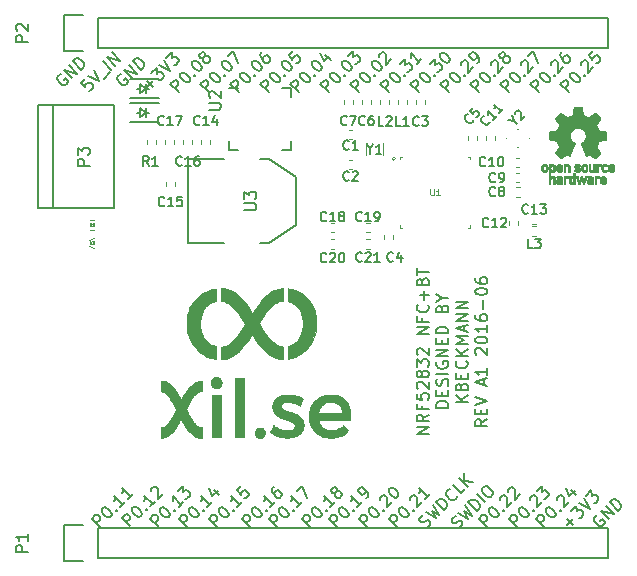
<source format=gto>
G04 #@! TF.FileFunction,Legend,Top*
%FSLAX46Y46*%
G04 Gerber Fmt 4.6, Leading zero omitted, Abs format (unit mm)*
G04 Created by KiCad (PCBNEW (2016-06-08 BZR 6904)-stable) date Sat Jun 25 00:42:27 2016*
%MOMM*%
%LPD*%
G01*
G04 APERTURE LIST*
%ADD10C,0.152400*%
%ADD11C,0.150000*%
%ADD12C,0.200000*%
%ADD13C,0.100000*%
%ADD14C,0.010000*%
%ADD15C,0.070000*%
%ADD16C,0.050000*%
%ADD17C,0.025000*%
G04 APERTURE END LIST*
D10*
D11*
X57222880Y-61856071D02*
X56222880Y-61856071D01*
X57222880Y-61284642D01*
X56222880Y-61284642D01*
X57222880Y-60237023D02*
X56746690Y-60570357D01*
X57222880Y-60808452D02*
X56222880Y-60808452D01*
X56222880Y-60427500D01*
X56270500Y-60332261D01*
X56318119Y-60284642D01*
X56413357Y-60237023D01*
X56556214Y-60237023D01*
X56651452Y-60284642D01*
X56699071Y-60332261D01*
X56746690Y-60427500D01*
X56746690Y-60808452D01*
X56699071Y-59475119D02*
X56699071Y-59808452D01*
X57222880Y-59808452D02*
X56222880Y-59808452D01*
X56222880Y-59332261D01*
X56222880Y-58475119D02*
X56222880Y-58951309D01*
X56699071Y-58998928D01*
X56651452Y-58951309D01*
X56603833Y-58856071D01*
X56603833Y-58617976D01*
X56651452Y-58522738D01*
X56699071Y-58475119D01*
X56794309Y-58427500D01*
X57032404Y-58427500D01*
X57127642Y-58475119D01*
X57175261Y-58522738D01*
X57222880Y-58617976D01*
X57222880Y-58856071D01*
X57175261Y-58951309D01*
X57127642Y-58998928D01*
X56318119Y-58046547D02*
X56270500Y-57998928D01*
X56222880Y-57903690D01*
X56222880Y-57665595D01*
X56270500Y-57570357D01*
X56318119Y-57522738D01*
X56413357Y-57475119D01*
X56508595Y-57475119D01*
X56651452Y-57522738D01*
X57222880Y-58094166D01*
X57222880Y-57475119D01*
X56651452Y-56903690D02*
X56603833Y-56998928D01*
X56556214Y-57046547D01*
X56460976Y-57094166D01*
X56413357Y-57094166D01*
X56318119Y-57046547D01*
X56270500Y-56998928D01*
X56222880Y-56903690D01*
X56222880Y-56713214D01*
X56270500Y-56617976D01*
X56318119Y-56570357D01*
X56413357Y-56522738D01*
X56460976Y-56522738D01*
X56556214Y-56570357D01*
X56603833Y-56617976D01*
X56651452Y-56713214D01*
X56651452Y-56903690D01*
X56699071Y-56998928D01*
X56746690Y-57046547D01*
X56841928Y-57094166D01*
X57032404Y-57094166D01*
X57127642Y-57046547D01*
X57175261Y-56998928D01*
X57222880Y-56903690D01*
X57222880Y-56713214D01*
X57175261Y-56617976D01*
X57127642Y-56570357D01*
X57032404Y-56522738D01*
X56841928Y-56522738D01*
X56746690Y-56570357D01*
X56699071Y-56617976D01*
X56651452Y-56713214D01*
X56222880Y-56189404D02*
X56222880Y-55570357D01*
X56603833Y-55903690D01*
X56603833Y-55760833D01*
X56651452Y-55665595D01*
X56699071Y-55617976D01*
X56794309Y-55570357D01*
X57032404Y-55570357D01*
X57127642Y-55617976D01*
X57175261Y-55665595D01*
X57222880Y-55760833D01*
X57222880Y-56046547D01*
X57175261Y-56141785D01*
X57127642Y-56189404D01*
X56318119Y-55189404D02*
X56270500Y-55141785D01*
X56222880Y-55046547D01*
X56222880Y-54808452D01*
X56270500Y-54713214D01*
X56318119Y-54665595D01*
X56413357Y-54617976D01*
X56508595Y-54617976D01*
X56651452Y-54665595D01*
X57222880Y-55237023D01*
X57222880Y-54617976D01*
X57222880Y-53427500D02*
X56222880Y-53427500D01*
X57222880Y-52856071D01*
X56222880Y-52856071D01*
X56699071Y-52046547D02*
X56699071Y-52379880D01*
X57222880Y-52379880D02*
X56222880Y-52379880D01*
X56222880Y-51903690D01*
X57127642Y-50951309D02*
X57175261Y-50998928D01*
X57222880Y-51141785D01*
X57222880Y-51237023D01*
X57175261Y-51379880D01*
X57080023Y-51475119D01*
X56984785Y-51522738D01*
X56794309Y-51570357D01*
X56651452Y-51570357D01*
X56460976Y-51522738D01*
X56365738Y-51475119D01*
X56270500Y-51379880D01*
X56222880Y-51237023D01*
X56222880Y-51141785D01*
X56270500Y-50998928D01*
X56318119Y-50951309D01*
X56841928Y-50522738D02*
X56841928Y-49760833D01*
X57222880Y-50141785D02*
X56460976Y-50141785D01*
X56699071Y-48951309D02*
X56746690Y-48808452D01*
X56794309Y-48760833D01*
X56889547Y-48713214D01*
X57032404Y-48713214D01*
X57127642Y-48760833D01*
X57175261Y-48808452D01*
X57222880Y-48903690D01*
X57222880Y-49284642D01*
X56222880Y-49284642D01*
X56222880Y-48951309D01*
X56270500Y-48856071D01*
X56318119Y-48808452D01*
X56413357Y-48760833D01*
X56508595Y-48760833D01*
X56603833Y-48808452D01*
X56651452Y-48856071D01*
X56699071Y-48951309D01*
X56699071Y-49284642D01*
X56222880Y-48427500D02*
X56222880Y-47856071D01*
X57222880Y-48141785D02*
X56222880Y-48141785D01*
X58872880Y-59641785D02*
X57872880Y-59641785D01*
X57872880Y-59403690D01*
X57920500Y-59260833D01*
X58015738Y-59165595D01*
X58110976Y-59117976D01*
X58301452Y-59070357D01*
X58444309Y-59070357D01*
X58634785Y-59117976D01*
X58730023Y-59165595D01*
X58825261Y-59260833D01*
X58872880Y-59403690D01*
X58872880Y-59641785D01*
X58349071Y-58641785D02*
X58349071Y-58308452D01*
X58872880Y-58165595D02*
X58872880Y-58641785D01*
X57872880Y-58641785D01*
X57872880Y-58165595D01*
X58825261Y-57784642D02*
X58872880Y-57641785D01*
X58872880Y-57403690D01*
X58825261Y-57308452D01*
X58777642Y-57260833D01*
X58682404Y-57213214D01*
X58587166Y-57213214D01*
X58491928Y-57260833D01*
X58444309Y-57308452D01*
X58396690Y-57403690D01*
X58349071Y-57594166D01*
X58301452Y-57689404D01*
X58253833Y-57737023D01*
X58158595Y-57784642D01*
X58063357Y-57784642D01*
X57968119Y-57737023D01*
X57920500Y-57689404D01*
X57872880Y-57594166D01*
X57872880Y-57356071D01*
X57920500Y-57213214D01*
X58872880Y-56784642D02*
X57872880Y-56784642D01*
X57920500Y-55784642D02*
X57872880Y-55879880D01*
X57872880Y-56022738D01*
X57920500Y-56165595D01*
X58015738Y-56260833D01*
X58110976Y-56308452D01*
X58301452Y-56356071D01*
X58444309Y-56356071D01*
X58634785Y-56308452D01*
X58730023Y-56260833D01*
X58825261Y-56165595D01*
X58872880Y-56022738D01*
X58872880Y-55927500D01*
X58825261Y-55784642D01*
X58777642Y-55737023D01*
X58444309Y-55737023D01*
X58444309Y-55927500D01*
X58872880Y-55308452D02*
X57872880Y-55308452D01*
X58872880Y-54737023D01*
X57872880Y-54737023D01*
X58349071Y-54260833D02*
X58349071Y-53927500D01*
X58872880Y-53784642D02*
X58872880Y-54260833D01*
X57872880Y-54260833D01*
X57872880Y-53784642D01*
X58872880Y-53356071D02*
X57872880Y-53356071D01*
X57872880Y-53117976D01*
X57920500Y-52975119D01*
X58015738Y-52879880D01*
X58110976Y-52832261D01*
X58301452Y-52784642D01*
X58444309Y-52784642D01*
X58634785Y-52832261D01*
X58730023Y-52879880D01*
X58825261Y-52975119D01*
X58872880Y-53117976D01*
X58872880Y-53356071D01*
X58349071Y-51260833D02*
X58396690Y-51117976D01*
X58444309Y-51070357D01*
X58539547Y-51022738D01*
X58682404Y-51022738D01*
X58777642Y-51070357D01*
X58825261Y-51117976D01*
X58872880Y-51213214D01*
X58872880Y-51594166D01*
X57872880Y-51594166D01*
X57872880Y-51260833D01*
X57920500Y-51165595D01*
X57968119Y-51117976D01*
X58063357Y-51070357D01*
X58158595Y-51070357D01*
X58253833Y-51117976D01*
X58301452Y-51165595D01*
X58349071Y-51260833D01*
X58349071Y-51594166D01*
X58396690Y-50403690D02*
X58872880Y-50403690D01*
X57872880Y-50737023D02*
X58396690Y-50403690D01*
X57872880Y-50070357D01*
X60522880Y-59189404D02*
X59522880Y-59189404D01*
X60522880Y-58617976D02*
X59951452Y-59046547D01*
X59522880Y-58617976D02*
X60094309Y-59189404D01*
X59999071Y-57856071D02*
X60046690Y-57713214D01*
X60094309Y-57665595D01*
X60189547Y-57617976D01*
X60332404Y-57617976D01*
X60427642Y-57665595D01*
X60475261Y-57713214D01*
X60522880Y-57808452D01*
X60522880Y-58189404D01*
X59522880Y-58189404D01*
X59522880Y-57856071D01*
X59570500Y-57760833D01*
X59618119Y-57713214D01*
X59713357Y-57665595D01*
X59808595Y-57665595D01*
X59903833Y-57713214D01*
X59951452Y-57760833D01*
X59999071Y-57856071D01*
X59999071Y-58189404D01*
X59999071Y-57189404D02*
X59999071Y-56856071D01*
X60522880Y-56713214D02*
X60522880Y-57189404D01*
X59522880Y-57189404D01*
X59522880Y-56713214D01*
X60427642Y-55713214D02*
X60475261Y-55760833D01*
X60522880Y-55903690D01*
X60522880Y-55998928D01*
X60475261Y-56141785D01*
X60380023Y-56237023D01*
X60284785Y-56284642D01*
X60094309Y-56332261D01*
X59951452Y-56332261D01*
X59760976Y-56284642D01*
X59665738Y-56237023D01*
X59570500Y-56141785D01*
X59522880Y-55998928D01*
X59522880Y-55903690D01*
X59570500Y-55760833D01*
X59618119Y-55713214D01*
X60522880Y-55284642D02*
X59522880Y-55284642D01*
X60522880Y-54713214D02*
X59951452Y-55141785D01*
X59522880Y-54713214D02*
X60094309Y-55284642D01*
X60522880Y-54284642D02*
X59522880Y-54284642D01*
X60237166Y-53951309D01*
X59522880Y-53617976D01*
X60522880Y-53617976D01*
X60237166Y-53189404D02*
X60237166Y-52713214D01*
X60522880Y-53284642D02*
X59522880Y-52951309D01*
X60522880Y-52617976D01*
X60522880Y-52284642D02*
X59522880Y-52284642D01*
X60522880Y-51713214D01*
X59522880Y-51713214D01*
X60522880Y-51237023D02*
X59522880Y-51237023D01*
X60522880Y-50665595D01*
X59522880Y-50665595D01*
X62172880Y-60641785D02*
X61696690Y-60975119D01*
X62172880Y-61213214D02*
X61172880Y-61213214D01*
X61172880Y-60832261D01*
X61220500Y-60737023D01*
X61268119Y-60689404D01*
X61363357Y-60641785D01*
X61506214Y-60641785D01*
X61601452Y-60689404D01*
X61649071Y-60737023D01*
X61696690Y-60832261D01*
X61696690Y-61213214D01*
X61649071Y-60213214D02*
X61649071Y-59879880D01*
X62172880Y-59737023D02*
X62172880Y-60213214D01*
X61172880Y-60213214D01*
X61172880Y-59737023D01*
X61172880Y-59451309D02*
X62172880Y-59117976D01*
X61172880Y-58784642D01*
X61887166Y-57737023D02*
X61887166Y-57260833D01*
X62172880Y-57832261D02*
X61172880Y-57498928D01*
X62172880Y-57165595D01*
X62172880Y-56308452D02*
X62172880Y-56879880D01*
X62172880Y-56594166D02*
X61172880Y-56594166D01*
X61315738Y-56689404D01*
X61410976Y-56784642D01*
X61458595Y-56879880D01*
X61268119Y-55165595D02*
X61220500Y-55117976D01*
X61172880Y-55022738D01*
X61172880Y-54784642D01*
X61220500Y-54689404D01*
X61268119Y-54641785D01*
X61363357Y-54594166D01*
X61458595Y-54594166D01*
X61601452Y-54641785D01*
X62172880Y-55213214D01*
X62172880Y-54594166D01*
X61172880Y-53975119D02*
X61172880Y-53879880D01*
X61220500Y-53784642D01*
X61268119Y-53737023D01*
X61363357Y-53689404D01*
X61553833Y-53641785D01*
X61791928Y-53641785D01*
X61982404Y-53689404D01*
X62077642Y-53737023D01*
X62125261Y-53784642D01*
X62172880Y-53879880D01*
X62172880Y-53975119D01*
X62125261Y-54070357D01*
X62077642Y-54117976D01*
X61982404Y-54165595D01*
X61791928Y-54213214D01*
X61553833Y-54213214D01*
X61363357Y-54165595D01*
X61268119Y-54117976D01*
X61220500Y-54070357D01*
X61172880Y-53975119D01*
X62172880Y-52689404D02*
X62172880Y-53260833D01*
X62172880Y-52975119D02*
X61172880Y-52975119D01*
X61315738Y-53070357D01*
X61410976Y-53165595D01*
X61458595Y-53260833D01*
X61172880Y-51832261D02*
X61172880Y-52022738D01*
X61220500Y-52117976D01*
X61268119Y-52165595D01*
X61410976Y-52260833D01*
X61601452Y-52308452D01*
X61982404Y-52308452D01*
X62077642Y-52260833D01*
X62125261Y-52213214D01*
X62172880Y-52117976D01*
X62172880Y-51927500D01*
X62125261Y-51832261D01*
X62077642Y-51784642D01*
X61982404Y-51737023D01*
X61744309Y-51737023D01*
X61649071Y-51784642D01*
X61601452Y-51832261D01*
X61553833Y-51927500D01*
X61553833Y-52117976D01*
X61601452Y-52213214D01*
X61649071Y-52260833D01*
X61744309Y-52308452D01*
X61791928Y-51308452D02*
X61791928Y-50546547D01*
X61172880Y-49879880D02*
X61172880Y-49784642D01*
X61220500Y-49689404D01*
X61268119Y-49641785D01*
X61363357Y-49594166D01*
X61553833Y-49546547D01*
X61791928Y-49546547D01*
X61982404Y-49594166D01*
X62077642Y-49641785D01*
X62125261Y-49689404D01*
X62172880Y-49784642D01*
X62172880Y-49879880D01*
X62125261Y-49975119D01*
X62077642Y-50022738D01*
X61982404Y-50070357D01*
X61791928Y-50117976D01*
X61553833Y-50117976D01*
X61363357Y-50070357D01*
X61268119Y-50022738D01*
X61220500Y-49975119D01*
X61172880Y-49879880D01*
X61172880Y-48689404D02*
X61172880Y-48879880D01*
X61220500Y-48975119D01*
X61268119Y-49022738D01*
X61410976Y-49117976D01*
X61601452Y-49165595D01*
X61982404Y-49165595D01*
X62077642Y-49117976D01*
X62125261Y-49070357D01*
X62172880Y-48975119D01*
X62172880Y-48784642D01*
X62125261Y-48689404D01*
X62077642Y-48641785D01*
X61982404Y-48594166D01*
X61744309Y-48594166D01*
X61649071Y-48641785D01*
X61601452Y-48689404D01*
X61553833Y-48784642D01*
X61553833Y-48975119D01*
X61601452Y-49070357D01*
X61649071Y-49117976D01*
X61744309Y-49165595D01*
D12*
X69088115Y-32930667D02*
X68381008Y-32223560D01*
X68650382Y-31954186D01*
X68751398Y-31920515D01*
X68818741Y-31920515D01*
X68919756Y-31954186D01*
X69020772Y-32055202D01*
X69054443Y-32156217D01*
X69054443Y-32223560D01*
X69020772Y-32324576D01*
X68751398Y-32593950D01*
X69222802Y-31381767D02*
X69290146Y-31314423D01*
X69391161Y-31280751D01*
X69458504Y-31280751D01*
X69559520Y-31314423D01*
X69727878Y-31415438D01*
X69896237Y-31583797D01*
X69997252Y-31752156D01*
X70030924Y-31853171D01*
X70030924Y-31920515D01*
X69997252Y-32021530D01*
X69929909Y-32088873D01*
X69828894Y-32122545D01*
X69761550Y-32122545D01*
X69660535Y-32088873D01*
X69492176Y-31987858D01*
X69323817Y-31819499D01*
X69222802Y-31651141D01*
X69189130Y-31550125D01*
X69189130Y-31482782D01*
X69222802Y-31381767D01*
X70401314Y-31482782D02*
X70468657Y-31482782D01*
X70468657Y-31550125D01*
X70401314Y-31550125D01*
X70401314Y-31482782D01*
X70468657Y-31550125D01*
X70131939Y-30607316D02*
X70131940Y-30539973D01*
X70165611Y-30438957D01*
X70333970Y-30270599D01*
X70434985Y-30236927D01*
X70502329Y-30236927D01*
X70603344Y-30270599D01*
X70670688Y-30337942D01*
X70738031Y-30472629D01*
X70738031Y-31280751D01*
X71175764Y-30843018D01*
X71108420Y-29496148D02*
X70771703Y-29832866D01*
X71074749Y-30203255D01*
X71074749Y-30135912D01*
X71108420Y-30034896D01*
X71276779Y-29866538D01*
X71377794Y-29832866D01*
X71445138Y-29832866D01*
X71546153Y-29866538D01*
X71714512Y-30034896D01*
X71748184Y-30135912D01*
X71748184Y-30203255D01*
X71714512Y-30304270D01*
X71546153Y-30472629D01*
X71445138Y-30506301D01*
X71377794Y-30506301D01*
X66548115Y-32930667D02*
X65841008Y-32223560D01*
X66110382Y-31954186D01*
X66211398Y-31920515D01*
X66278741Y-31920515D01*
X66379756Y-31954186D01*
X66480772Y-32055202D01*
X66514443Y-32156217D01*
X66514443Y-32223560D01*
X66480772Y-32324576D01*
X66211398Y-32593950D01*
X66682802Y-31381767D02*
X66750146Y-31314423D01*
X66851161Y-31280751D01*
X66918504Y-31280751D01*
X67019520Y-31314423D01*
X67187878Y-31415438D01*
X67356237Y-31583797D01*
X67457252Y-31752156D01*
X67490924Y-31853171D01*
X67490924Y-31920515D01*
X67457252Y-32021530D01*
X67389909Y-32088873D01*
X67288894Y-32122545D01*
X67221550Y-32122545D01*
X67120535Y-32088873D01*
X66952176Y-31987858D01*
X66783817Y-31819499D01*
X66682802Y-31651141D01*
X66649130Y-31550125D01*
X66649130Y-31482782D01*
X66682802Y-31381767D01*
X67861314Y-31482782D02*
X67928657Y-31482782D01*
X67928657Y-31550125D01*
X67861314Y-31550125D01*
X67861314Y-31482782D01*
X67928657Y-31550125D01*
X67591940Y-30607316D02*
X67591940Y-30539973D01*
X67625611Y-30438957D01*
X67793970Y-30270599D01*
X67894985Y-30236927D01*
X67962329Y-30236927D01*
X68063344Y-30270599D01*
X68130688Y-30337942D01*
X68198031Y-30472629D01*
X68198031Y-31280751D01*
X68635764Y-30843018D01*
X68534749Y-29529820D02*
X68400062Y-29664507D01*
X68366390Y-29765522D01*
X68366390Y-29832866D01*
X68400062Y-30001225D01*
X68501077Y-30169583D01*
X68770451Y-30438957D01*
X68871466Y-30472629D01*
X68938810Y-30472629D01*
X69039825Y-30438957D01*
X69174512Y-30304270D01*
X69208184Y-30203255D01*
X69208184Y-30135912D01*
X69174512Y-30034896D01*
X69006153Y-29866538D01*
X68905138Y-29832866D01*
X68837794Y-29832866D01*
X68736779Y-29866538D01*
X68602092Y-30001225D01*
X68568420Y-30102240D01*
X68568420Y-30169583D01*
X68602092Y-30270599D01*
X64008115Y-32930667D02*
X63301008Y-32223560D01*
X63570382Y-31954186D01*
X63671398Y-31920515D01*
X63738741Y-31920515D01*
X63839756Y-31954186D01*
X63940772Y-32055202D01*
X63974443Y-32156217D01*
X63974443Y-32223560D01*
X63940772Y-32324576D01*
X63671398Y-32593950D01*
X64142802Y-31381767D02*
X64210146Y-31314423D01*
X64311161Y-31280751D01*
X64378504Y-31280751D01*
X64479520Y-31314423D01*
X64647878Y-31415438D01*
X64816237Y-31583797D01*
X64917252Y-31752156D01*
X64950924Y-31853171D01*
X64950924Y-31920515D01*
X64917252Y-32021530D01*
X64849909Y-32088873D01*
X64748894Y-32122545D01*
X64681550Y-32122545D01*
X64580535Y-32088873D01*
X64412176Y-31987858D01*
X64243817Y-31819499D01*
X64142802Y-31651141D01*
X64109130Y-31550125D01*
X64109130Y-31482782D01*
X64142802Y-31381767D01*
X65321314Y-31482782D02*
X65388657Y-31482782D01*
X65388657Y-31550125D01*
X65321314Y-31550125D01*
X65321314Y-31482782D01*
X65388657Y-31550125D01*
X65051940Y-30607316D02*
X65051940Y-30539973D01*
X65085611Y-30438957D01*
X65253970Y-30270599D01*
X65354985Y-30236927D01*
X65422329Y-30236927D01*
X65523344Y-30270599D01*
X65590688Y-30337942D01*
X65658031Y-30472629D01*
X65658031Y-31280751D01*
X66095764Y-30843018D01*
X65624359Y-29900209D02*
X66095764Y-29428805D01*
X66499825Y-30438957D01*
X61468115Y-32930667D02*
X60761008Y-32223560D01*
X61030382Y-31954186D01*
X61131398Y-31920515D01*
X61198741Y-31920515D01*
X61299756Y-31954186D01*
X61400772Y-32055202D01*
X61434443Y-32156217D01*
X61434443Y-32223560D01*
X61400772Y-32324576D01*
X61131398Y-32593950D01*
X61602802Y-31381767D02*
X61670146Y-31314423D01*
X61771161Y-31280751D01*
X61838504Y-31280751D01*
X61939520Y-31314423D01*
X62107878Y-31415438D01*
X62276237Y-31583797D01*
X62377252Y-31752156D01*
X62410924Y-31853171D01*
X62410924Y-31920515D01*
X62377252Y-32021530D01*
X62309909Y-32088873D01*
X62208894Y-32122545D01*
X62141550Y-32122545D01*
X62040535Y-32088873D01*
X61872176Y-31987858D01*
X61703817Y-31819499D01*
X61602802Y-31651141D01*
X61569130Y-31550125D01*
X61569130Y-31482782D01*
X61602802Y-31381767D01*
X62781314Y-31482782D02*
X62848657Y-31482782D01*
X62848657Y-31550125D01*
X62781314Y-31550125D01*
X62781314Y-31482782D01*
X62848657Y-31550125D01*
X62511940Y-30607316D02*
X62511940Y-30539973D01*
X62545611Y-30438957D01*
X62713970Y-30270599D01*
X62814985Y-30236927D01*
X62882329Y-30236927D01*
X62983344Y-30270599D01*
X63050688Y-30337942D01*
X63118031Y-30472629D01*
X63118031Y-31280751D01*
X63555764Y-30843018D01*
X63555764Y-30034896D02*
X63454749Y-30068568D01*
X63387405Y-30068568D01*
X63286390Y-30034896D01*
X63252718Y-30001225D01*
X63219046Y-29900209D01*
X63219046Y-29832866D01*
X63252718Y-29731851D01*
X63387405Y-29597164D01*
X63488420Y-29563492D01*
X63555764Y-29563492D01*
X63656779Y-29597164D01*
X63690451Y-29630835D01*
X63724123Y-29731851D01*
X63724123Y-29799194D01*
X63690451Y-29900209D01*
X63555764Y-30034896D01*
X63522092Y-30135912D01*
X63522092Y-30203255D01*
X63555764Y-30304270D01*
X63690451Y-30438957D01*
X63791466Y-30472629D01*
X63858810Y-30472629D01*
X63959825Y-30438957D01*
X64094512Y-30304270D01*
X64128184Y-30203255D01*
X64128184Y-30135912D01*
X64094512Y-30034896D01*
X63959825Y-29900209D01*
X63858810Y-29866538D01*
X63791466Y-29866538D01*
X63690451Y-29900209D01*
X58928115Y-32930667D02*
X58221008Y-32223560D01*
X58490382Y-31954186D01*
X58591398Y-31920515D01*
X58658741Y-31920515D01*
X58759756Y-31954186D01*
X58860772Y-32055202D01*
X58894443Y-32156217D01*
X58894443Y-32223560D01*
X58860772Y-32324576D01*
X58591398Y-32593950D01*
X59062802Y-31381767D02*
X59130146Y-31314423D01*
X59231161Y-31280751D01*
X59298504Y-31280751D01*
X59399520Y-31314423D01*
X59567878Y-31415438D01*
X59736237Y-31583797D01*
X59837252Y-31752156D01*
X59870924Y-31853171D01*
X59870924Y-31920515D01*
X59837252Y-32021530D01*
X59769909Y-32088873D01*
X59668894Y-32122545D01*
X59601550Y-32122545D01*
X59500535Y-32088873D01*
X59332176Y-31987858D01*
X59163817Y-31819499D01*
X59062802Y-31651141D01*
X59029130Y-31550125D01*
X59029130Y-31482782D01*
X59062802Y-31381767D01*
X60241314Y-31482782D02*
X60308657Y-31482782D01*
X60308657Y-31550125D01*
X60241314Y-31550125D01*
X60241314Y-31482782D01*
X60308657Y-31550125D01*
X59971940Y-30607316D02*
X59971940Y-30539973D01*
X60005611Y-30438957D01*
X60173970Y-30270599D01*
X60274985Y-30236927D01*
X60342329Y-30236927D01*
X60443344Y-30270599D01*
X60510688Y-30337942D01*
X60578031Y-30472629D01*
X60578031Y-31280751D01*
X61015764Y-30843018D01*
X61352481Y-30506301D02*
X61487168Y-30371614D01*
X61520840Y-30270599D01*
X61520840Y-30203255D01*
X61487168Y-30034896D01*
X61386153Y-29866538D01*
X61116779Y-29597164D01*
X61015764Y-29563492D01*
X60948420Y-29563492D01*
X60847405Y-29597164D01*
X60712718Y-29731851D01*
X60679046Y-29832866D01*
X60679046Y-29900209D01*
X60712718Y-30001225D01*
X60881077Y-30169583D01*
X60982092Y-30203255D01*
X61049436Y-30203255D01*
X61150451Y-30169583D01*
X61285138Y-30034896D01*
X61318810Y-29933881D01*
X61318810Y-29866538D01*
X61285138Y-29765522D01*
X56388115Y-32930667D02*
X55681008Y-32223560D01*
X55950382Y-31954186D01*
X56051398Y-31920515D01*
X56118741Y-31920515D01*
X56219756Y-31954186D01*
X56320772Y-32055202D01*
X56354443Y-32156217D01*
X56354443Y-32223560D01*
X56320772Y-32324576D01*
X56051398Y-32593950D01*
X56522802Y-31381767D02*
X56590146Y-31314423D01*
X56691161Y-31280751D01*
X56758504Y-31280751D01*
X56859520Y-31314423D01*
X57027878Y-31415438D01*
X57196237Y-31583797D01*
X57297252Y-31752156D01*
X57330924Y-31853171D01*
X57330924Y-31920515D01*
X57297252Y-32021530D01*
X57229909Y-32088873D01*
X57128894Y-32122545D01*
X57061550Y-32122545D01*
X56960535Y-32088873D01*
X56792176Y-31987858D01*
X56623817Y-31819499D01*
X56522802Y-31651141D01*
X56489130Y-31550125D01*
X56489130Y-31482782D01*
X56522802Y-31381767D01*
X57701314Y-31482782D02*
X57768657Y-31482782D01*
X57768657Y-31550125D01*
X57701314Y-31550125D01*
X57701314Y-31482782D01*
X57768657Y-31550125D01*
X57330924Y-30573644D02*
X57768657Y-30135912D01*
X57802329Y-30640988D01*
X57903344Y-30539973D01*
X58004359Y-30506301D01*
X58071703Y-30506301D01*
X58172718Y-30539973D01*
X58341077Y-30708331D01*
X58374749Y-30809347D01*
X58374749Y-30876690D01*
X58341077Y-30977705D01*
X58139046Y-31179736D01*
X58038031Y-31213408D01*
X57970688Y-31213408D01*
X58206390Y-29698179D02*
X58273733Y-29630835D01*
X58374749Y-29597164D01*
X58442092Y-29597164D01*
X58543107Y-29630835D01*
X58711466Y-29731851D01*
X58879825Y-29900209D01*
X58980840Y-30068568D01*
X59014512Y-30169583D01*
X59014512Y-30236927D01*
X58980840Y-30337942D01*
X58913497Y-30405286D01*
X58812481Y-30438957D01*
X58745138Y-30438957D01*
X58644123Y-30405286D01*
X58475764Y-30304270D01*
X58307405Y-30135912D01*
X58206390Y-29967553D01*
X58172718Y-29866538D01*
X58172718Y-29799194D01*
X58206390Y-29698179D01*
X53848115Y-32930667D02*
X53141008Y-32223560D01*
X53410382Y-31954186D01*
X53511398Y-31920515D01*
X53578741Y-31920515D01*
X53679756Y-31954186D01*
X53780772Y-32055202D01*
X53814443Y-32156217D01*
X53814443Y-32223560D01*
X53780772Y-32324576D01*
X53511398Y-32593950D01*
X53982802Y-31381767D02*
X54050146Y-31314423D01*
X54151161Y-31280751D01*
X54218504Y-31280751D01*
X54319520Y-31314423D01*
X54487878Y-31415438D01*
X54656237Y-31583797D01*
X54757252Y-31752156D01*
X54790924Y-31853171D01*
X54790924Y-31920515D01*
X54757252Y-32021530D01*
X54689909Y-32088873D01*
X54588894Y-32122545D01*
X54521550Y-32122545D01*
X54420535Y-32088873D01*
X54252176Y-31987858D01*
X54083817Y-31819499D01*
X53982802Y-31651141D01*
X53949130Y-31550125D01*
X53949130Y-31482782D01*
X53982802Y-31381767D01*
X55161314Y-31482782D02*
X55228657Y-31482782D01*
X55228657Y-31550125D01*
X55161314Y-31550125D01*
X55161314Y-31482782D01*
X55228657Y-31550125D01*
X54790924Y-30573644D02*
X55228657Y-30135912D01*
X55262329Y-30640988D01*
X55363344Y-30539973D01*
X55464359Y-30506301D01*
X55531703Y-30506301D01*
X55632718Y-30539973D01*
X55801077Y-30708331D01*
X55834749Y-30809347D01*
X55834749Y-30876690D01*
X55801077Y-30977705D01*
X55599046Y-31179736D01*
X55498031Y-31213408D01*
X55430688Y-31213408D01*
X56609199Y-30169583D02*
X56205138Y-30573644D01*
X56407168Y-30371614D02*
X55700062Y-29664507D01*
X55733733Y-29832866D01*
X55733733Y-29967553D01*
X55700062Y-30068568D01*
X51308115Y-32930667D02*
X50601008Y-32223560D01*
X50870382Y-31954186D01*
X50971398Y-31920515D01*
X51038741Y-31920515D01*
X51139756Y-31954186D01*
X51240772Y-32055202D01*
X51274443Y-32156217D01*
X51274443Y-32223560D01*
X51240772Y-32324576D01*
X50971398Y-32593950D01*
X51442802Y-31381767D02*
X51510146Y-31314423D01*
X51611161Y-31280751D01*
X51678504Y-31280751D01*
X51779520Y-31314423D01*
X51947878Y-31415438D01*
X52116237Y-31583797D01*
X52217252Y-31752156D01*
X52250924Y-31853171D01*
X52250924Y-31920515D01*
X52217252Y-32021530D01*
X52149909Y-32088873D01*
X52048894Y-32122545D01*
X51981550Y-32122545D01*
X51880535Y-32088873D01*
X51712176Y-31987858D01*
X51543817Y-31819499D01*
X51442802Y-31651141D01*
X51409130Y-31550125D01*
X51409130Y-31482782D01*
X51442802Y-31381767D01*
X52621314Y-31482782D02*
X52688657Y-31482782D01*
X52688657Y-31550125D01*
X52621314Y-31550125D01*
X52621314Y-31482782D01*
X52688657Y-31550125D01*
X52452955Y-30371614D02*
X52520298Y-30304270D01*
X52621314Y-30270599D01*
X52688657Y-30270599D01*
X52789672Y-30304270D01*
X52958031Y-30405286D01*
X53126390Y-30573644D01*
X53227405Y-30742003D01*
X53261077Y-30843018D01*
X53261077Y-30910362D01*
X53227405Y-31011377D01*
X53160062Y-31078721D01*
X53059046Y-31112392D01*
X52991703Y-31112392D01*
X52890688Y-31078721D01*
X52722329Y-30977705D01*
X52553970Y-30809347D01*
X52452955Y-30640988D01*
X52419283Y-30539973D01*
X52419283Y-30472629D01*
X52452955Y-30371614D01*
X53025375Y-29933881D02*
X53025375Y-29866538D01*
X53059046Y-29765522D01*
X53227405Y-29597164D01*
X53328420Y-29563492D01*
X53395764Y-29563492D01*
X53496779Y-29597164D01*
X53564123Y-29664507D01*
X53631466Y-29799194D01*
X53631466Y-30607316D01*
X54069199Y-30169583D01*
X38608115Y-32930667D02*
X37901008Y-32223560D01*
X38170382Y-31954186D01*
X38271398Y-31920515D01*
X38338741Y-31920515D01*
X38439756Y-31954186D01*
X38540772Y-32055202D01*
X38574443Y-32156217D01*
X38574443Y-32223560D01*
X38540772Y-32324576D01*
X38271398Y-32593950D01*
X38742802Y-31381767D02*
X38810146Y-31314423D01*
X38911161Y-31280751D01*
X38978504Y-31280751D01*
X39079520Y-31314423D01*
X39247878Y-31415438D01*
X39416237Y-31583797D01*
X39517252Y-31752156D01*
X39550924Y-31853171D01*
X39550924Y-31920515D01*
X39517252Y-32021530D01*
X39449909Y-32088873D01*
X39348894Y-32122545D01*
X39281550Y-32122545D01*
X39180535Y-32088873D01*
X39012176Y-31987858D01*
X38843817Y-31819499D01*
X38742802Y-31651141D01*
X38709130Y-31550125D01*
X38709130Y-31482782D01*
X38742802Y-31381767D01*
X39921314Y-31482782D02*
X39988657Y-31482782D01*
X39988657Y-31550125D01*
X39921314Y-31550125D01*
X39921314Y-31482782D01*
X39988657Y-31550125D01*
X39752955Y-30371614D02*
X39820298Y-30304270D01*
X39921314Y-30270599D01*
X39988657Y-30270599D01*
X40089672Y-30304270D01*
X40258031Y-30405286D01*
X40426390Y-30573644D01*
X40527405Y-30742003D01*
X40561077Y-30843018D01*
X40561077Y-30910362D01*
X40527405Y-31011377D01*
X40460062Y-31078721D01*
X40359046Y-31112392D01*
X40291703Y-31112392D01*
X40190688Y-31078721D01*
X40022329Y-30977705D01*
X39853970Y-30809347D01*
X39752955Y-30640988D01*
X39719283Y-30539973D01*
X39719283Y-30472629D01*
X39752955Y-30371614D01*
X40224359Y-29900209D02*
X40695764Y-29428805D01*
X41099825Y-30438957D01*
X36068115Y-32930667D02*
X35361008Y-32223560D01*
X35630382Y-31954186D01*
X35731398Y-31920515D01*
X35798741Y-31920515D01*
X35899756Y-31954186D01*
X36000772Y-32055202D01*
X36034443Y-32156217D01*
X36034443Y-32223560D01*
X36000772Y-32324576D01*
X35731398Y-32593950D01*
X36202802Y-31381767D02*
X36270146Y-31314423D01*
X36371161Y-31280751D01*
X36438504Y-31280751D01*
X36539520Y-31314423D01*
X36707878Y-31415438D01*
X36876237Y-31583797D01*
X36977252Y-31752156D01*
X37010924Y-31853171D01*
X37010924Y-31920515D01*
X36977252Y-32021530D01*
X36909909Y-32088873D01*
X36808894Y-32122545D01*
X36741550Y-32122545D01*
X36640535Y-32088873D01*
X36472176Y-31987858D01*
X36303817Y-31819499D01*
X36202802Y-31651141D01*
X36169130Y-31550125D01*
X36169130Y-31482782D01*
X36202802Y-31381767D01*
X37381314Y-31482782D02*
X37448657Y-31482782D01*
X37448657Y-31550125D01*
X37381314Y-31550125D01*
X37381314Y-31482782D01*
X37448657Y-31550125D01*
X37212955Y-30371614D02*
X37280298Y-30304270D01*
X37381314Y-30270599D01*
X37448657Y-30270599D01*
X37549672Y-30304270D01*
X37718031Y-30405286D01*
X37886390Y-30573644D01*
X37987405Y-30742003D01*
X38021077Y-30843018D01*
X38021077Y-30910362D01*
X37987405Y-31011377D01*
X37920062Y-31078721D01*
X37819046Y-31112392D01*
X37751703Y-31112392D01*
X37650688Y-31078721D01*
X37482329Y-30977705D01*
X37313970Y-30809347D01*
X37212955Y-30640988D01*
X37179283Y-30539973D01*
X37179283Y-30472629D01*
X37212955Y-30371614D01*
X38155764Y-30034896D02*
X38054749Y-30068568D01*
X37987405Y-30068568D01*
X37886390Y-30034896D01*
X37852718Y-30001225D01*
X37819046Y-29900209D01*
X37819046Y-29832866D01*
X37852718Y-29731851D01*
X37987405Y-29597164D01*
X38088420Y-29563492D01*
X38155764Y-29563492D01*
X38256779Y-29597164D01*
X38290451Y-29630835D01*
X38324123Y-29731851D01*
X38324123Y-29799194D01*
X38290451Y-29900209D01*
X38155764Y-30034896D01*
X38122092Y-30135912D01*
X38122092Y-30203255D01*
X38155764Y-30304270D01*
X38290451Y-30438957D01*
X38391466Y-30472629D01*
X38458810Y-30472629D01*
X38559825Y-30438957D01*
X38694512Y-30304270D01*
X38728184Y-30203255D01*
X38728184Y-30135912D01*
X38694512Y-30034896D01*
X38559825Y-29900209D01*
X38458810Y-29866538D01*
X38391466Y-29866538D01*
X38290451Y-29900209D01*
X33376592Y-32543442D02*
X33915340Y-32004694D01*
X33915340Y-32543442D02*
X33376592Y-32004694D01*
X33746982Y-31297587D02*
X34184714Y-30859854D01*
X34218386Y-31364931D01*
X34319401Y-31263915D01*
X34420417Y-31230244D01*
X34487760Y-31230244D01*
X34588775Y-31263915D01*
X34757134Y-31432274D01*
X34790806Y-31533289D01*
X34790806Y-31600633D01*
X34757134Y-31701648D01*
X34555104Y-31903679D01*
X34454088Y-31937350D01*
X34386745Y-31937350D01*
X34386745Y-30657824D02*
X35329554Y-31129228D01*
X34858149Y-30186419D01*
X35026508Y-30018061D02*
X35464241Y-29580328D01*
X35497913Y-30085404D01*
X35598928Y-29984389D01*
X35699943Y-29950717D01*
X35767287Y-29950717D01*
X35868302Y-29984389D01*
X36036661Y-30152748D01*
X36070332Y-30253763D01*
X36070332Y-30321106D01*
X36036661Y-30422122D01*
X35834630Y-30624152D01*
X35733615Y-30657824D01*
X35666271Y-30657824D01*
X31139638Y-31432274D02*
X31038623Y-31465946D01*
X30937608Y-31566961D01*
X30870264Y-31701648D01*
X30870264Y-31836335D01*
X30903936Y-31937350D01*
X31004951Y-32105709D01*
X31105966Y-32206724D01*
X31274325Y-32307740D01*
X31375340Y-32341411D01*
X31510027Y-32341411D01*
X31644714Y-32274068D01*
X31712058Y-32206724D01*
X31779401Y-32072037D01*
X31779401Y-32004694D01*
X31543699Y-31768992D01*
X31409012Y-31903679D01*
X32149791Y-31768992D02*
X31442684Y-31061885D01*
X32553852Y-31364931D01*
X31846745Y-30657824D01*
X32890569Y-31028213D02*
X32183462Y-30321106D01*
X32351821Y-30152748D01*
X32486508Y-30085404D01*
X32621195Y-30085404D01*
X32722210Y-30119076D01*
X32890569Y-30220091D01*
X32991584Y-30321106D01*
X33092600Y-30489465D01*
X33126271Y-30590480D01*
X33126271Y-30725167D01*
X33058928Y-30859854D01*
X32890569Y-31028213D01*
X41148115Y-32930667D02*
X40441008Y-32223560D01*
X40710382Y-31954186D01*
X40811398Y-31920515D01*
X40878741Y-31920515D01*
X40979756Y-31954186D01*
X41080772Y-32055202D01*
X41114443Y-32156217D01*
X41114443Y-32223560D01*
X41080772Y-32324576D01*
X40811398Y-32593950D01*
X41282802Y-31381767D02*
X41350146Y-31314423D01*
X41451161Y-31280751D01*
X41518504Y-31280751D01*
X41619520Y-31314423D01*
X41787878Y-31415438D01*
X41956237Y-31583797D01*
X42057252Y-31752156D01*
X42090924Y-31853171D01*
X42090924Y-31920515D01*
X42057252Y-32021530D01*
X41989909Y-32088873D01*
X41888894Y-32122545D01*
X41821550Y-32122545D01*
X41720535Y-32088873D01*
X41552176Y-31987858D01*
X41383817Y-31819499D01*
X41282802Y-31651141D01*
X41249130Y-31550125D01*
X41249130Y-31482782D01*
X41282802Y-31381767D01*
X42461314Y-31482782D02*
X42528657Y-31482782D01*
X42528657Y-31550125D01*
X42461314Y-31550125D01*
X42461314Y-31482782D01*
X42528657Y-31550125D01*
X42292955Y-30371614D02*
X42360298Y-30304270D01*
X42461314Y-30270599D01*
X42528657Y-30270599D01*
X42629672Y-30304270D01*
X42798031Y-30405286D01*
X42966390Y-30573644D01*
X43067405Y-30742003D01*
X43101077Y-30843018D01*
X43101077Y-30910362D01*
X43067405Y-31011377D01*
X43000062Y-31078721D01*
X42899046Y-31112392D01*
X42831703Y-31112392D01*
X42730688Y-31078721D01*
X42562329Y-30977705D01*
X42393970Y-30809347D01*
X42292955Y-30640988D01*
X42259283Y-30539973D01*
X42259283Y-30472629D01*
X42292955Y-30371614D01*
X43134749Y-29529820D02*
X43000062Y-29664507D01*
X42966390Y-29765522D01*
X42966390Y-29832866D01*
X43000062Y-30001225D01*
X43101077Y-30169583D01*
X43370451Y-30438957D01*
X43471466Y-30472629D01*
X43538810Y-30472629D01*
X43639825Y-30438957D01*
X43774512Y-30304270D01*
X43808184Y-30203255D01*
X43808184Y-30135912D01*
X43774512Y-30034896D01*
X43606153Y-29866538D01*
X43505138Y-29832866D01*
X43437794Y-29832866D01*
X43336779Y-29866538D01*
X43202092Y-30001225D01*
X43168420Y-30102240D01*
X43168420Y-30169583D01*
X43202092Y-30270599D01*
X48768115Y-32930667D02*
X48061008Y-32223560D01*
X48330382Y-31954186D01*
X48431398Y-31920515D01*
X48498741Y-31920515D01*
X48599756Y-31954186D01*
X48700772Y-32055202D01*
X48734443Y-32156217D01*
X48734443Y-32223560D01*
X48700772Y-32324576D01*
X48431398Y-32593950D01*
X48902802Y-31381767D02*
X48970146Y-31314423D01*
X49071161Y-31280751D01*
X49138504Y-31280751D01*
X49239520Y-31314423D01*
X49407878Y-31415438D01*
X49576237Y-31583797D01*
X49677252Y-31752156D01*
X49710924Y-31853171D01*
X49710924Y-31920515D01*
X49677252Y-32021530D01*
X49609909Y-32088873D01*
X49508894Y-32122545D01*
X49441550Y-32122545D01*
X49340535Y-32088873D01*
X49172176Y-31987858D01*
X49003817Y-31819499D01*
X48902802Y-31651141D01*
X48869130Y-31550125D01*
X48869130Y-31482782D01*
X48902802Y-31381767D01*
X50081314Y-31482782D02*
X50148657Y-31482782D01*
X50148657Y-31550125D01*
X50081314Y-31550125D01*
X50081314Y-31482782D01*
X50148657Y-31550125D01*
X49912955Y-30371614D02*
X49980298Y-30304270D01*
X50081314Y-30270599D01*
X50148657Y-30270599D01*
X50249672Y-30304270D01*
X50418031Y-30405286D01*
X50586390Y-30573644D01*
X50687405Y-30742003D01*
X50721077Y-30843018D01*
X50721077Y-30910362D01*
X50687405Y-31011377D01*
X50620062Y-31078721D01*
X50519046Y-31112392D01*
X50451703Y-31112392D01*
X50350688Y-31078721D01*
X50182329Y-30977705D01*
X50013970Y-30809347D01*
X49912955Y-30640988D01*
X49879283Y-30539973D01*
X49879283Y-30472629D01*
X49912955Y-30371614D01*
X50384359Y-29900209D02*
X50822092Y-29462477D01*
X50855764Y-29967553D01*
X50956779Y-29866538D01*
X51057794Y-29832866D01*
X51125138Y-29832866D01*
X51226153Y-29866538D01*
X51394512Y-30034896D01*
X51428184Y-30135912D01*
X51428184Y-30203255D01*
X51394512Y-30304270D01*
X51192481Y-30506301D01*
X51091466Y-30539973D01*
X51024123Y-30539973D01*
X46228115Y-32930667D02*
X45521008Y-32223560D01*
X45790382Y-31954186D01*
X45891398Y-31920515D01*
X45958741Y-31920515D01*
X46059756Y-31954186D01*
X46160772Y-32055202D01*
X46194443Y-32156217D01*
X46194443Y-32223560D01*
X46160772Y-32324576D01*
X45891398Y-32593950D01*
X46362802Y-31381767D02*
X46430146Y-31314423D01*
X46531161Y-31280751D01*
X46598504Y-31280751D01*
X46699520Y-31314423D01*
X46867878Y-31415438D01*
X47036237Y-31583797D01*
X47137252Y-31752156D01*
X47170924Y-31853171D01*
X47170924Y-31920515D01*
X47137252Y-32021530D01*
X47069909Y-32088873D01*
X46968894Y-32122545D01*
X46901550Y-32122545D01*
X46800535Y-32088873D01*
X46632176Y-31987858D01*
X46463817Y-31819499D01*
X46362802Y-31651141D01*
X46329130Y-31550125D01*
X46329130Y-31482782D01*
X46362802Y-31381767D01*
X47541314Y-31482782D02*
X47608657Y-31482782D01*
X47608657Y-31550125D01*
X47541314Y-31550125D01*
X47541314Y-31482782D01*
X47608657Y-31550125D01*
X47372955Y-30371614D02*
X47440298Y-30304270D01*
X47541314Y-30270599D01*
X47608657Y-30270599D01*
X47709672Y-30304270D01*
X47878031Y-30405286D01*
X48046390Y-30573644D01*
X48147405Y-30742003D01*
X48181077Y-30843018D01*
X48181077Y-30910362D01*
X48147405Y-31011377D01*
X48080062Y-31078721D01*
X47979046Y-31112392D01*
X47911703Y-31112392D01*
X47810688Y-31078721D01*
X47642329Y-30977705D01*
X47473970Y-30809347D01*
X47372955Y-30640988D01*
X47339283Y-30539973D01*
X47339283Y-30472629D01*
X47372955Y-30371614D01*
X48450451Y-29765522D02*
X48921855Y-30236927D01*
X48012718Y-29664507D02*
X48349436Y-30337942D01*
X48787168Y-29900209D01*
X43688115Y-32930667D02*
X42981008Y-32223560D01*
X43250382Y-31954186D01*
X43351398Y-31920515D01*
X43418741Y-31920515D01*
X43519756Y-31954186D01*
X43620772Y-32055202D01*
X43654443Y-32156217D01*
X43654443Y-32223560D01*
X43620772Y-32324576D01*
X43351398Y-32593950D01*
X43822802Y-31381767D02*
X43890146Y-31314423D01*
X43991161Y-31280751D01*
X44058504Y-31280751D01*
X44159520Y-31314423D01*
X44327878Y-31415438D01*
X44496237Y-31583797D01*
X44597252Y-31752156D01*
X44630924Y-31853171D01*
X44630924Y-31920515D01*
X44597252Y-32021530D01*
X44529909Y-32088873D01*
X44428894Y-32122545D01*
X44361550Y-32122545D01*
X44260535Y-32088873D01*
X44092176Y-31987858D01*
X43923817Y-31819499D01*
X43822802Y-31651141D01*
X43789130Y-31550125D01*
X43789130Y-31482782D01*
X43822802Y-31381767D01*
X45001314Y-31482782D02*
X45068657Y-31482782D01*
X45068657Y-31550125D01*
X45001314Y-31550125D01*
X45001314Y-31482782D01*
X45068657Y-31550125D01*
X44832955Y-30371614D02*
X44900298Y-30304270D01*
X45001314Y-30270599D01*
X45068657Y-30270599D01*
X45169672Y-30304270D01*
X45338031Y-30405286D01*
X45506390Y-30573644D01*
X45607405Y-30742003D01*
X45641077Y-30843018D01*
X45641077Y-30910362D01*
X45607405Y-31011377D01*
X45540062Y-31078721D01*
X45439046Y-31112392D01*
X45371703Y-31112392D01*
X45270688Y-31078721D01*
X45102329Y-30977705D01*
X44933970Y-30809347D01*
X44832955Y-30640988D01*
X44799283Y-30539973D01*
X44799283Y-30472629D01*
X44832955Y-30371614D01*
X45708420Y-29496148D02*
X45371703Y-29832866D01*
X45674749Y-30203255D01*
X45674749Y-30135912D01*
X45708420Y-30034896D01*
X45876779Y-29866538D01*
X45977794Y-29832866D01*
X46045138Y-29832866D01*
X46146153Y-29866538D01*
X46314512Y-30034896D01*
X46348184Y-30135912D01*
X46348184Y-30203255D01*
X46314512Y-30304270D01*
X46146153Y-30472629D01*
X46045138Y-30506301D01*
X45977794Y-30506301D01*
X26059638Y-31432274D02*
X25958623Y-31465946D01*
X25857608Y-31566961D01*
X25790264Y-31701648D01*
X25790264Y-31836335D01*
X25823936Y-31937350D01*
X25924951Y-32105709D01*
X26025966Y-32206724D01*
X26194325Y-32307740D01*
X26295340Y-32341411D01*
X26430027Y-32341411D01*
X26564714Y-32274068D01*
X26632058Y-32206724D01*
X26699401Y-32072037D01*
X26699401Y-32004694D01*
X26463699Y-31768992D01*
X26329012Y-31903679D01*
X27069791Y-31768992D02*
X26362684Y-31061885D01*
X27473852Y-31364931D01*
X26766745Y-30657824D01*
X27810569Y-31028213D02*
X27103462Y-30321106D01*
X27271821Y-30152748D01*
X27406508Y-30085404D01*
X27541195Y-30085404D01*
X27642210Y-30119076D01*
X27810569Y-30220091D01*
X27911584Y-30321106D01*
X28012600Y-30489465D01*
X28046271Y-30590480D01*
X28046271Y-30725167D01*
X27978928Y-30859854D01*
X27810569Y-31028213D01*
X28161905Y-31802663D02*
X27825188Y-32139381D01*
X28128234Y-32509770D01*
X28128234Y-32442427D01*
X28161905Y-32341411D01*
X28330264Y-32173053D01*
X28431279Y-32139381D01*
X28498623Y-32139381D01*
X28599638Y-32173053D01*
X28767997Y-32341411D01*
X28801669Y-32442427D01*
X28801669Y-32509770D01*
X28767997Y-32610785D01*
X28599638Y-32779144D01*
X28498623Y-32812816D01*
X28431279Y-32812816D01*
X28397608Y-31566961D02*
X29340417Y-32038366D01*
X28869012Y-31095557D01*
X29710806Y-31802663D02*
X30249554Y-31263915D01*
X30350569Y-31028213D02*
X29643462Y-30321106D01*
X30687287Y-30691496D02*
X29980180Y-29984389D01*
X31091348Y-30287435D01*
X30384241Y-29580328D01*
X31976175Y-69704787D02*
X31269068Y-68997680D01*
X31538442Y-68728306D01*
X31639458Y-68694635D01*
X31706801Y-68694635D01*
X31807816Y-68728306D01*
X31908832Y-68829322D01*
X31942503Y-68930337D01*
X31942503Y-68997680D01*
X31908832Y-69098696D01*
X31639458Y-69368070D01*
X32110862Y-68155887D02*
X32178206Y-68088543D01*
X32279221Y-68054871D01*
X32346564Y-68054871D01*
X32447580Y-68088543D01*
X32615938Y-68189558D01*
X32784297Y-68357917D01*
X32885312Y-68526276D01*
X32918984Y-68627291D01*
X32918984Y-68694635D01*
X32885312Y-68795650D01*
X32817969Y-68862993D01*
X32716954Y-68896665D01*
X32649610Y-68896665D01*
X32548595Y-68862993D01*
X32380236Y-68761978D01*
X32211877Y-68593619D01*
X32110862Y-68425261D01*
X32077190Y-68324245D01*
X32077190Y-68256902D01*
X32110862Y-68155887D01*
X33289374Y-68256902D02*
X33356717Y-68256902D01*
X33356717Y-68324245D01*
X33289374Y-68324245D01*
X33289374Y-68256902D01*
X33356717Y-68324245D01*
X34063824Y-67617138D02*
X33659763Y-68021200D01*
X33861793Y-67819169D02*
X33154687Y-67112062D01*
X33188358Y-67280421D01*
X33188358Y-67415108D01*
X33154687Y-67516123D01*
X33693435Y-66708001D02*
X33693435Y-66640658D01*
X33727106Y-66539642D01*
X33895465Y-66371284D01*
X33996480Y-66337612D01*
X34063824Y-66337612D01*
X34164839Y-66371284D01*
X34232183Y-66438627D01*
X34299526Y-66573314D01*
X34299526Y-67381436D01*
X34737259Y-66943703D01*
X29436175Y-69755587D02*
X28729068Y-69048480D01*
X28998442Y-68779106D01*
X29099458Y-68745435D01*
X29166801Y-68745435D01*
X29267816Y-68779106D01*
X29368832Y-68880122D01*
X29402503Y-68981137D01*
X29402503Y-69048480D01*
X29368832Y-69149496D01*
X29099458Y-69418870D01*
X29570862Y-68206687D02*
X29638206Y-68139343D01*
X29739221Y-68105671D01*
X29806564Y-68105671D01*
X29907580Y-68139343D01*
X30075938Y-68240358D01*
X30244297Y-68408717D01*
X30345312Y-68577076D01*
X30378984Y-68678091D01*
X30378984Y-68745435D01*
X30345312Y-68846450D01*
X30277969Y-68913793D01*
X30176954Y-68947465D01*
X30109610Y-68947465D01*
X30008595Y-68913793D01*
X29840236Y-68812778D01*
X29671877Y-68644419D01*
X29570862Y-68476061D01*
X29537190Y-68375045D01*
X29537190Y-68307702D01*
X29570862Y-68206687D01*
X30749374Y-68307702D02*
X30816717Y-68307702D01*
X30816717Y-68375045D01*
X30749374Y-68375045D01*
X30749374Y-68307702D01*
X30816717Y-68375045D01*
X31523824Y-67667938D02*
X31119763Y-68072000D01*
X31321793Y-67869969D02*
X30614687Y-67162862D01*
X30648358Y-67331221D01*
X30648358Y-67465908D01*
X30614687Y-67566923D01*
X32197259Y-66994503D02*
X31793198Y-67398564D01*
X31995228Y-67196534D02*
X31288122Y-66489427D01*
X31321793Y-66657786D01*
X31321793Y-66792473D01*
X31288122Y-66893488D01*
X47216175Y-69755587D02*
X46509068Y-69048480D01*
X46778442Y-68779106D01*
X46879458Y-68745435D01*
X46946801Y-68745435D01*
X47047816Y-68779106D01*
X47148832Y-68880122D01*
X47182503Y-68981137D01*
X47182503Y-69048480D01*
X47148832Y-69149496D01*
X46879458Y-69418870D01*
X47350862Y-68206687D02*
X47418206Y-68139343D01*
X47519221Y-68105671D01*
X47586564Y-68105671D01*
X47687580Y-68139343D01*
X47855938Y-68240358D01*
X48024297Y-68408717D01*
X48125312Y-68577076D01*
X48158984Y-68678091D01*
X48158984Y-68745435D01*
X48125312Y-68846450D01*
X48057969Y-68913793D01*
X47956954Y-68947465D01*
X47889610Y-68947465D01*
X47788595Y-68913793D01*
X47620236Y-68812778D01*
X47451877Y-68644419D01*
X47350862Y-68476061D01*
X47317190Y-68375045D01*
X47317190Y-68307702D01*
X47350862Y-68206687D01*
X48529374Y-68307702D02*
X48596717Y-68307702D01*
X48596717Y-68375045D01*
X48529374Y-68375045D01*
X48529374Y-68307702D01*
X48596717Y-68375045D01*
X49303824Y-67667938D02*
X48899763Y-68072000D01*
X49101793Y-67869969D02*
X48394687Y-67162862D01*
X48428358Y-67331221D01*
X48428358Y-67465908D01*
X48394687Y-67566923D01*
X49303824Y-66859816D02*
X49202809Y-66893488D01*
X49135465Y-66893488D01*
X49034450Y-66859816D01*
X49000778Y-66826145D01*
X48967106Y-66725129D01*
X48967106Y-66657786D01*
X49000778Y-66556771D01*
X49135465Y-66422084D01*
X49236480Y-66388412D01*
X49303824Y-66388412D01*
X49404839Y-66422084D01*
X49438511Y-66455755D01*
X49472183Y-66556771D01*
X49472183Y-66624114D01*
X49438511Y-66725129D01*
X49303824Y-66859816D01*
X49270152Y-66960832D01*
X49270152Y-67028175D01*
X49303824Y-67129190D01*
X49438511Y-67263877D01*
X49539526Y-67297549D01*
X49606870Y-67297549D01*
X49707885Y-67263877D01*
X49842572Y-67129190D01*
X49876244Y-67028175D01*
X49876244Y-66960832D01*
X49842572Y-66859816D01*
X49707885Y-66725129D01*
X49606870Y-66691458D01*
X49539526Y-66691458D01*
X49438511Y-66725129D01*
X49502175Y-69755587D02*
X48795068Y-69048480D01*
X49064442Y-68779106D01*
X49165458Y-68745435D01*
X49232801Y-68745435D01*
X49333816Y-68779106D01*
X49434832Y-68880122D01*
X49468503Y-68981137D01*
X49468503Y-69048480D01*
X49434832Y-69149496D01*
X49165458Y-69418870D01*
X49636862Y-68206687D02*
X49704206Y-68139343D01*
X49805221Y-68105671D01*
X49872564Y-68105671D01*
X49973580Y-68139343D01*
X50141938Y-68240358D01*
X50310297Y-68408717D01*
X50411312Y-68577076D01*
X50444984Y-68678091D01*
X50444984Y-68745435D01*
X50411312Y-68846450D01*
X50343969Y-68913793D01*
X50242954Y-68947465D01*
X50175610Y-68947465D01*
X50074595Y-68913793D01*
X49906236Y-68812778D01*
X49737877Y-68644419D01*
X49636862Y-68476061D01*
X49603190Y-68375045D01*
X49603190Y-68307702D01*
X49636862Y-68206687D01*
X50815374Y-68307702D02*
X50882717Y-68307702D01*
X50882717Y-68375045D01*
X50815374Y-68375045D01*
X50815374Y-68307702D01*
X50882717Y-68375045D01*
X51589824Y-67667938D02*
X51185763Y-68072000D01*
X51387793Y-67869969D02*
X50680687Y-67162862D01*
X50714358Y-67331221D01*
X50714358Y-67465908D01*
X50680687Y-67566923D01*
X51926541Y-67331221D02*
X52061228Y-67196534D01*
X52094900Y-67095519D01*
X52094900Y-67028175D01*
X52061228Y-66859816D01*
X51960213Y-66691458D01*
X51690839Y-66422084D01*
X51589824Y-66388412D01*
X51522480Y-66388412D01*
X51421465Y-66422084D01*
X51286778Y-66556771D01*
X51253106Y-66657786D01*
X51253106Y-66725129D01*
X51286778Y-66826145D01*
X51455137Y-66994503D01*
X51556152Y-67028175D01*
X51623496Y-67028175D01*
X51724511Y-66994503D01*
X51859198Y-66859816D01*
X51892870Y-66758801D01*
X51892870Y-66691458D01*
X51859198Y-66590442D01*
X52042175Y-69755587D02*
X51335068Y-69048480D01*
X51604442Y-68779106D01*
X51705458Y-68745435D01*
X51772801Y-68745435D01*
X51873816Y-68779106D01*
X51974832Y-68880122D01*
X52008503Y-68981137D01*
X52008503Y-69048480D01*
X51974832Y-69149496D01*
X51705458Y-69418870D01*
X52176862Y-68206687D02*
X52244206Y-68139343D01*
X52345221Y-68105671D01*
X52412564Y-68105671D01*
X52513580Y-68139343D01*
X52681938Y-68240358D01*
X52850297Y-68408717D01*
X52951312Y-68577076D01*
X52984984Y-68678091D01*
X52984984Y-68745435D01*
X52951312Y-68846450D01*
X52883969Y-68913793D01*
X52782954Y-68947465D01*
X52715610Y-68947465D01*
X52614595Y-68913793D01*
X52446236Y-68812778D01*
X52277877Y-68644419D01*
X52176862Y-68476061D01*
X52143190Y-68375045D01*
X52143190Y-68307702D01*
X52176862Y-68206687D01*
X53355374Y-68307702D02*
X53422717Y-68307702D01*
X53422717Y-68375045D01*
X53355374Y-68375045D01*
X53355374Y-68307702D01*
X53422717Y-68375045D01*
X53086000Y-67432236D02*
X53086000Y-67364893D01*
X53119671Y-67263877D01*
X53288030Y-67095519D01*
X53389045Y-67061847D01*
X53456389Y-67061847D01*
X53557404Y-67095519D01*
X53624748Y-67162862D01*
X53692091Y-67297549D01*
X53692091Y-68105671D01*
X54129824Y-67667938D01*
X53860450Y-66523099D02*
X53927793Y-66455755D01*
X54028809Y-66422084D01*
X54096152Y-66422084D01*
X54197167Y-66455755D01*
X54365526Y-66556771D01*
X54533885Y-66725129D01*
X54634900Y-66893488D01*
X54668572Y-66994503D01*
X54668572Y-67061847D01*
X54634900Y-67162862D01*
X54567557Y-67230206D01*
X54466541Y-67263877D01*
X54399198Y-67263877D01*
X54298183Y-67230206D01*
X54129824Y-67129190D01*
X53961465Y-66960832D01*
X53860450Y-66792473D01*
X53826778Y-66691458D01*
X53826778Y-66624114D01*
X53860450Y-66523099D01*
X44422175Y-69755587D02*
X43715068Y-69048480D01*
X43984442Y-68779106D01*
X44085458Y-68745435D01*
X44152801Y-68745435D01*
X44253816Y-68779106D01*
X44354832Y-68880122D01*
X44388503Y-68981137D01*
X44388503Y-69048480D01*
X44354832Y-69149496D01*
X44085458Y-69418870D01*
X44556862Y-68206687D02*
X44624206Y-68139343D01*
X44725221Y-68105671D01*
X44792564Y-68105671D01*
X44893580Y-68139343D01*
X45061938Y-68240358D01*
X45230297Y-68408717D01*
X45331312Y-68577076D01*
X45364984Y-68678091D01*
X45364984Y-68745435D01*
X45331312Y-68846450D01*
X45263969Y-68913793D01*
X45162954Y-68947465D01*
X45095610Y-68947465D01*
X44994595Y-68913793D01*
X44826236Y-68812778D01*
X44657877Y-68644419D01*
X44556862Y-68476061D01*
X44523190Y-68375045D01*
X44523190Y-68307702D01*
X44556862Y-68206687D01*
X45735374Y-68307702D02*
X45802717Y-68307702D01*
X45802717Y-68375045D01*
X45735374Y-68375045D01*
X45735374Y-68307702D01*
X45802717Y-68375045D01*
X46509824Y-67667938D02*
X46105763Y-68072000D01*
X46307793Y-67869969D02*
X45600687Y-67162862D01*
X45634358Y-67331221D01*
X45634358Y-67465908D01*
X45600687Y-67566923D01*
X46038419Y-66725129D02*
X46509824Y-66253725D01*
X46913885Y-67263877D01*
X34363775Y-69755587D02*
X33656668Y-69048480D01*
X33926042Y-68779106D01*
X34027058Y-68745435D01*
X34094401Y-68745435D01*
X34195416Y-68779106D01*
X34296432Y-68880122D01*
X34330103Y-68981137D01*
X34330103Y-69048480D01*
X34296432Y-69149496D01*
X34027058Y-69418870D01*
X34498462Y-68206687D02*
X34565806Y-68139343D01*
X34666821Y-68105671D01*
X34734164Y-68105671D01*
X34835180Y-68139343D01*
X35003538Y-68240358D01*
X35171897Y-68408717D01*
X35272912Y-68577076D01*
X35306584Y-68678091D01*
X35306584Y-68745435D01*
X35272912Y-68846450D01*
X35205569Y-68913793D01*
X35104554Y-68947465D01*
X35037210Y-68947465D01*
X34936195Y-68913793D01*
X34767836Y-68812778D01*
X34599477Y-68644419D01*
X34498462Y-68476061D01*
X34464790Y-68375045D01*
X34464790Y-68307702D01*
X34498462Y-68206687D01*
X35676974Y-68307702D02*
X35744317Y-68307702D01*
X35744317Y-68375045D01*
X35676974Y-68375045D01*
X35676974Y-68307702D01*
X35744317Y-68375045D01*
X36451424Y-67667938D02*
X36047363Y-68072000D01*
X36249393Y-67869969D02*
X35542287Y-67162862D01*
X35575958Y-67331221D01*
X35575958Y-67465908D01*
X35542287Y-67566923D01*
X35980019Y-66725129D02*
X36417752Y-66287397D01*
X36451424Y-66792473D01*
X36552439Y-66691458D01*
X36653454Y-66657786D01*
X36720798Y-66657786D01*
X36821813Y-66691458D01*
X36990172Y-66859816D01*
X37023844Y-66960832D01*
X37023844Y-67028175D01*
X36990172Y-67129190D01*
X36788141Y-67331221D01*
X36687126Y-67364893D01*
X36619783Y-67364893D01*
X36802175Y-69755587D02*
X36095068Y-69048480D01*
X36364442Y-68779106D01*
X36465458Y-68745435D01*
X36532801Y-68745435D01*
X36633816Y-68779106D01*
X36734832Y-68880122D01*
X36768503Y-68981137D01*
X36768503Y-69048480D01*
X36734832Y-69149496D01*
X36465458Y-69418870D01*
X36936862Y-68206687D02*
X37004206Y-68139343D01*
X37105221Y-68105671D01*
X37172564Y-68105671D01*
X37273580Y-68139343D01*
X37441938Y-68240358D01*
X37610297Y-68408717D01*
X37711312Y-68577076D01*
X37744984Y-68678091D01*
X37744984Y-68745435D01*
X37711312Y-68846450D01*
X37643969Y-68913793D01*
X37542954Y-68947465D01*
X37475610Y-68947465D01*
X37374595Y-68913793D01*
X37206236Y-68812778D01*
X37037877Y-68644419D01*
X36936862Y-68476061D01*
X36903190Y-68375045D01*
X36903190Y-68307702D01*
X36936862Y-68206687D01*
X38115374Y-68307702D02*
X38182717Y-68307702D01*
X38182717Y-68375045D01*
X38115374Y-68375045D01*
X38115374Y-68307702D01*
X38182717Y-68375045D01*
X38889824Y-67667938D02*
X38485763Y-68072000D01*
X38687793Y-67869969D02*
X37980687Y-67162862D01*
X38014358Y-67331221D01*
X38014358Y-67465908D01*
X37980687Y-67566923D01*
X39024511Y-66590442D02*
X39495915Y-67061847D01*
X38586778Y-66489427D02*
X38923496Y-67162862D01*
X39361228Y-66725129D01*
X39342175Y-69755587D02*
X38635068Y-69048480D01*
X38904442Y-68779106D01*
X39005458Y-68745435D01*
X39072801Y-68745435D01*
X39173816Y-68779106D01*
X39274832Y-68880122D01*
X39308503Y-68981137D01*
X39308503Y-69048480D01*
X39274832Y-69149496D01*
X39005458Y-69418870D01*
X39476862Y-68206687D02*
X39544206Y-68139343D01*
X39645221Y-68105671D01*
X39712564Y-68105671D01*
X39813580Y-68139343D01*
X39981938Y-68240358D01*
X40150297Y-68408717D01*
X40251312Y-68577076D01*
X40284984Y-68678091D01*
X40284984Y-68745435D01*
X40251312Y-68846450D01*
X40183969Y-68913793D01*
X40082954Y-68947465D01*
X40015610Y-68947465D01*
X39914595Y-68913793D01*
X39746236Y-68812778D01*
X39577877Y-68644419D01*
X39476862Y-68476061D01*
X39443190Y-68375045D01*
X39443190Y-68307702D01*
X39476862Y-68206687D01*
X40655374Y-68307702D02*
X40722717Y-68307702D01*
X40722717Y-68375045D01*
X40655374Y-68375045D01*
X40655374Y-68307702D01*
X40722717Y-68375045D01*
X41429824Y-67667938D02*
X41025763Y-68072000D01*
X41227793Y-67869969D02*
X40520687Y-67162862D01*
X40554358Y-67331221D01*
X40554358Y-67465908D01*
X40520687Y-67566923D01*
X41362480Y-66321068D02*
X41025763Y-66657786D01*
X41328809Y-67028175D01*
X41328809Y-66960832D01*
X41362480Y-66859816D01*
X41530839Y-66691458D01*
X41631854Y-66657786D01*
X41699198Y-66657786D01*
X41800213Y-66691458D01*
X41968572Y-66859816D01*
X42002244Y-66960832D01*
X42002244Y-67028175D01*
X41968572Y-67129190D01*
X41800213Y-67297549D01*
X41699198Y-67331221D01*
X41631854Y-67331221D01*
X42136175Y-69755587D02*
X41429068Y-69048480D01*
X41698442Y-68779106D01*
X41799458Y-68745435D01*
X41866801Y-68745435D01*
X41967816Y-68779106D01*
X42068832Y-68880122D01*
X42102503Y-68981137D01*
X42102503Y-69048480D01*
X42068832Y-69149496D01*
X41799458Y-69418870D01*
X42270862Y-68206687D02*
X42338206Y-68139343D01*
X42439221Y-68105671D01*
X42506564Y-68105671D01*
X42607580Y-68139343D01*
X42775938Y-68240358D01*
X42944297Y-68408717D01*
X43045312Y-68577076D01*
X43078984Y-68678091D01*
X43078984Y-68745435D01*
X43045312Y-68846450D01*
X42977969Y-68913793D01*
X42876954Y-68947465D01*
X42809610Y-68947465D01*
X42708595Y-68913793D01*
X42540236Y-68812778D01*
X42371877Y-68644419D01*
X42270862Y-68476061D01*
X42237190Y-68375045D01*
X42237190Y-68307702D01*
X42270862Y-68206687D01*
X43449374Y-68307702D02*
X43516717Y-68307702D01*
X43516717Y-68375045D01*
X43449374Y-68375045D01*
X43449374Y-68307702D01*
X43516717Y-68375045D01*
X44223824Y-67667938D02*
X43819763Y-68072000D01*
X44021793Y-67869969D02*
X43314687Y-67162862D01*
X43348358Y-67331221D01*
X43348358Y-67465908D01*
X43314687Y-67566923D01*
X44122809Y-66354740D02*
X43988122Y-66489427D01*
X43954450Y-66590442D01*
X43954450Y-66657786D01*
X43988122Y-66826145D01*
X44089137Y-66994503D01*
X44358511Y-67263877D01*
X44459526Y-67297549D01*
X44526870Y-67297549D01*
X44627885Y-67263877D01*
X44762572Y-67129190D01*
X44796244Y-67028175D01*
X44796244Y-66960832D01*
X44762572Y-66859816D01*
X44594213Y-66691458D01*
X44493198Y-66657786D01*
X44425854Y-66657786D01*
X44324839Y-66691458D01*
X44190152Y-66826145D01*
X44156480Y-66927160D01*
X44156480Y-66994503D01*
X44190152Y-67095519D01*
X54582175Y-69755587D02*
X53875068Y-69048480D01*
X54144442Y-68779106D01*
X54245458Y-68745435D01*
X54312801Y-68745435D01*
X54413816Y-68779106D01*
X54514832Y-68880122D01*
X54548503Y-68981137D01*
X54548503Y-69048480D01*
X54514832Y-69149496D01*
X54245458Y-69418870D01*
X54716862Y-68206687D02*
X54784206Y-68139343D01*
X54885221Y-68105671D01*
X54952564Y-68105671D01*
X55053580Y-68139343D01*
X55221938Y-68240358D01*
X55390297Y-68408717D01*
X55491312Y-68577076D01*
X55524984Y-68678091D01*
X55524984Y-68745435D01*
X55491312Y-68846450D01*
X55423969Y-68913793D01*
X55322954Y-68947465D01*
X55255610Y-68947465D01*
X55154595Y-68913793D01*
X54986236Y-68812778D01*
X54817877Y-68644419D01*
X54716862Y-68476061D01*
X54683190Y-68375045D01*
X54683190Y-68307702D01*
X54716862Y-68206687D01*
X55895374Y-68307702D02*
X55962717Y-68307702D01*
X55962717Y-68375045D01*
X55895374Y-68375045D01*
X55895374Y-68307702D01*
X55962717Y-68375045D01*
X55626000Y-67432236D02*
X55626000Y-67364893D01*
X55659671Y-67263877D01*
X55828030Y-67095519D01*
X55929045Y-67061847D01*
X55996389Y-67061847D01*
X56097404Y-67095519D01*
X56164748Y-67162862D01*
X56232091Y-67297549D01*
X56232091Y-68105671D01*
X56669824Y-67667938D01*
X57343259Y-66994503D02*
X56939198Y-67398564D01*
X57141228Y-67196534D02*
X56434122Y-66489427D01*
X56467793Y-66657786D01*
X56467793Y-66792473D01*
X56434122Y-66893488D01*
X57007248Y-69803171D02*
X57141935Y-69735827D01*
X57310294Y-69567469D01*
X57343965Y-69466453D01*
X57343965Y-69399110D01*
X57310294Y-69298095D01*
X57242950Y-69230751D01*
X57141935Y-69197079D01*
X57074591Y-69197079D01*
X56973576Y-69230751D01*
X56805217Y-69331766D01*
X56704202Y-69365438D01*
X56636859Y-69365438D01*
X56535843Y-69331766D01*
X56468500Y-69264423D01*
X56434828Y-69163408D01*
X56434828Y-69096064D01*
X56468500Y-68995049D01*
X56636859Y-68826690D01*
X56771546Y-68759347D01*
X56973576Y-68489973D02*
X57849042Y-69028721D01*
X57478652Y-68388957D01*
X58118416Y-68759347D01*
X57579668Y-67883881D01*
X58556148Y-68321614D02*
X57849042Y-67614507D01*
X58017400Y-67446148D01*
X58152087Y-67378805D01*
X58286774Y-67378805D01*
X58387790Y-67412477D01*
X58556148Y-67513492D01*
X58657164Y-67614507D01*
X58758179Y-67782866D01*
X58791851Y-67883881D01*
X58791851Y-68018568D01*
X58724507Y-68153255D01*
X58556148Y-68321614D01*
X59599973Y-67143103D02*
X59599973Y-67210446D01*
X59532629Y-67345133D01*
X59465286Y-67412477D01*
X59330599Y-67479820D01*
X59195912Y-67479820D01*
X59094896Y-67446148D01*
X58926538Y-67345133D01*
X58825522Y-67244118D01*
X58724507Y-67075759D01*
X58690835Y-66974744D01*
X58690835Y-66840057D01*
X58758179Y-66705370D01*
X58825522Y-66638026D01*
X58960209Y-66570683D01*
X59027553Y-66570683D01*
X60307079Y-66570683D02*
X59970362Y-66907400D01*
X59263255Y-66200294D01*
X60542782Y-66334981D02*
X59835675Y-65627874D01*
X60946843Y-65930920D02*
X60239736Y-65829904D01*
X60239736Y-65223813D02*
X60239736Y-66031935D01*
X59747816Y-69856602D02*
X59882503Y-69789259D01*
X60050862Y-69620900D01*
X60084534Y-69519885D01*
X60084534Y-69452541D01*
X60050862Y-69351526D01*
X59983519Y-69284183D01*
X59882503Y-69250511D01*
X59815160Y-69250511D01*
X59714145Y-69284183D01*
X59545786Y-69385198D01*
X59444771Y-69418870D01*
X59377427Y-69418870D01*
X59276412Y-69385198D01*
X59209068Y-69317854D01*
X59175397Y-69216839D01*
X59175397Y-69149496D01*
X59209068Y-69048480D01*
X59377427Y-68880122D01*
X59512114Y-68812778D01*
X59714145Y-68543404D02*
X60589610Y-69082152D01*
X60219221Y-68442389D01*
X60858984Y-68812778D01*
X60320236Y-67937312D01*
X61296717Y-68375045D02*
X60589610Y-67667938D01*
X60757969Y-67499580D01*
X60892656Y-67432236D01*
X61027343Y-67432236D01*
X61128358Y-67465908D01*
X61296717Y-67566923D01*
X61397732Y-67667938D01*
X61498748Y-67836297D01*
X61532419Y-67937312D01*
X61532419Y-68072000D01*
X61465076Y-68206687D01*
X61296717Y-68375045D01*
X62003824Y-67667938D02*
X61296717Y-66960832D01*
X61768122Y-66489427D02*
X61902809Y-66354740D01*
X62003824Y-66321068D01*
X62138511Y-66321068D01*
X62306870Y-66422084D01*
X62542572Y-66657786D01*
X62643587Y-66826145D01*
X62643587Y-66960832D01*
X62609915Y-67061847D01*
X62475228Y-67196534D01*
X62374213Y-67230206D01*
X62239526Y-67230206D01*
X62071167Y-67129190D01*
X61835465Y-66893488D01*
X61734450Y-66725129D01*
X61734450Y-66590442D01*
X61768122Y-66489427D01*
X62202175Y-69755587D02*
X61495068Y-69048480D01*
X61764442Y-68779106D01*
X61865458Y-68745435D01*
X61932801Y-68745435D01*
X62033816Y-68779106D01*
X62134832Y-68880122D01*
X62168503Y-68981137D01*
X62168503Y-69048480D01*
X62134832Y-69149496D01*
X61865458Y-69418870D01*
X62336862Y-68206687D02*
X62404206Y-68139343D01*
X62505221Y-68105671D01*
X62572564Y-68105671D01*
X62673580Y-68139343D01*
X62841938Y-68240358D01*
X63010297Y-68408717D01*
X63111312Y-68577076D01*
X63144984Y-68678091D01*
X63144984Y-68745435D01*
X63111312Y-68846450D01*
X63043969Y-68913793D01*
X62942954Y-68947465D01*
X62875610Y-68947465D01*
X62774595Y-68913793D01*
X62606236Y-68812778D01*
X62437877Y-68644419D01*
X62336862Y-68476061D01*
X62303190Y-68375045D01*
X62303190Y-68307702D01*
X62336862Y-68206687D01*
X63515374Y-68307702D02*
X63582717Y-68307702D01*
X63582717Y-68375045D01*
X63515374Y-68375045D01*
X63515374Y-68307702D01*
X63582717Y-68375045D01*
X63246000Y-67432236D02*
X63246000Y-67364893D01*
X63279671Y-67263877D01*
X63448030Y-67095519D01*
X63549045Y-67061847D01*
X63616389Y-67061847D01*
X63717404Y-67095519D01*
X63784748Y-67162862D01*
X63852091Y-67297549D01*
X63852091Y-68105671D01*
X64289824Y-67667938D01*
X63919435Y-66758801D02*
X63919435Y-66691458D01*
X63953106Y-66590442D01*
X64121465Y-66422084D01*
X64222480Y-66388412D01*
X64289824Y-66388412D01*
X64390839Y-66422084D01*
X64458183Y-66489427D01*
X64525526Y-66624114D01*
X64525526Y-67432236D01*
X64963259Y-66994503D01*
X64742175Y-69755587D02*
X64035068Y-69048480D01*
X64304442Y-68779106D01*
X64405458Y-68745435D01*
X64472801Y-68745435D01*
X64573816Y-68779106D01*
X64674832Y-68880122D01*
X64708503Y-68981137D01*
X64708503Y-69048480D01*
X64674832Y-69149496D01*
X64405458Y-69418870D01*
X64876862Y-68206687D02*
X64944206Y-68139343D01*
X65045221Y-68105671D01*
X65112564Y-68105671D01*
X65213580Y-68139343D01*
X65381938Y-68240358D01*
X65550297Y-68408717D01*
X65651312Y-68577076D01*
X65684984Y-68678091D01*
X65684984Y-68745435D01*
X65651312Y-68846450D01*
X65583969Y-68913793D01*
X65482954Y-68947465D01*
X65415610Y-68947465D01*
X65314595Y-68913793D01*
X65146236Y-68812778D01*
X64977877Y-68644419D01*
X64876862Y-68476061D01*
X64843190Y-68375045D01*
X64843190Y-68307702D01*
X64876862Y-68206687D01*
X66055374Y-68307702D02*
X66122717Y-68307702D01*
X66122717Y-68375045D01*
X66055374Y-68375045D01*
X66055374Y-68307702D01*
X66122717Y-68375045D01*
X65786000Y-67432236D02*
X65786000Y-67364893D01*
X65819671Y-67263877D01*
X65988030Y-67095519D01*
X66089045Y-67061847D01*
X66156389Y-67061847D01*
X66257404Y-67095519D01*
X66324748Y-67162862D01*
X66392091Y-67297549D01*
X66392091Y-68105671D01*
X66829824Y-67667938D01*
X66358419Y-66725129D02*
X66796152Y-66287397D01*
X66829824Y-66792473D01*
X66930839Y-66691458D01*
X67031854Y-66657786D01*
X67099198Y-66657786D01*
X67200213Y-66691458D01*
X67368572Y-66859816D01*
X67402244Y-66960832D01*
X67402244Y-67028175D01*
X67368572Y-67129190D01*
X67166541Y-67331221D01*
X67065526Y-67364893D01*
X66998183Y-67364893D01*
X67028175Y-69755587D02*
X66321068Y-69048480D01*
X66590442Y-68779106D01*
X66691458Y-68745435D01*
X66758801Y-68745435D01*
X66859816Y-68779106D01*
X66960832Y-68880122D01*
X66994503Y-68981137D01*
X66994503Y-69048480D01*
X66960832Y-69149496D01*
X66691458Y-69418870D01*
X67162862Y-68206687D02*
X67230206Y-68139343D01*
X67331221Y-68105671D01*
X67398564Y-68105671D01*
X67499580Y-68139343D01*
X67667938Y-68240358D01*
X67836297Y-68408717D01*
X67937312Y-68577076D01*
X67970984Y-68678091D01*
X67970984Y-68745435D01*
X67937312Y-68846450D01*
X67869969Y-68913793D01*
X67768954Y-68947465D01*
X67701610Y-68947465D01*
X67600595Y-68913793D01*
X67432236Y-68812778D01*
X67263877Y-68644419D01*
X67162862Y-68476061D01*
X67129190Y-68375045D01*
X67129190Y-68307702D01*
X67162862Y-68206687D01*
X68341374Y-68307702D02*
X68408717Y-68307702D01*
X68408717Y-68375045D01*
X68341374Y-68375045D01*
X68341374Y-68307702D01*
X68408717Y-68375045D01*
X68072000Y-67432236D02*
X68072000Y-67364893D01*
X68105671Y-67263877D01*
X68274030Y-67095519D01*
X68375045Y-67061847D01*
X68442389Y-67061847D01*
X68543404Y-67095519D01*
X68610748Y-67162862D01*
X68678091Y-67297549D01*
X68678091Y-68105671D01*
X69115824Y-67667938D01*
X69250511Y-66590442D02*
X69721915Y-67061847D01*
X68812778Y-66489427D02*
X69149496Y-67162862D01*
X69587228Y-66725129D01*
X68908652Y-69622362D02*
X69447400Y-69083614D01*
X69447400Y-69622362D02*
X68908652Y-69083614D01*
X69279042Y-68376507D02*
X69716774Y-67938774D01*
X69750446Y-68443851D01*
X69851461Y-68342835D01*
X69952477Y-68309164D01*
X70019820Y-68309164D01*
X70120835Y-68342835D01*
X70289194Y-68511194D01*
X70322866Y-68612209D01*
X70322866Y-68679553D01*
X70289194Y-68780568D01*
X70087164Y-68982599D01*
X69986148Y-69016270D01*
X69918805Y-69016270D01*
X69918805Y-67736744D02*
X70861614Y-68208148D01*
X70390209Y-67265339D01*
X70558568Y-67096981D02*
X70996301Y-66659248D01*
X71029973Y-67164324D01*
X71130988Y-67063309D01*
X71232003Y-67029637D01*
X71299347Y-67029637D01*
X71400362Y-67063309D01*
X71568721Y-67231668D01*
X71602392Y-67332683D01*
X71602392Y-67400026D01*
X71568721Y-67501042D01*
X71366690Y-67703072D01*
X71265675Y-67736744D01*
X71198331Y-67736744D01*
X71497698Y-68765194D02*
X71396683Y-68798866D01*
X71295668Y-68899881D01*
X71228324Y-69034568D01*
X71228324Y-69169255D01*
X71261996Y-69270270D01*
X71363011Y-69438629D01*
X71464026Y-69539644D01*
X71632385Y-69640660D01*
X71733400Y-69674331D01*
X71868087Y-69674331D01*
X72002774Y-69606988D01*
X72070118Y-69539644D01*
X72137461Y-69404957D01*
X72137461Y-69337614D01*
X71901759Y-69101912D01*
X71767072Y-69236599D01*
X72507851Y-69101912D02*
X71800744Y-68394805D01*
X72911912Y-68697851D01*
X72204805Y-67990744D01*
X73248629Y-68361133D02*
X72541522Y-67654026D01*
X72709881Y-67485668D01*
X72844568Y-67418324D01*
X72979255Y-67418324D01*
X73080270Y-67451996D01*
X73248629Y-67553011D01*
X73349644Y-67654026D01*
X73450660Y-67822385D01*
X73484331Y-67923400D01*
X73484331Y-68058087D01*
X73416988Y-68192774D01*
X73248629Y-68361133D01*
D11*
X32809000Y-34671000D02*
X32559000Y-34671000D01*
X33309000Y-34671000D02*
X33559000Y-34671000D01*
X33309000Y-34671000D02*
X32809000Y-35021000D01*
X32809000Y-35021000D02*
X32809000Y-34321000D01*
X32809000Y-34321000D02*
X33309000Y-34671000D01*
X33309000Y-35021000D02*
X33309000Y-34321000D01*
X34359000Y-33871000D02*
X31959000Y-33871000D01*
X34359000Y-35471000D02*
X31959000Y-35471000D01*
D13*
X64620000Y-41802000D02*
X64920000Y-41802000D01*
X64620000Y-41002000D02*
X64920000Y-41002000D01*
D11*
X29210000Y-26670000D02*
X72390000Y-26670000D01*
X72390000Y-26670000D02*
X72390000Y-29210000D01*
X72390000Y-29210000D02*
X29210000Y-29210000D01*
X26390000Y-26390000D02*
X27940000Y-26390000D01*
X29210000Y-26670000D02*
X29210000Y-29210000D01*
X27940000Y-29490000D02*
X26390000Y-29490000D01*
X26390000Y-29490000D02*
X26390000Y-26390000D01*
X39878000Y-38608000D02*
X36830000Y-38608000D01*
X36830000Y-38608000D02*
X36830000Y-45720000D01*
X36830000Y-45720000D02*
X39878000Y-45720000D01*
X42926000Y-38608000D02*
X43688000Y-38608000D01*
X43688000Y-38608000D02*
X45974000Y-40132000D01*
X45974000Y-40132000D02*
X45974000Y-44196000D01*
X45974000Y-44196000D02*
X43688000Y-45720000D01*
X43688000Y-45720000D02*
X42926000Y-45720000D01*
D13*
X48935500Y-44786500D02*
X49235500Y-44786500D01*
X48935500Y-43986500D02*
X49235500Y-43986500D01*
X51921500Y-44786500D02*
X52221500Y-44786500D01*
X51921500Y-43986500D02*
X52221500Y-43986500D01*
X35706000Y-37297500D02*
X35706000Y-36997500D01*
X34906000Y-37297500D02*
X34906000Y-36997500D01*
X37230000Y-37297500D02*
X37230000Y-36997500D01*
X36430000Y-37297500D02*
X36430000Y-36997500D01*
X38754000Y-37297500D02*
X38754000Y-36997500D01*
X37954000Y-37297500D02*
X37954000Y-36997500D01*
X56915000Y-33932000D02*
X56915000Y-33632000D01*
X56115000Y-33932000D02*
X56115000Y-33632000D01*
X53867000Y-33932000D02*
X53867000Y-33632000D01*
X53067000Y-33932000D02*
X53067000Y-33632000D01*
X54591000Y-33632000D02*
X54591000Y-33932000D01*
X55391000Y-33632000D02*
X55391000Y-33932000D01*
X54410500Y-38577500D02*
G75*
G03X54410500Y-38577500I-150000J0D01*
G01*
X54760500Y-38427500D02*
X54960500Y-38427500D01*
X54760500Y-38427500D02*
X54760500Y-38627500D01*
X54760500Y-38427500D02*
X54760500Y-38627500D01*
X60760500Y-38427500D02*
X60760500Y-38627500D01*
X60760500Y-38427500D02*
X60560500Y-38427500D01*
X60760500Y-44427500D02*
X60560500Y-44427500D01*
X60760500Y-44427500D02*
X60760500Y-44227500D01*
X54760500Y-44427500D02*
X54960500Y-44427500D01*
X54760500Y-44227500D02*
X54760500Y-44427500D01*
X51941500Y-37282500D02*
X51941500Y-38282500D01*
X53341500Y-37282500D02*
X53341500Y-38282500D01*
X65733000Y-36851500D02*
X65733000Y-36801500D01*
X63733000Y-36851500D02*
X63733000Y-36801500D01*
X64783000Y-37626500D02*
X64683000Y-37626500D01*
X64783000Y-36026500D02*
X64683000Y-36026500D01*
X50459500Y-36912500D02*
X50759500Y-36912500D01*
X50459500Y-36112500D02*
X50759500Y-36112500D01*
X50759500Y-38652500D02*
X50459500Y-38652500D01*
X50759500Y-39452500D02*
X50459500Y-39452500D01*
X53448000Y-45062000D02*
X53448000Y-45362000D01*
X54248000Y-45062000D02*
X54248000Y-45362000D01*
X61360000Y-36978500D02*
X61360000Y-36678500D01*
X60560000Y-36978500D02*
X60560000Y-36678500D01*
X52343000Y-33932000D02*
X52343000Y-33632000D01*
X51543000Y-33932000D02*
X51543000Y-33632000D01*
X50819000Y-33932000D02*
X50819000Y-33632000D01*
X50019000Y-33932000D02*
X50019000Y-33632000D01*
X64595500Y-40557500D02*
X64895500Y-40557500D01*
X64595500Y-39757500D02*
X64895500Y-39757500D01*
X64595500Y-39287500D02*
X64895500Y-39287500D01*
X64595500Y-38487500D02*
X64895500Y-38487500D01*
X62084000Y-36678500D02*
X62084000Y-36978500D01*
X62884000Y-36678500D02*
X62884000Y-36978500D01*
X64789000Y-44154000D02*
X64789000Y-43854000D01*
X63989000Y-44154000D02*
X63989000Y-43854000D01*
X66317000Y-43288000D02*
X66017000Y-43288000D01*
X66317000Y-44088000D02*
X66017000Y-44088000D01*
X66017000Y-45104000D02*
X66317000Y-45104000D01*
X66017000Y-44304000D02*
X66317000Y-44304000D01*
X35769500Y-40853500D02*
X35769500Y-40553500D01*
X34969500Y-40853500D02*
X34969500Y-40553500D01*
X34182000Y-37297500D02*
X34182000Y-36997500D01*
X33382000Y-37297500D02*
X33382000Y-36997500D01*
X48935500Y-46183500D02*
X49235500Y-46183500D01*
X48935500Y-45383500D02*
X49235500Y-45383500D01*
X51921500Y-46183500D02*
X52221500Y-46183500D01*
X51921500Y-45383500D02*
X52221500Y-45383500D01*
D11*
X45551000Y-32591000D02*
X45551000Y-33341000D01*
X40301000Y-37841000D02*
X40301000Y-37091000D01*
X45551000Y-37841000D02*
X45551000Y-37091000D01*
X40301000Y-32591000D02*
X41051000Y-32591000D01*
X40301000Y-37841000D02*
X41051000Y-37841000D01*
X45551000Y-37841000D02*
X44801000Y-37841000D01*
X45551000Y-32591000D02*
X44801000Y-32591000D01*
X29210000Y-69850000D02*
X72390000Y-69850000D01*
X72390000Y-69850000D02*
X72390000Y-72390000D01*
X72390000Y-72390000D02*
X29210000Y-72390000D01*
X26390000Y-69570000D02*
X27940000Y-69570000D01*
X29210000Y-69850000D02*
X29210000Y-72390000D01*
X27940000Y-72670000D02*
X26390000Y-72670000D01*
X26390000Y-72670000D02*
X26390000Y-69570000D01*
X24167800Y-34060000D02*
X24167800Y-42760000D01*
X30572800Y-34060000D02*
X30572800Y-42760000D01*
X30572800Y-42760000D02*
X24167800Y-42760000D01*
X25397800Y-42760000D02*
X25397800Y-34060000D01*
X24167800Y-34060000D02*
X30572800Y-34060000D01*
X32809000Y-32639000D02*
X32559000Y-32639000D01*
X33309000Y-32639000D02*
X33559000Y-32639000D01*
X33309000Y-32639000D02*
X32809000Y-32989000D01*
X32809000Y-32989000D02*
X32809000Y-32289000D01*
X32809000Y-32289000D02*
X33309000Y-32639000D01*
X33309000Y-32989000D02*
X33309000Y-32289000D01*
X34359000Y-31839000D02*
X31959000Y-31839000D01*
X34359000Y-33439000D02*
X31959000Y-33439000D01*
D14*
G36*
X68306118Y-40053721D02*
X68347443Y-40058349D01*
X68383924Y-40066283D01*
X68415916Y-40077634D01*
X68443773Y-40092515D01*
X68467847Y-40111035D01*
X68477925Y-40120996D01*
X68495000Y-40142357D01*
X68508071Y-40166155D01*
X68517976Y-40193981D01*
X68519839Y-40200907D01*
X68520995Y-40205680D01*
X68521997Y-40210648D01*
X68522857Y-40216276D01*
X68523585Y-40223029D01*
X68524193Y-40231372D01*
X68524691Y-40241769D01*
X68525090Y-40254686D01*
X68525401Y-40270589D01*
X68525634Y-40289941D01*
X68525802Y-40313209D01*
X68525913Y-40340857D01*
X68525980Y-40373351D01*
X68526014Y-40411154D01*
X68526024Y-40454733D01*
X68526025Y-40465882D01*
X68526025Y-40706675D01*
X68395850Y-40706675D01*
X68395850Y-40649013D01*
X68379784Y-40666591D01*
X68364318Y-40681066D01*
X68346879Y-40692368D01*
X68326604Y-40700794D01*
X68302628Y-40706639D01*
X68274087Y-40710199D01*
X68248212Y-40711575D01*
X68221181Y-40711850D01*
X68199120Y-40710854D01*
X68180766Y-40708525D01*
X68179007Y-40708201D01*
X68142684Y-40698659D01*
X68109766Y-40684620D01*
X68080735Y-40666424D01*
X68056071Y-40644406D01*
X68036253Y-40618903D01*
X68026376Y-40600997D01*
X68016822Y-40578152D01*
X68010880Y-40556705D01*
X68007981Y-40534013D01*
X68007473Y-40513000D01*
X68007863Y-40507754D01*
X68132325Y-40507754D01*
X68134048Y-40526564D01*
X68139764Y-40541885D01*
X68150293Y-40555727D01*
X68152992Y-40558440D01*
X68170221Y-40570930D01*
X68192665Y-40580125D01*
X68220085Y-40585982D01*
X68252241Y-40588459D01*
X68288896Y-40587513D01*
X68306950Y-40585943D01*
X68333279Y-40581574D01*
X68354251Y-40574352D01*
X68370320Y-40563984D01*
X68381943Y-40550175D01*
X68389574Y-40532630D01*
X68389635Y-40532423D01*
X68390998Y-40525078D01*
X68392388Y-40512914D01*
X68393666Y-40497459D01*
X68394689Y-40480240D01*
X68394913Y-40475268D01*
X68396814Y-40429599D01*
X68301876Y-40431232D01*
X68273993Y-40431753D01*
X68251642Y-40432290D01*
X68234003Y-40432901D01*
X68220257Y-40433641D01*
X68209585Y-40434567D01*
X68201169Y-40435736D01*
X68194189Y-40437205D01*
X68187826Y-40439030D01*
X68187473Y-40439143D01*
X68165709Y-40448520D01*
X68149492Y-40460902D01*
X68138688Y-40476455D01*
X68133163Y-40495345D01*
X68132325Y-40507754D01*
X68007863Y-40507754D01*
X68010001Y-40479015D01*
X68017188Y-40448817D01*
X68029394Y-40421521D01*
X68046975Y-40396245D01*
X68060790Y-40381140D01*
X68082532Y-40362018D01*
X68105607Y-40347344D01*
X68131988Y-40335962D01*
X68145047Y-40331730D01*
X68151704Y-40329844D01*
X68158249Y-40328310D01*
X68165435Y-40327081D01*
X68174016Y-40326110D01*
X68184746Y-40325351D01*
X68198377Y-40324758D01*
X68215664Y-40324285D01*
X68237359Y-40323886D01*
X68264216Y-40323513D01*
X68282343Y-40323293D01*
X68395850Y-40321950D01*
X68395850Y-40285868D01*
X68395533Y-40269405D01*
X68394680Y-40253479D01*
X68393431Y-40240229D01*
X68392372Y-40233571D01*
X68385454Y-40216015D01*
X68372952Y-40201234D01*
X68355114Y-40189486D01*
X68346637Y-40185732D01*
X68339379Y-40183053D01*
X68332464Y-40181095D01*
X68324726Y-40179744D01*
X68314996Y-40178885D01*
X68302107Y-40178406D01*
X68284892Y-40178191D01*
X68268850Y-40178136D01*
X68243081Y-40178308D01*
X68222619Y-40179102D01*
X68206430Y-40180790D01*
X68193482Y-40183645D01*
X68182740Y-40187939D01*
X68173171Y-40193943D01*
X68163743Y-40201931D01*
X68158243Y-40207266D01*
X68141097Y-40224413D01*
X68091662Y-40186730D01*
X68076348Y-40174927D01*
X68062842Y-40164273D01*
X68051940Y-40155415D01*
X68044437Y-40148999D01*
X68041128Y-40145675D01*
X68041053Y-40145523D01*
X68042684Y-40141963D01*
X68048012Y-40135089D01*
X68056145Y-40125979D01*
X68063704Y-40118173D01*
X68078489Y-40104304D01*
X68092368Y-40093679D01*
X68108067Y-40084336D01*
X68117071Y-40079720D01*
X68138672Y-40070028D01*
X68160039Y-40062741D01*
X68182553Y-40057591D01*
X68207595Y-40054314D01*
X68236544Y-40052643D01*
X68259596Y-40052288D01*
X68306118Y-40053721D01*
X68306118Y-40053721D01*
G37*
X68306118Y-40053721D02*
X68347443Y-40058349D01*
X68383924Y-40066283D01*
X68415916Y-40077634D01*
X68443773Y-40092515D01*
X68467847Y-40111035D01*
X68477925Y-40120996D01*
X68495000Y-40142357D01*
X68508071Y-40166155D01*
X68517976Y-40193981D01*
X68519839Y-40200907D01*
X68520995Y-40205680D01*
X68521997Y-40210648D01*
X68522857Y-40216276D01*
X68523585Y-40223029D01*
X68524193Y-40231372D01*
X68524691Y-40241769D01*
X68525090Y-40254686D01*
X68525401Y-40270589D01*
X68525634Y-40289941D01*
X68525802Y-40313209D01*
X68525913Y-40340857D01*
X68525980Y-40373351D01*
X68526014Y-40411154D01*
X68526024Y-40454733D01*
X68526025Y-40465882D01*
X68526025Y-40706675D01*
X68395850Y-40706675D01*
X68395850Y-40649013D01*
X68379784Y-40666591D01*
X68364318Y-40681066D01*
X68346879Y-40692368D01*
X68326604Y-40700794D01*
X68302628Y-40706639D01*
X68274087Y-40710199D01*
X68248212Y-40711575D01*
X68221181Y-40711850D01*
X68199120Y-40710854D01*
X68180766Y-40708525D01*
X68179007Y-40708201D01*
X68142684Y-40698659D01*
X68109766Y-40684620D01*
X68080735Y-40666424D01*
X68056071Y-40644406D01*
X68036253Y-40618903D01*
X68026376Y-40600997D01*
X68016822Y-40578152D01*
X68010880Y-40556705D01*
X68007981Y-40534013D01*
X68007473Y-40513000D01*
X68007863Y-40507754D01*
X68132325Y-40507754D01*
X68134048Y-40526564D01*
X68139764Y-40541885D01*
X68150293Y-40555727D01*
X68152992Y-40558440D01*
X68170221Y-40570930D01*
X68192665Y-40580125D01*
X68220085Y-40585982D01*
X68252241Y-40588459D01*
X68288896Y-40587513D01*
X68306950Y-40585943D01*
X68333279Y-40581574D01*
X68354251Y-40574352D01*
X68370320Y-40563984D01*
X68381943Y-40550175D01*
X68389574Y-40532630D01*
X68389635Y-40532423D01*
X68390998Y-40525078D01*
X68392388Y-40512914D01*
X68393666Y-40497459D01*
X68394689Y-40480240D01*
X68394913Y-40475268D01*
X68396814Y-40429599D01*
X68301876Y-40431232D01*
X68273993Y-40431753D01*
X68251642Y-40432290D01*
X68234003Y-40432901D01*
X68220257Y-40433641D01*
X68209585Y-40434567D01*
X68201169Y-40435736D01*
X68194189Y-40437205D01*
X68187826Y-40439030D01*
X68187473Y-40439143D01*
X68165709Y-40448520D01*
X68149492Y-40460902D01*
X68138688Y-40476455D01*
X68133163Y-40495345D01*
X68132325Y-40507754D01*
X68007863Y-40507754D01*
X68010001Y-40479015D01*
X68017188Y-40448817D01*
X68029394Y-40421521D01*
X68046975Y-40396245D01*
X68060790Y-40381140D01*
X68082532Y-40362018D01*
X68105607Y-40347344D01*
X68131988Y-40335962D01*
X68145047Y-40331730D01*
X68151704Y-40329844D01*
X68158249Y-40328310D01*
X68165435Y-40327081D01*
X68174016Y-40326110D01*
X68184746Y-40325351D01*
X68198377Y-40324758D01*
X68215664Y-40324285D01*
X68237359Y-40323886D01*
X68264216Y-40323513D01*
X68282343Y-40323293D01*
X68395850Y-40321950D01*
X68395850Y-40285868D01*
X68395533Y-40269405D01*
X68394680Y-40253479D01*
X68393431Y-40240229D01*
X68392372Y-40233571D01*
X68385454Y-40216015D01*
X68372952Y-40201234D01*
X68355114Y-40189486D01*
X68346637Y-40185732D01*
X68339379Y-40183053D01*
X68332464Y-40181095D01*
X68324726Y-40179744D01*
X68314996Y-40178885D01*
X68302107Y-40178406D01*
X68284892Y-40178191D01*
X68268850Y-40178136D01*
X68243081Y-40178308D01*
X68222619Y-40179102D01*
X68206430Y-40180790D01*
X68193482Y-40183645D01*
X68182740Y-40187939D01*
X68173171Y-40193943D01*
X68163743Y-40201931D01*
X68158243Y-40207266D01*
X68141097Y-40224413D01*
X68091662Y-40186730D01*
X68076348Y-40174927D01*
X68062842Y-40164273D01*
X68051940Y-40155415D01*
X68044437Y-40148999D01*
X68041128Y-40145675D01*
X68041053Y-40145523D01*
X68042684Y-40141963D01*
X68048012Y-40135089D01*
X68056145Y-40125979D01*
X68063704Y-40118173D01*
X68078489Y-40104304D01*
X68092368Y-40093679D01*
X68108067Y-40084336D01*
X68117071Y-40079720D01*
X68138672Y-40070028D01*
X68160039Y-40062741D01*
X68182553Y-40057591D01*
X68207595Y-40054314D01*
X68236544Y-40052643D01*
X68259596Y-40052288D01*
X68306118Y-40053721D01*
G36*
X69621400Y-40706803D02*
X69555518Y-40705945D01*
X69489637Y-40705087D01*
X69488729Y-40674226D01*
X69487822Y-40643364D01*
X69466603Y-40660487D01*
X69442116Y-40677698D01*
X69415110Y-40692316D01*
X69388086Y-40703034D01*
X69381631Y-40704947D01*
X69363362Y-40708585D01*
X69341518Y-40710848D01*
X69318514Y-40711655D01*
X69296765Y-40710920D01*
X69278687Y-40708560D01*
X69278493Y-40708520D01*
X69243843Y-40698244D01*
X69212013Y-40682812D01*
X69183544Y-40662744D01*
X69158980Y-40638560D01*
X69138860Y-40610780D01*
X69123726Y-40579924D01*
X69115186Y-40551662D01*
X69111707Y-40531589D01*
X69108893Y-40506527D01*
X69106739Y-40477502D01*
X69105242Y-40445540D01*
X69104398Y-40411666D01*
X69104202Y-40376907D01*
X69104220Y-40375503D01*
X69238343Y-40375503D01*
X69238444Y-40400824D01*
X69238979Y-40425265D01*
X69239948Y-40447639D01*
X69241349Y-40466759D01*
X69243182Y-40481439D01*
X69244482Y-40487600D01*
X69254226Y-40515800D01*
X69266824Y-40538449D01*
X69282644Y-40555834D01*
X69302052Y-40568247D01*
X69325416Y-40575977D01*
X69353103Y-40579314D01*
X69360841Y-40579496D01*
X69377680Y-40578872D01*
X69394066Y-40577011D01*
X69405616Y-40574625D01*
X69427826Y-40565187D01*
X69447045Y-40550531D01*
X69462244Y-40531477D01*
X69464490Y-40527615D01*
X69470911Y-40515140D01*
X69475968Y-40503012D01*
X69479839Y-40490207D01*
X69482700Y-40475704D01*
X69484728Y-40458479D01*
X69486100Y-40437508D01*
X69486993Y-40411769D01*
X69487340Y-40395443D01*
X69487513Y-40357571D01*
X69486453Y-40325297D01*
X69484006Y-40297963D01*
X69480021Y-40274911D01*
X69474343Y-40255482D01*
X69466822Y-40239017D01*
X69457304Y-40224858D01*
X69445637Y-40212345D01*
X69444731Y-40211510D01*
X69430694Y-40200191D01*
X69416487Y-40192349D01*
X69400560Y-40187487D01*
X69381361Y-40185107D01*
X69361050Y-40184667D01*
X69343300Y-40185154D01*
X69329865Y-40186459D01*
X69318732Y-40188868D01*
X69309696Y-40191949D01*
X69288751Y-40203315D01*
X69271331Y-40219805D01*
X69257364Y-40241512D01*
X69246780Y-40268531D01*
X69244370Y-40277227D01*
X69242291Y-40289150D01*
X69240650Y-40306125D01*
X69239446Y-40326967D01*
X69238677Y-40350489D01*
X69238343Y-40375503D01*
X69104220Y-40375503D01*
X69104651Y-40342288D01*
X69105741Y-40308834D01*
X69107467Y-40277572D01*
X69109826Y-40249527D01*
X69112814Y-40225725D01*
X69116427Y-40207192D01*
X69116524Y-40206810D01*
X69128205Y-40173705D01*
X69145432Y-40143131D01*
X69167697Y-40115711D01*
X69194491Y-40092065D01*
X69225305Y-40072813D01*
X69227163Y-40071866D01*
X69251938Y-40062154D01*
X69280871Y-40055600D01*
X69312443Y-40052515D01*
X69322950Y-40052311D01*
X69353442Y-40053968D01*
X69381158Y-40059300D01*
X69407501Y-40068812D01*
X69433871Y-40083008D01*
X69461391Y-40102178D01*
X69488050Y-40122519D01*
X69488050Y-39798625D01*
X69621400Y-39798625D01*
X69621400Y-40706803D01*
X69621400Y-40706803D01*
G37*
X69621400Y-40706803D02*
X69555518Y-40705945D01*
X69489637Y-40705087D01*
X69488729Y-40674226D01*
X69487822Y-40643364D01*
X69466603Y-40660487D01*
X69442116Y-40677698D01*
X69415110Y-40692316D01*
X69388086Y-40703034D01*
X69381631Y-40704947D01*
X69363362Y-40708585D01*
X69341518Y-40710848D01*
X69318514Y-40711655D01*
X69296765Y-40710920D01*
X69278687Y-40708560D01*
X69278493Y-40708520D01*
X69243843Y-40698244D01*
X69212013Y-40682812D01*
X69183544Y-40662744D01*
X69158980Y-40638560D01*
X69138860Y-40610780D01*
X69123726Y-40579924D01*
X69115186Y-40551662D01*
X69111707Y-40531589D01*
X69108893Y-40506527D01*
X69106739Y-40477502D01*
X69105242Y-40445540D01*
X69104398Y-40411666D01*
X69104202Y-40376907D01*
X69104220Y-40375503D01*
X69238343Y-40375503D01*
X69238444Y-40400824D01*
X69238979Y-40425265D01*
X69239948Y-40447639D01*
X69241349Y-40466759D01*
X69243182Y-40481439D01*
X69244482Y-40487600D01*
X69254226Y-40515800D01*
X69266824Y-40538449D01*
X69282644Y-40555834D01*
X69302052Y-40568247D01*
X69325416Y-40575977D01*
X69353103Y-40579314D01*
X69360841Y-40579496D01*
X69377680Y-40578872D01*
X69394066Y-40577011D01*
X69405616Y-40574625D01*
X69427826Y-40565187D01*
X69447045Y-40550531D01*
X69462244Y-40531477D01*
X69464490Y-40527615D01*
X69470911Y-40515140D01*
X69475968Y-40503012D01*
X69479839Y-40490207D01*
X69482700Y-40475704D01*
X69484728Y-40458479D01*
X69486100Y-40437508D01*
X69486993Y-40411769D01*
X69487340Y-40395443D01*
X69487513Y-40357571D01*
X69486453Y-40325297D01*
X69484006Y-40297963D01*
X69480021Y-40274911D01*
X69474343Y-40255482D01*
X69466822Y-40239017D01*
X69457304Y-40224858D01*
X69445637Y-40212345D01*
X69444731Y-40211510D01*
X69430694Y-40200191D01*
X69416487Y-40192349D01*
X69400560Y-40187487D01*
X69381361Y-40185107D01*
X69361050Y-40184667D01*
X69343300Y-40185154D01*
X69329865Y-40186459D01*
X69318732Y-40188868D01*
X69309696Y-40191949D01*
X69288751Y-40203315D01*
X69271331Y-40219805D01*
X69257364Y-40241512D01*
X69246780Y-40268531D01*
X69244370Y-40277227D01*
X69242291Y-40289150D01*
X69240650Y-40306125D01*
X69239446Y-40326967D01*
X69238677Y-40350489D01*
X69238343Y-40375503D01*
X69104220Y-40375503D01*
X69104651Y-40342288D01*
X69105741Y-40308834D01*
X69107467Y-40277572D01*
X69109826Y-40249527D01*
X69112814Y-40225725D01*
X69116427Y-40207192D01*
X69116524Y-40206810D01*
X69128205Y-40173705D01*
X69145432Y-40143131D01*
X69167697Y-40115711D01*
X69194491Y-40092065D01*
X69225305Y-40072813D01*
X69227163Y-40071866D01*
X69251938Y-40062154D01*
X69280871Y-40055600D01*
X69312443Y-40052515D01*
X69322950Y-40052311D01*
X69353442Y-40053968D01*
X69381158Y-40059300D01*
X69407501Y-40068812D01*
X69433871Y-40083008D01*
X69461391Y-40102178D01*
X69488050Y-40122519D01*
X69488050Y-39798625D01*
X69621400Y-39798625D01*
X69621400Y-40706803D01*
G36*
X70870976Y-40051989D02*
X70895327Y-40052760D01*
X70918999Y-40054206D01*
X70940156Y-40056239D01*
X70956960Y-40058772D01*
X70958075Y-40058996D01*
X70997136Y-40069414D01*
X71031073Y-40083529D01*
X71059979Y-40101421D01*
X71083946Y-40123167D01*
X71103068Y-40148846D01*
X71117437Y-40178538D01*
X71124022Y-40199075D01*
X71125344Y-40204126D01*
X71126490Y-40208987D01*
X71127474Y-40214128D01*
X71128307Y-40220018D01*
X71129002Y-40227126D01*
X71129572Y-40235921D01*
X71130028Y-40246874D01*
X71130384Y-40260452D01*
X71130652Y-40277125D01*
X71130845Y-40297363D01*
X71130974Y-40321634D01*
X71131053Y-40350409D01*
X71131094Y-40384155D01*
X71131110Y-40423343D01*
X71131112Y-40465375D01*
X71131112Y-40705087D01*
X71000937Y-40705087D01*
X71000016Y-40677030D01*
X70999094Y-40648973D01*
X70989485Y-40661155D01*
X70976816Y-40674021D01*
X70960350Y-40686300D01*
X70942555Y-40696348D01*
X70928374Y-40701866D01*
X70900585Y-40707929D01*
X70869065Y-40711538D01*
X70835985Y-40712576D01*
X70803519Y-40710928D01*
X70789924Y-40709312D01*
X70753989Y-40701385D01*
X70720961Y-40688508D01*
X70691330Y-40671088D01*
X70665585Y-40649534D01*
X70644218Y-40624252D01*
X70627717Y-40595650D01*
X70616900Y-40565404D01*
X70613863Y-40548177D01*
X70612326Y-40527182D01*
X70612293Y-40508237D01*
X70735964Y-40508237D01*
X70738869Y-40528692D01*
X70747417Y-40546558D01*
X70761361Y-40561609D01*
X70780449Y-40573624D01*
X70804434Y-40582376D01*
X70822779Y-40586251D01*
X70835590Y-40587440D01*
X70852776Y-40587849D01*
X70872537Y-40587556D01*
X70893071Y-40586640D01*
X70912577Y-40585181D01*
X70929254Y-40583257D01*
X70940839Y-40581070D01*
X70960145Y-40573963D01*
X70974739Y-40563501D01*
X70985783Y-40548746D01*
X70989246Y-40541914D01*
X70992520Y-40534221D01*
X70994856Y-40526802D01*
X70996460Y-40518269D01*
X70997537Y-40507232D01*
X70998291Y-40492304D01*
X70998781Y-40477281D01*
X71000135Y-40430450D01*
X70927511Y-40430536D01*
X70892306Y-40430789D01*
X70862831Y-40431492D01*
X70838480Y-40432698D01*
X70818645Y-40434457D01*
X70802721Y-40436823D01*
X70790100Y-40439847D01*
X70781351Y-40443046D01*
X70761973Y-40454514D01*
X70747792Y-40469327D01*
X70739045Y-40487145D01*
X70735966Y-40507629D01*
X70735964Y-40508237D01*
X70612293Y-40508237D01*
X70612286Y-40504818D01*
X70613740Y-40483486D01*
X70616686Y-40465587D01*
X70617019Y-40464245D01*
X70628427Y-40432026D01*
X70645006Y-40403302D01*
X70666435Y-40378388D01*
X70692390Y-40357599D01*
X70722546Y-40341250D01*
X70754923Y-40330083D01*
X70761673Y-40328572D01*
X70769765Y-40327326D01*
X70779911Y-40326307D01*
X70792823Y-40325480D01*
X70809213Y-40324808D01*
X70829794Y-40324254D01*
X70855279Y-40323784D01*
X70886379Y-40323360D01*
X70887431Y-40323347D01*
X70999350Y-40322002D01*
X70999332Y-40281770D01*
X70999013Y-40259768D01*
X70997874Y-40242913D01*
X70995609Y-40230019D01*
X70991909Y-40219903D01*
X70986468Y-40211381D01*
X70978979Y-40203271D01*
X70978973Y-40203264D01*
X70969689Y-40195242D01*
X70959916Y-40189064D01*
X70948684Y-40184508D01*
X70935022Y-40181350D01*
X70917959Y-40179367D01*
X70896526Y-40178337D01*
X70869753Y-40178037D01*
X70869175Y-40178037D01*
X70848465Y-40178064D01*
X70832956Y-40178236D01*
X70821500Y-40178688D01*
X70812948Y-40179554D01*
X70806151Y-40180969D01*
X70799960Y-40183069D01*
X70793226Y-40185989D01*
X70790393Y-40187292D01*
X70770851Y-40198948D01*
X70758213Y-40210744D01*
X70746077Y-40224942D01*
X70695005Y-40186027D01*
X70677205Y-40172339D01*
X70664021Y-40161860D01*
X70654910Y-40154097D01*
X70649333Y-40148555D01*
X70646746Y-40144741D01*
X70646608Y-40142158D01*
X70646714Y-40141938D01*
X70651856Y-40134849D01*
X70660530Y-40125284D01*
X70671265Y-40114675D01*
X70682592Y-40104457D01*
X70693041Y-40096066D01*
X70695542Y-40094285D01*
X70725107Y-40077322D01*
X70758139Y-40064776D01*
X70795181Y-40056478D01*
X70827580Y-40052817D01*
X70847781Y-40051979D01*
X70870976Y-40051989D01*
X70870976Y-40051989D01*
G37*
X70870976Y-40051989D02*
X70895327Y-40052760D01*
X70918999Y-40054206D01*
X70940156Y-40056239D01*
X70956960Y-40058772D01*
X70958075Y-40058996D01*
X70997136Y-40069414D01*
X71031073Y-40083529D01*
X71059979Y-40101421D01*
X71083946Y-40123167D01*
X71103068Y-40148846D01*
X71117437Y-40178538D01*
X71124022Y-40199075D01*
X71125344Y-40204126D01*
X71126490Y-40208987D01*
X71127474Y-40214128D01*
X71128307Y-40220018D01*
X71129002Y-40227126D01*
X71129572Y-40235921D01*
X71130028Y-40246874D01*
X71130384Y-40260452D01*
X71130652Y-40277125D01*
X71130845Y-40297363D01*
X71130974Y-40321634D01*
X71131053Y-40350409D01*
X71131094Y-40384155D01*
X71131110Y-40423343D01*
X71131112Y-40465375D01*
X71131112Y-40705087D01*
X71000937Y-40705087D01*
X71000016Y-40677030D01*
X70999094Y-40648973D01*
X70989485Y-40661155D01*
X70976816Y-40674021D01*
X70960350Y-40686300D01*
X70942555Y-40696348D01*
X70928374Y-40701866D01*
X70900585Y-40707929D01*
X70869065Y-40711538D01*
X70835985Y-40712576D01*
X70803519Y-40710928D01*
X70789924Y-40709312D01*
X70753989Y-40701385D01*
X70720961Y-40688508D01*
X70691330Y-40671088D01*
X70665585Y-40649534D01*
X70644218Y-40624252D01*
X70627717Y-40595650D01*
X70616900Y-40565404D01*
X70613863Y-40548177D01*
X70612326Y-40527182D01*
X70612293Y-40508237D01*
X70735964Y-40508237D01*
X70738869Y-40528692D01*
X70747417Y-40546558D01*
X70761361Y-40561609D01*
X70780449Y-40573624D01*
X70804434Y-40582376D01*
X70822779Y-40586251D01*
X70835590Y-40587440D01*
X70852776Y-40587849D01*
X70872537Y-40587556D01*
X70893071Y-40586640D01*
X70912577Y-40585181D01*
X70929254Y-40583257D01*
X70940839Y-40581070D01*
X70960145Y-40573963D01*
X70974739Y-40563501D01*
X70985783Y-40548746D01*
X70989246Y-40541914D01*
X70992520Y-40534221D01*
X70994856Y-40526802D01*
X70996460Y-40518269D01*
X70997537Y-40507232D01*
X70998291Y-40492304D01*
X70998781Y-40477281D01*
X71000135Y-40430450D01*
X70927511Y-40430536D01*
X70892306Y-40430789D01*
X70862831Y-40431492D01*
X70838480Y-40432698D01*
X70818645Y-40434457D01*
X70802721Y-40436823D01*
X70790100Y-40439847D01*
X70781351Y-40443046D01*
X70761973Y-40454514D01*
X70747792Y-40469327D01*
X70739045Y-40487145D01*
X70735966Y-40507629D01*
X70735964Y-40508237D01*
X70612293Y-40508237D01*
X70612286Y-40504818D01*
X70613740Y-40483486D01*
X70616686Y-40465587D01*
X70617019Y-40464245D01*
X70628427Y-40432026D01*
X70645006Y-40403302D01*
X70666435Y-40378388D01*
X70692390Y-40357599D01*
X70722546Y-40341250D01*
X70754923Y-40330083D01*
X70761673Y-40328572D01*
X70769765Y-40327326D01*
X70779911Y-40326307D01*
X70792823Y-40325480D01*
X70809213Y-40324808D01*
X70829794Y-40324254D01*
X70855279Y-40323784D01*
X70886379Y-40323360D01*
X70887431Y-40323347D01*
X70999350Y-40322002D01*
X70999332Y-40281770D01*
X70999013Y-40259768D01*
X70997874Y-40242913D01*
X70995609Y-40230019D01*
X70991909Y-40219903D01*
X70986468Y-40211381D01*
X70978979Y-40203271D01*
X70978973Y-40203264D01*
X70969689Y-40195242D01*
X70959916Y-40189064D01*
X70948684Y-40184508D01*
X70935022Y-40181350D01*
X70917959Y-40179367D01*
X70896526Y-40178337D01*
X70869753Y-40178037D01*
X70869175Y-40178037D01*
X70848465Y-40178064D01*
X70832956Y-40178236D01*
X70821500Y-40178688D01*
X70812948Y-40179554D01*
X70806151Y-40180969D01*
X70799960Y-40183069D01*
X70793226Y-40185989D01*
X70790393Y-40187292D01*
X70770851Y-40198948D01*
X70758213Y-40210744D01*
X70746077Y-40224942D01*
X70695005Y-40186027D01*
X70677205Y-40172339D01*
X70664021Y-40161860D01*
X70654910Y-40154097D01*
X70649333Y-40148555D01*
X70646746Y-40144741D01*
X70646608Y-40142158D01*
X70646714Y-40141938D01*
X70651856Y-40134849D01*
X70660530Y-40125284D01*
X70671265Y-40114675D01*
X70682592Y-40104457D01*
X70693041Y-40096066D01*
X70695542Y-40094285D01*
X70725107Y-40077322D01*
X70758139Y-40064776D01*
X70795181Y-40056478D01*
X70827580Y-40052817D01*
X70847781Y-40051979D01*
X70870976Y-40051989D01*
G36*
X72025248Y-40055661D02*
X72062814Y-40065404D01*
X72098254Y-40080253D01*
X72130986Y-40099867D01*
X72160430Y-40123905D01*
X72186004Y-40152026D01*
X72207127Y-40183888D01*
X72221494Y-40214550D01*
X72227390Y-40230787D01*
X72231986Y-40246100D01*
X72235434Y-40261627D01*
X72237883Y-40278510D01*
X72239485Y-40297888D01*
X72240391Y-40320903D01*
X72240750Y-40348694D01*
X72240775Y-40360466D01*
X72240775Y-40433625D01*
X71840725Y-40433625D01*
X71840780Y-40443943D01*
X71842213Y-40459232D01*
X71845910Y-40477381D01*
X71851177Y-40495630D01*
X71857315Y-40511221D01*
X71858209Y-40513043D01*
X71873801Y-40537147D01*
X71893713Y-40556730D01*
X71917643Y-40571625D01*
X71945290Y-40581668D01*
X71976353Y-40586692D01*
X71993125Y-40587270D01*
X72026919Y-40583974D01*
X72059727Y-40574516D01*
X72091104Y-40559063D01*
X72116232Y-40541406D01*
X72134975Y-40526240D01*
X72175969Y-40561183D01*
X72193669Y-40576181D01*
X72207077Y-40587579D01*
X72216579Y-40596072D01*
X72222561Y-40602351D01*
X72225410Y-40607111D01*
X72225513Y-40611045D01*
X72223257Y-40614844D01*
X72219028Y-40619204D01*
X72213214Y-40624816D01*
X72212101Y-40625939D01*
X72185854Y-40648955D01*
X72155089Y-40669593D01*
X72121465Y-40686950D01*
X72086642Y-40700119D01*
X72066227Y-40705553D01*
X72051473Y-40707954D01*
X72032357Y-40709820D01*
X72010852Y-40711079D01*
X71988930Y-40711659D01*
X71968564Y-40711487D01*
X71951725Y-40710491D01*
X71946998Y-40709929D01*
X71905632Y-40701609D01*
X71868534Y-40688884D01*
X71835181Y-40671514D01*
X71805048Y-40649258D01*
X71795473Y-40640564D01*
X71772554Y-40615312D01*
X71753355Y-40586616D01*
X71737598Y-40553896D01*
X71725007Y-40516571D01*
X71715304Y-40474061D01*
X71714878Y-40471725D01*
X71712186Y-40451465D01*
X71710384Y-40426680D01*
X71709473Y-40399132D01*
X71709455Y-40370584D01*
X71710331Y-40342797D01*
X71711754Y-40322500D01*
X71839904Y-40322500D01*
X72110675Y-40322500D01*
X72108768Y-40309006D01*
X72101808Y-40275139D01*
X72091166Y-40246386D01*
X72076748Y-40222619D01*
X72058463Y-40203711D01*
X72036215Y-40189538D01*
X72014097Y-40181112D01*
X71993329Y-40177282D01*
X71970292Y-40176538D01*
X71947338Y-40178740D01*
X71926820Y-40183749D01*
X71919407Y-40186697D01*
X71895613Y-40201044D01*
X71875715Y-40220184D01*
X71859997Y-40243687D01*
X71848741Y-40271124D01*
X71842230Y-40302067D01*
X71841972Y-40304243D01*
X71839904Y-40322500D01*
X71711754Y-40322500D01*
X71712103Y-40317534D01*
X71714762Y-40296604D01*
X71725147Y-40250373D01*
X71739708Y-40208653D01*
X71758337Y-40171560D01*
X71780926Y-40139205D01*
X71807368Y-40111703D01*
X71837555Y-40089168D01*
X71871380Y-40071712D01*
X71908733Y-40059450D01*
X71946062Y-40052860D01*
X71986137Y-40051366D01*
X72025248Y-40055661D01*
X72025248Y-40055661D01*
G37*
X72025248Y-40055661D02*
X72062814Y-40065404D01*
X72098254Y-40080253D01*
X72130986Y-40099867D01*
X72160430Y-40123905D01*
X72186004Y-40152026D01*
X72207127Y-40183888D01*
X72221494Y-40214550D01*
X72227390Y-40230787D01*
X72231986Y-40246100D01*
X72235434Y-40261627D01*
X72237883Y-40278510D01*
X72239485Y-40297888D01*
X72240391Y-40320903D01*
X72240750Y-40348694D01*
X72240775Y-40360466D01*
X72240775Y-40433625D01*
X71840725Y-40433625D01*
X71840780Y-40443943D01*
X71842213Y-40459232D01*
X71845910Y-40477381D01*
X71851177Y-40495630D01*
X71857315Y-40511221D01*
X71858209Y-40513043D01*
X71873801Y-40537147D01*
X71893713Y-40556730D01*
X71917643Y-40571625D01*
X71945290Y-40581668D01*
X71976353Y-40586692D01*
X71993125Y-40587270D01*
X72026919Y-40583974D01*
X72059727Y-40574516D01*
X72091104Y-40559063D01*
X72116232Y-40541406D01*
X72134975Y-40526240D01*
X72175969Y-40561183D01*
X72193669Y-40576181D01*
X72207077Y-40587579D01*
X72216579Y-40596072D01*
X72222561Y-40602351D01*
X72225410Y-40607111D01*
X72225513Y-40611045D01*
X72223257Y-40614844D01*
X72219028Y-40619204D01*
X72213214Y-40624816D01*
X72212101Y-40625939D01*
X72185854Y-40648955D01*
X72155089Y-40669593D01*
X72121465Y-40686950D01*
X72086642Y-40700119D01*
X72066227Y-40705553D01*
X72051473Y-40707954D01*
X72032357Y-40709820D01*
X72010852Y-40711079D01*
X71988930Y-40711659D01*
X71968564Y-40711487D01*
X71951725Y-40710491D01*
X71946998Y-40709929D01*
X71905632Y-40701609D01*
X71868534Y-40688884D01*
X71835181Y-40671514D01*
X71805048Y-40649258D01*
X71795473Y-40640564D01*
X71772554Y-40615312D01*
X71753355Y-40586616D01*
X71737598Y-40553896D01*
X71725007Y-40516571D01*
X71715304Y-40474061D01*
X71714878Y-40471725D01*
X71712186Y-40451465D01*
X71710384Y-40426680D01*
X71709473Y-40399132D01*
X71709455Y-40370584D01*
X71710331Y-40342797D01*
X71711754Y-40322500D01*
X71839904Y-40322500D01*
X72110675Y-40322500D01*
X72108768Y-40309006D01*
X72101808Y-40275139D01*
X72091166Y-40246386D01*
X72076748Y-40222619D01*
X72058463Y-40203711D01*
X72036215Y-40189538D01*
X72014097Y-40181112D01*
X71993329Y-40177282D01*
X71970292Y-40176538D01*
X71947338Y-40178740D01*
X71926820Y-40183749D01*
X71919407Y-40186697D01*
X71895613Y-40201044D01*
X71875715Y-40220184D01*
X71859997Y-40243687D01*
X71848741Y-40271124D01*
X71842230Y-40302067D01*
X71841972Y-40304243D01*
X71839904Y-40322500D01*
X71711754Y-40322500D01*
X71712103Y-40317534D01*
X71714762Y-40296604D01*
X71725147Y-40250373D01*
X71739708Y-40208653D01*
X71758337Y-40171560D01*
X71780926Y-40139205D01*
X71807368Y-40111703D01*
X71837555Y-40089168D01*
X71871380Y-40071712D01*
X71908733Y-40059450D01*
X71946062Y-40052860D01*
X71986137Y-40051366D01*
X72025248Y-40055661D01*
G36*
X67751275Y-39039638D02*
X67785240Y-39050712D01*
X67817492Y-39067575D01*
X67821437Y-39070137D01*
X67847479Y-39090965D01*
X67870129Y-39116144D01*
X67888601Y-39144513D01*
X67902105Y-39174912D01*
X67908541Y-39198550D01*
X67911291Y-39216727D01*
X67913540Y-39240109D01*
X67915287Y-39267651D01*
X67916533Y-39298305D01*
X67917278Y-39331026D01*
X67917523Y-39364767D01*
X67917268Y-39398483D01*
X67916513Y-39431126D01*
X67915259Y-39461650D01*
X67913506Y-39489010D01*
X67911254Y-39512159D01*
X67908504Y-39530051D01*
X67908427Y-39530433D01*
X67899192Y-39562538D01*
X67885004Y-39591432D01*
X67865256Y-39618286D01*
X67859281Y-39624923D01*
X67838333Y-39645406D01*
X67817545Y-39661307D01*
X67794899Y-39674007D01*
X67775756Y-39682157D01*
X67765538Y-39685963D01*
X67757043Y-39688651D01*
X67748807Y-39690415D01*
X67739367Y-39691449D01*
X67727261Y-39691947D01*
X67711024Y-39692101D01*
X67700525Y-39692110D01*
X67681285Y-39692027D01*
X67666991Y-39691679D01*
X67656239Y-39690901D01*
X67647624Y-39689529D01*
X67639744Y-39687399D01*
X67631193Y-39684346D01*
X67629908Y-39683853D01*
X67599579Y-39669760D01*
X67570051Y-39650941D01*
X67552599Y-39637423D01*
X67532250Y-39620685D01*
X67532250Y-40122518D01*
X67554569Y-40103778D01*
X67584635Y-40082179D01*
X67616517Y-40066502D01*
X67650708Y-40056572D01*
X67687698Y-40052211D01*
X67698846Y-40051964D01*
X67735498Y-40054440D01*
X67769061Y-40062239D01*
X67800154Y-40075618D01*
X67829397Y-40094831D01*
X67853285Y-40115968D01*
X67866655Y-40129730D01*
X67876508Y-40141314D01*
X67884227Y-40152581D01*
X67891194Y-40165391D01*
X67893480Y-40170100D01*
X67897619Y-40178815D01*
X67901228Y-40186729D01*
X67904343Y-40194322D01*
X67907000Y-40202079D01*
X67909237Y-40210480D01*
X67911088Y-40220008D01*
X67912591Y-40231146D01*
X67913781Y-40244377D01*
X67914696Y-40260182D01*
X67915371Y-40279044D01*
X67915842Y-40301446D01*
X67916147Y-40327869D01*
X67916322Y-40358797D01*
X67916402Y-40394712D01*
X67916424Y-40436096D01*
X67916425Y-40474733D01*
X67916425Y-40706675D01*
X67786544Y-40706675D01*
X67785508Y-40496331D01*
X67785297Y-40453042D01*
X67785093Y-40415610D01*
X67784850Y-40383541D01*
X67784525Y-40356342D01*
X67784073Y-40333520D01*
X67783450Y-40314581D01*
X67782610Y-40299033D01*
X67781510Y-40286381D01*
X67780105Y-40276133D01*
X67778350Y-40267796D01*
X67776201Y-40260876D01*
X67773614Y-40254879D01*
X67770543Y-40249313D01*
X67766945Y-40243685D01*
X67762775Y-40237500D01*
X67762065Y-40236446D01*
X67748180Y-40218635D01*
X67732901Y-40205388D01*
X67714113Y-40194962D01*
X67709136Y-40192805D01*
X67688364Y-40186812D01*
X67664656Y-40184243D01*
X67640436Y-40185119D01*
X67618131Y-40189461D01*
X67610841Y-40191953D01*
X67592605Y-40201689D01*
X67574759Y-40215734D01*
X67559349Y-40232267D01*
X67550225Y-40245919D01*
X67546800Y-40252411D01*
X67543843Y-40258731D01*
X67541319Y-40265379D01*
X67539194Y-40272854D01*
X67537433Y-40281656D01*
X67536002Y-40292284D01*
X67534867Y-40305236D01*
X67533993Y-40321012D01*
X67533346Y-40340112D01*
X67532891Y-40363034D01*
X67532593Y-40390277D01*
X67532420Y-40422342D01*
X67532335Y-40459727D01*
X67532305Y-40502931D01*
X67532305Y-40505856D01*
X67532250Y-40706675D01*
X67402075Y-40706675D01*
X67402075Y-39356398D01*
X67533086Y-39356398D01*
X67533429Y-39381334D01*
X67534606Y-39406714D01*
X67536512Y-39430959D01*
X67539042Y-39452488D01*
X67542089Y-39469719D01*
X67543059Y-39473706D01*
X67552950Y-39501219D01*
X67566698Y-39523693D01*
X67584297Y-39541123D01*
X67605742Y-39553503D01*
X67628356Y-39560328D01*
X67653572Y-39563097D01*
X67679409Y-39562082D01*
X67691637Y-39560105D01*
X67716538Y-39551914D01*
X67738001Y-39538906D01*
X67755368Y-39521624D01*
X67767981Y-39500611D01*
X67770134Y-39495327D01*
X67774636Y-39482087D01*
X67778141Y-39468614D01*
X67780758Y-39453900D01*
X67782593Y-39436939D01*
X67783752Y-39416722D01*
X67784344Y-39392241D01*
X67784475Y-39362489D01*
X67784471Y-39360475D01*
X67784221Y-39331186D01*
X67783536Y-39307213D01*
X67782262Y-39287527D01*
X67780246Y-39271100D01*
X67777337Y-39256904D01*
X67773381Y-39243910D01*
X67768225Y-39231089D01*
X67763868Y-39221764D01*
X67754249Y-39205345D01*
X67742623Y-39192688D01*
X67727298Y-39182185D01*
X67716400Y-39176611D01*
X67708421Y-39173114D01*
X67701059Y-39170772D01*
X67692732Y-39169357D01*
X67681860Y-39168643D01*
X67666862Y-39168402D01*
X67659250Y-39168387D01*
X67642308Y-39168485D01*
X67630138Y-39168941D01*
X67621164Y-39169996D01*
X67613808Y-39171890D01*
X67606494Y-39174867D01*
X67601590Y-39177213D01*
X67583909Y-39188028D01*
X67569258Y-39201891D01*
X67557413Y-39219317D01*
X67548149Y-39240820D01*
X67541243Y-39266917D01*
X67536471Y-39298123D01*
X67533684Y-39333487D01*
X67533086Y-39356398D01*
X67402075Y-39356398D01*
X67402075Y-39039800D01*
X67532250Y-39039800D01*
X67532249Y-39073336D01*
X67532249Y-39106872D01*
X67549435Y-39091720D01*
X67579460Y-39069197D01*
X67611833Y-39052140D01*
X67645878Y-39040602D01*
X67680917Y-39034636D01*
X67716275Y-39034297D01*
X67751275Y-39039638D01*
X67751275Y-39039638D01*
G37*
X67751275Y-39039638D02*
X67785240Y-39050712D01*
X67817492Y-39067575D01*
X67821437Y-39070137D01*
X67847479Y-39090965D01*
X67870129Y-39116144D01*
X67888601Y-39144513D01*
X67902105Y-39174912D01*
X67908541Y-39198550D01*
X67911291Y-39216727D01*
X67913540Y-39240109D01*
X67915287Y-39267651D01*
X67916533Y-39298305D01*
X67917278Y-39331026D01*
X67917523Y-39364767D01*
X67917268Y-39398483D01*
X67916513Y-39431126D01*
X67915259Y-39461650D01*
X67913506Y-39489010D01*
X67911254Y-39512159D01*
X67908504Y-39530051D01*
X67908427Y-39530433D01*
X67899192Y-39562538D01*
X67885004Y-39591432D01*
X67865256Y-39618286D01*
X67859281Y-39624923D01*
X67838333Y-39645406D01*
X67817545Y-39661307D01*
X67794899Y-39674007D01*
X67775756Y-39682157D01*
X67765538Y-39685963D01*
X67757043Y-39688651D01*
X67748807Y-39690415D01*
X67739367Y-39691449D01*
X67727261Y-39691947D01*
X67711024Y-39692101D01*
X67700525Y-39692110D01*
X67681285Y-39692027D01*
X67666991Y-39691679D01*
X67656239Y-39690901D01*
X67647624Y-39689529D01*
X67639744Y-39687399D01*
X67631193Y-39684346D01*
X67629908Y-39683853D01*
X67599579Y-39669760D01*
X67570051Y-39650941D01*
X67552599Y-39637423D01*
X67532250Y-39620685D01*
X67532250Y-40122518D01*
X67554569Y-40103778D01*
X67584635Y-40082179D01*
X67616517Y-40066502D01*
X67650708Y-40056572D01*
X67687698Y-40052211D01*
X67698846Y-40051964D01*
X67735498Y-40054440D01*
X67769061Y-40062239D01*
X67800154Y-40075618D01*
X67829397Y-40094831D01*
X67853285Y-40115968D01*
X67866655Y-40129730D01*
X67876508Y-40141314D01*
X67884227Y-40152581D01*
X67891194Y-40165391D01*
X67893480Y-40170100D01*
X67897619Y-40178815D01*
X67901228Y-40186729D01*
X67904343Y-40194322D01*
X67907000Y-40202079D01*
X67909237Y-40210480D01*
X67911088Y-40220008D01*
X67912591Y-40231146D01*
X67913781Y-40244377D01*
X67914696Y-40260182D01*
X67915371Y-40279044D01*
X67915842Y-40301446D01*
X67916147Y-40327869D01*
X67916322Y-40358797D01*
X67916402Y-40394712D01*
X67916424Y-40436096D01*
X67916425Y-40474733D01*
X67916425Y-40706675D01*
X67786544Y-40706675D01*
X67785508Y-40496331D01*
X67785297Y-40453042D01*
X67785093Y-40415610D01*
X67784850Y-40383541D01*
X67784525Y-40356342D01*
X67784073Y-40333520D01*
X67783450Y-40314581D01*
X67782610Y-40299033D01*
X67781510Y-40286381D01*
X67780105Y-40276133D01*
X67778350Y-40267796D01*
X67776201Y-40260876D01*
X67773614Y-40254879D01*
X67770543Y-40249313D01*
X67766945Y-40243685D01*
X67762775Y-40237500D01*
X67762065Y-40236446D01*
X67748180Y-40218635D01*
X67732901Y-40205388D01*
X67714113Y-40194962D01*
X67709136Y-40192805D01*
X67688364Y-40186812D01*
X67664656Y-40184243D01*
X67640436Y-40185119D01*
X67618131Y-40189461D01*
X67610841Y-40191953D01*
X67592605Y-40201689D01*
X67574759Y-40215734D01*
X67559349Y-40232267D01*
X67550225Y-40245919D01*
X67546800Y-40252411D01*
X67543843Y-40258731D01*
X67541319Y-40265379D01*
X67539194Y-40272854D01*
X67537433Y-40281656D01*
X67536002Y-40292284D01*
X67534867Y-40305236D01*
X67533993Y-40321012D01*
X67533346Y-40340112D01*
X67532891Y-40363034D01*
X67532593Y-40390277D01*
X67532420Y-40422342D01*
X67532335Y-40459727D01*
X67532305Y-40502931D01*
X67532305Y-40505856D01*
X67532250Y-40706675D01*
X67402075Y-40706675D01*
X67402075Y-39356398D01*
X67533086Y-39356398D01*
X67533429Y-39381334D01*
X67534606Y-39406714D01*
X67536512Y-39430959D01*
X67539042Y-39452488D01*
X67542089Y-39469719D01*
X67543059Y-39473706D01*
X67552950Y-39501219D01*
X67566698Y-39523693D01*
X67584297Y-39541123D01*
X67605742Y-39553503D01*
X67628356Y-39560328D01*
X67653572Y-39563097D01*
X67679409Y-39562082D01*
X67691637Y-39560105D01*
X67716538Y-39551914D01*
X67738001Y-39538906D01*
X67755368Y-39521624D01*
X67767981Y-39500611D01*
X67770134Y-39495327D01*
X67774636Y-39482087D01*
X67778141Y-39468614D01*
X67780758Y-39453900D01*
X67782593Y-39436939D01*
X67783752Y-39416722D01*
X67784344Y-39392241D01*
X67784475Y-39362489D01*
X67784471Y-39360475D01*
X67784221Y-39331186D01*
X67783536Y-39307213D01*
X67782262Y-39287527D01*
X67780246Y-39271100D01*
X67777337Y-39256904D01*
X67773381Y-39243910D01*
X67768225Y-39231089D01*
X67763868Y-39221764D01*
X67754249Y-39205345D01*
X67742623Y-39192688D01*
X67727298Y-39182185D01*
X67716400Y-39176611D01*
X67708421Y-39173114D01*
X67701059Y-39170772D01*
X67692732Y-39169357D01*
X67681860Y-39168643D01*
X67666862Y-39168402D01*
X67659250Y-39168387D01*
X67642308Y-39168485D01*
X67630138Y-39168941D01*
X67621164Y-39169996D01*
X67613808Y-39171890D01*
X67606494Y-39174867D01*
X67601590Y-39177213D01*
X67583909Y-39188028D01*
X67569258Y-39201891D01*
X67557413Y-39219317D01*
X67548149Y-39240820D01*
X67541243Y-39266917D01*
X67536471Y-39298123D01*
X67533684Y-39333487D01*
X67533086Y-39356398D01*
X67402075Y-39356398D01*
X67402075Y-39039800D01*
X67532250Y-39039800D01*
X67532249Y-39073336D01*
X67532249Y-39106872D01*
X67549435Y-39091720D01*
X67579460Y-39069197D01*
X67611833Y-39052140D01*
X67645878Y-39040602D01*
X67680917Y-39034636D01*
X67716275Y-39034297D01*
X67751275Y-39039638D01*
G36*
X68980100Y-40052386D02*
X69002764Y-40054381D01*
X69018150Y-40057328D01*
X69033232Y-40062278D01*
X69050697Y-40069577D01*
X69068397Y-40078185D01*
X69084189Y-40087062D01*
X69095504Y-40094825D01*
X69104595Y-40102132D01*
X69059451Y-40155959D01*
X69046195Y-40171751D01*
X69034258Y-40185949D01*
X69024260Y-40197815D01*
X69016825Y-40206611D01*
X69012574Y-40211599D01*
X69011876Y-40212392D01*
X69008191Y-40212137D01*
X69000879Y-40208955D01*
X68991656Y-40203616D01*
X68967752Y-40191681D01*
X68942533Y-40185090D01*
X68916921Y-40183639D01*
X68891838Y-40187122D01*
X68868205Y-40195336D01*
X68846942Y-40208077D01*
X68828972Y-40225139D01*
X68817296Y-40242294D01*
X68813826Y-40248813D01*
X68810829Y-40255041D01*
X68808271Y-40261476D01*
X68806117Y-40268617D01*
X68804332Y-40276963D01*
X68802882Y-40287014D01*
X68801730Y-40299269D01*
X68800843Y-40314227D01*
X68800186Y-40332387D01*
X68799724Y-40354248D01*
X68799421Y-40380309D01*
X68799244Y-40411070D01*
X68799157Y-40447030D01*
X68799125Y-40488687D01*
X68799121Y-40502681D01*
X68799075Y-40706675D01*
X68734516Y-40706675D01*
X68714881Y-40706575D01*
X68697441Y-40706297D01*
X68683182Y-40705871D01*
X68673087Y-40705330D01*
X68668141Y-40704704D01*
X68667841Y-40704558D01*
X68667547Y-40701155D01*
X68667266Y-40691828D01*
X68666999Y-40677003D01*
X68666750Y-40657106D01*
X68666521Y-40632563D01*
X68666316Y-40603800D01*
X68666136Y-40571243D01*
X68665986Y-40535318D01*
X68665867Y-40496450D01*
X68665782Y-40455066D01*
X68665734Y-40411592D01*
X68665725Y-40380708D01*
X68665725Y-40058975D01*
X68799075Y-40058975D01*
X68799075Y-40126244D01*
X68821252Y-40105711D01*
X68849083Y-40084199D01*
X68880395Y-40067707D01*
X68911555Y-40057402D01*
X68932075Y-40053898D01*
X68955731Y-40052226D01*
X68980100Y-40052386D01*
X68980100Y-40052386D01*
G37*
X68980100Y-40052386D02*
X69002764Y-40054381D01*
X69018150Y-40057328D01*
X69033232Y-40062278D01*
X69050697Y-40069577D01*
X69068397Y-40078185D01*
X69084189Y-40087062D01*
X69095504Y-40094825D01*
X69104595Y-40102132D01*
X69059451Y-40155959D01*
X69046195Y-40171751D01*
X69034258Y-40185949D01*
X69024260Y-40197815D01*
X69016825Y-40206611D01*
X69012574Y-40211599D01*
X69011876Y-40212392D01*
X69008191Y-40212137D01*
X69000879Y-40208955D01*
X68991656Y-40203616D01*
X68967752Y-40191681D01*
X68942533Y-40185090D01*
X68916921Y-40183639D01*
X68891838Y-40187122D01*
X68868205Y-40195336D01*
X68846942Y-40208077D01*
X68828972Y-40225139D01*
X68817296Y-40242294D01*
X68813826Y-40248813D01*
X68810829Y-40255041D01*
X68808271Y-40261476D01*
X68806117Y-40268617D01*
X68804332Y-40276963D01*
X68802882Y-40287014D01*
X68801730Y-40299269D01*
X68800843Y-40314227D01*
X68800186Y-40332387D01*
X68799724Y-40354248D01*
X68799421Y-40380309D01*
X68799244Y-40411070D01*
X68799157Y-40447030D01*
X68799125Y-40488687D01*
X68799121Y-40502681D01*
X68799075Y-40706675D01*
X68734516Y-40706675D01*
X68714881Y-40706575D01*
X68697441Y-40706297D01*
X68683182Y-40705871D01*
X68673087Y-40705330D01*
X68668141Y-40704704D01*
X68667841Y-40704558D01*
X68667547Y-40701155D01*
X68667266Y-40691828D01*
X68666999Y-40677003D01*
X68666750Y-40657106D01*
X68666521Y-40632563D01*
X68666316Y-40603800D01*
X68666136Y-40571243D01*
X68665986Y-40535318D01*
X68665867Y-40496450D01*
X68665782Y-40455066D01*
X68665734Y-40411592D01*
X68665725Y-40380708D01*
X68665725Y-40058975D01*
X68799075Y-40058975D01*
X68799075Y-40126244D01*
X68821252Y-40105711D01*
X68849083Y-40084199D01*
X68880395Y-40067707D01*
X68911555Y-40057402D01*
X68932075Y-40053898D01*
X68955731Y-40052226D01*
X68980100Y-40052386D01*
G36*
X69831001Y-40070881D02*
X69832411Y-40075896D01*
X69835352Y-40086508D01*
X69839677Y-40102185D01*
X69845242Y-40122400D01*
X69851900Y-40146622D01*
X69859507Y-40174322D01*
X69867917Y-40204972D01*
X69876984Y-40238041D01*
X69886563Y-40273001D01*
X69892728Y-40295512D01*
X69905033Y-40340299D01*
X69915796Y-40379147D01*
X69925079Y-40412262D01*
X69932942Y-40439848D01*
X69939445Y-40462111D01*
X69944650Y-40479257D01*
X69948616Y-40491491D01*
X69951405Y-40499019D01*
X69953076Y-40502046D01*
X69953533Y-40501887D01*
X69954913Y-40497883D01*
X69958088Y-40488332D01*
X69962895Y-40473731D01*
X69969172Y-40454575D01*
X69976758Y-40431359D01*
X69985492Y-40404578D01*
X69995211Y-40374728D01*
X70005754Y-40342303D01*
X70016959Y-40307800D01*
X70026610Y-40278050D01*
X70097129Y-40060562D01*
X70194267Y-40060562D01*
X70265948Y-40281225D01*
X70277653Y-40317250D01*
X70288804Y-40351549D01*
X70299241Y-40383636D01*
X70308808Y-40413028D01*
X70317346Y-40439241D01*
X70324699Y-40461792D01*
X70330708Y-40480196D01*
X70335215Y-40493969D01*
X70338064Y-40502629D01*
X70339082Y-40505658D01*
X70340147Y-40503354D01*
X70342723Y-40495426D01*
X70346664Y-40482379D01*
X70351826Y-40464721D01*
X70358064Y-40442957D01*
X70365234Y-40417593D01*
X70373190Y-40389136D01*
X70381788Y-40358091D01*
X70390882Y-40324965D01*
X70392694Y-40318333D01*
X70402196Y-40283521D01*
X70411447Y-40249637D01*
X70420268Y-40217331D01*
X70428482Y-40187255D01*
X70435911Y-40160058D01*
X70442378Y-40136390D01*
X70447705Y-40116901D01*
X70451715Y-40102243D01*
X70454218Y-40093106D01*
X70463585Y-40058975D01*
X70533030Y-40058975D01*
X70553250Y-40059078D01*
X70571142Y-40059368D01*
X70585800Y-40059814D01*
X70596315Y-40060383D01*
X70601782Y-40061046D01*
X70602355Y-40061356D01*
X70601390Y-40064642D01*
X70598615Y-40073578D01*
X70594154Y-40087768D01*
X70588134Y-40106813D01*
X70580682Y-40130318D01*
X70571923Y-40157886D01*
X70561984Y-40189119D01*
X70550992Y-40223620D01*
X70539071Y-40260992D01*
X70526349Y-40300839D01*
X70512951Y-40342764D01*
X70499631Y-40384412D01*
X70397027Y-40705087D01*
X70280554Y-40705087D01*
X70213708Y-40480679D01*
X70202862Y-40444379D01*
X70192513Y-40409958D01*
X70182805Y-40377882D01*
X70173883Y-40348622D01*
X70165893Y-40322647D01*
X70158979Y-40300423D01*
X70153286Y-40282422D01*
X70148959Y-40269111D01*
X70146144Y-40260959D01*
X70144989Y-40258429D01*
X70143797Y-40261756D01*
X70140954Y-40270682D01*
X70136607Y-40284717D01*
X70130906Y-40303370D01*
X70123998Y-40326150D01*
X70116032Y-40352566D01*
X70107157Y-40382129D01*
X70097520Y-40414347D01*
X70087270Y-40448731D01*
X70079020Y-40476487D01*
X70068356Y-40512365D01*
X70058163Y-40546578D01*
X70048594Y-40578620D01*
X70039799Y-40607984D01*
X70031932Y-40634166D01*
X70025145Y-40656660D01*
X70019589Y-40674960D01*
X70015417Y-40688560D01*
X70012782Y-40696956D01*
X70011905Y-40699531D01*
X70010636Y-40702071D01*
X70008688Y-40703924D01*
X70005151Y-40705198D01*
X69999113Y-40706002D01*
X69989664Y-40706444D01*
X69975892Y-40706632D01*
X69956885Y-40706674D01*
X69951806Y-40706675D01*
X69894726Y-40706675D01*
X69886460Y-40680508D01*
X69882941Y-40669405D01*
X69877861Y-40653432D01*
X69871379Y-40633081D01*
X69863651Y-40608844D01*
X69854834Y-40581212D01*
X69845086Y-40550677D01*
X69834564Y-40517730D01*
X69823425Y-40482864D01*
X69811826Y-40446569D01*
X69799925Y-40409337D01*
X69787879Y-40371660D01*
X69775844Y-40334030D01*
X69763979Y-40296937D01*
X69752440Y-40260874D01*
X69741385Y-40226333D01*
X69730971Y-40193804D01*
X69721354Y-40163779D01*
X69712693Y-40136750D01*
X69705145Y-40113209D01*
X69698866Y-40093647D01*
X69694014Y-40078555D01*
X69690746Y-40068426D01*
X69689219Y-40063751D01*
X69689135Y-40063508D01*
X69689372Y-40062010D01*
X69691854Y-40060874D01*
X69697290Y-40060052D01*
X69706385Y-40059499D01*
X69719846Y-40059166D01*
X69738382Y-40059008D01*
X69757457Y-40058975D01*
X69827520Y-40058975D01*
X69831001Y-40070881D01*
X69831001Y-40070881D01*
G37*
X69831001Y-40070881D02*
X69832411Y-40075896D01*
X69835352Y-40086508D01*
X69839677Y-40102185D01*
X69845242Y-40122400D01*
X69851900Y-40146622D01*
X69859507Y-40174322D01*
X69867917Y-40204972D01*
X69876984Y-40238041D01*
X69886563Y-40273001D01*
X69892728Y-40295512D01*
X69905033Y-40340299D01*
X69915796Y-40379147D01*
X69925079Y-40412262D01*
X69932942Y-40439848D01*
X69939445Y-40462111D01*
X69944650Y-40479257D01*
X69948616Y-40491491D01*
X69951405Y-40499019D01*
X69953076Y-40502046D01*
X69953533Y-40501887D01*
X69954913Y-40497883D01*
X69958088Y-40488332D01*
X69962895Y-40473731D01*
X69969172Y-40454575D01*
X69976758Y-40431359D01*
X69985492Y-40404578D01*
X69995211Y-40374728D01*
X70005754Y-40342303D01*
X70016959Y-40307800D01*
X70026610Y-40278050D01*
X70097129Y-40060562D01*
X70194267Y-40060562D01*
X70265948Y-40281225D01*
X70277653Y-40317250D01*
X70288804Y-40351549D01*
X70299241Y-40383636D01*
X70308808Y-40413028D01*
X70317346Y-40439241D01*
X70324699Y-40461792D01*
X70330708Y-40480196D01*
X70335215Y-40493969D01*
X70338064Y-40502629D01*
X70339082Y-40505658D01*
X70340147Y-40503354D01*
X70342723Y-40495426D01*
X70346664Y-40482379D01*
X70351826Y-40464721D01*
X70358064Y-40442957D01*
X70365234Y-40417593D01*
X70373190Y-40389136D01*
X70381788Y-40358091D01*
X70390882Y-40324965D01*
X70392694Y-40318333D01*
X70402196Y-40283521D01*
X70411447Y-40249637D01*
X70420268Y-40217331D01*
X70428482Y-40187255D01*
X70435911Y-40160058D01*
X70442378Y-40136390D01*
X70447705Y-40116901D01*
X70451715Y-40102243D01*
X70454218Y-40093106D01*
X70463585Y-40058975D01*
X70533030Y-40058975D01*
X70553250Y-40059078D01*
X70571142Y-40059368D01*
X70585800Y-40059814D01*
X70596315Y-40060383D01*
X70601782Y-40061046D01*
X70602355Y-40061356D01*
X70601390Y-40064642D01*
X70598615Y-40073578D01*
X70594154Y-40087768D01*
X70588134Y-40106813D01*
X70580682Y-40130318D01*
X70571923Y-40157886D01*
X70561984Y-40189119D01*
X70550992Y-40223620D01*
X70539071Y-40260992D01*
X70526349Y-40300839D01*
X70512951Y-40342764D01*
X70499631Y-40384412D01*
X70397027Y-40705087D01*
X70280554Y-40705087D01*
X70213708Y-40480679D01*
X70202862Y-40444379D01*
X70192513Y-40409958D01*
X70182805Y-40377882D01*
X70173883Y-40348622D01*
X70165893Y-40322647D01*
X70158979Y-40300423D01*
X70153286Y-40282422D01*
X70148959Y-40269111D01*
X70146144Y-40260959D01*
X70144989Y-40258429D01*
X70143797Y-40261756D01*
X70140954Y-40270682D01*
X70136607Y-40284717D01*
X70130906Y-40303370D01*
X70123998Y-40326150D01*
X70116032Y-40352566D01*
X70107157Y-40382129D01*
X70097520Y-40414347D01*
X70087270Y-40448731D01*
X70079020Y-40476487D01*
X70068356Y-40512365D01*
X70058163Y-40546578D01*
X70048594Y-40578620D01*
X70039799Y-40607984D01*
X70031932Y-40634166D01*
X70025145Y-40656660D01*
X70019589Y-40674960D01*
X70015417Y-40688560D01*
X70012782Y-40696956D01*
X70011905Y-40699531D01*
X70010636Y-40702071D01*
X70008688Y-40703924D01*
X70005151Y-40705198D01*
X69999113Y-40706002D01*
X69989664Y-40706444D01*
X69975892Y-40706632D01*
X69956885Y-40706674D01*
X69951806Y-40706675D01*
X69894726Y-40706675D01*
X69886460Y-40680508D01*
X69882941Y-40669405D01*
X69877861Y-40653432D01*
X69871379Y-40633081D01*
X69863651Y-40608844D01*
X69854834Y-40581212D01*
X69845086Y-40550677D01*
X69834564Y-40517730D01*
X69823425Y-40482864D01*
X69811826Y-40446569D01*
X69799925Y-40409337D01*
X69787879Y-40371660D01*
X69775844Y-40334030D01*
X69763979Y-40296937D01*
X69752440Y-40260874D01*
X69741385Y-40226333D01*
X69730971Y-40193804D01*
X69721354Y-40163779D01*
X69712693Y-40136750D01*
X69705145Y-40113209D01*
X69698866Y-40093647D01*
X69694014Y-40078555D01*
X69690746Y-40068426D01*
X69689219Y-40063751D01*
X69689135Y-40063508D01*
X69689372Y-40062010D01*
X69691854Y-40060874D01*
X69697290Y-40060052D01*
X69706385Y-40059499D01*
X69719846Y-40059166D01*
X69738382Y-40059008D01*
X69757457Y-40058975D01*
X69827520Y-40058975D01*
X69831001Y-40070881D01*
G36*
X71599786Y-40053658D02*
X71618556Y-40056516D01*
X71621650Y-40057254D01*
X71639002Y-40062780D01*
X71657721Y-40070462D01*
X71675716Y-40079307D01*
X71690898Y-40088322D01*
X71697924Y-40093514D01*
X71708605Y-40102431D01*
X71666208Y-40152934D01*
X71653140Y-40168472D01*
X71641181Y-40182640D01*
X71631033Y-40194608D01*
X71623399Y-40203549D01*
X71618982Y-40208635D01*
X71618503Y-40209163D01*
X71615289Y-40212068D01*
X71611914Y-40212606D01*
X71606769Y-40210393D01*
X71598247Y-40205043D01*
X71596469Y-40203874D01*
X71571653Y-40191170D01*
X71545286Y-40184440D01*
X71518071Y-40183721D01*
X71490712Y-40189050D01*
X71470215Y-40197188D01*
X71447355Y-40211659D01*
X71429240Y-40230342D01*
X71415897Y-40253199D01*
X71407353Y-40280191D01*
X71405927Y-40287848D01*
X71405220Y-40295533D01*
X71404585Y-40309208D01*
X71404028Y-40328517D01*
X71403555Y-40353100D01*
X71403170Y-40382599D01*
X71402880Y-40416655D01*
X71402689Y-40454910D01*
X71402603Y-40497005D01*
X71402598Y-40507443D01*
X71402575Y-40706675D01*
X71272400Y-40706675D01*
X71272400Y-40058975D01*
X71402575Y-40058975D01*
X71402575Y-40126378D01*
X71423109Y-40107168D01*
X71443755Y-40090803D01*
X71468389Y-40075986D01*
X71494654Y-40063992D01*
X71515287Y-40057278D01*
X71533084Y-40054116D01*
X71554680Y-40052459D01*
X71577704Y-40052306D01*
X71599786Y-40053658D01*
X71599786Y-40053658D01*
G37*
X71599786Y-40053658D02*
X71618556Y-40056516D01*
X71621650Y-40057254D01*
X71639002Y-40062780D01*
X71657721Y-40070462D01*
X71675716Y-40079307D01*
X71690898Y-40088322D01*
X71697924Y-40093514D01*
X71708605Y-40102431D01*
X71666208Y-40152934D01*
X71653140Y-40168472D01*
X71641181Y-40182640D01*
X71631033Y-40194608D01*
X71623399Y-40203549D01*
X71618982Y-40208635D01*
X71618503Y-40209163D01*
X71615289Y-40212068D01*
X71611914Y-40212606D01*
X71606769Y-40210393D01*
X71598247Y-40205043D01*
X71596469Y-40203874D01*
X71571653Y-40191170D01*
X71545286Y-40184440D01*
X71518071Y-40183721D01*
X71490712Y-40189050D01*
X71470215Y-40197188D01*
X71447355Y-40211659D01*
X71429240Y-40230342D01*
X71415897Y-40253199D01*
X71407353Y-40280191D01*
X71405927Y-40287848D01*
X71405220Y-40295533D01*
X71404585Y-40309208D01*
X71404028Y-40328517D01*
X71403555Y-40353100D01*
X71403170Y-40382599D01*
X71402880Y-40416655D01*
X71402689Y-40454910D01*
X71402603Y-40497005D01*
X71402598Y-40507443D01*
X71402575Y-40706675D01*
X71272400Y-40706675D01*
X71272400Y-40058975D01*
X71402575Y-40058975D01*
X71402575Y-40126378D01*
X71423109Y-40107168D01*
X71443755Y-40090803D01*
X71468389Y-40075986D01*
X71494654Y-40063992D01*
X71515287Y-40057278D01*
X71533084Y-40054116D01*
X71554680Y-40052459D01*
X71577704Y-40052306D01*
X71599786Y-40053658D01*
G36*
X67054156Y-39034926D02*
X67093398Y-39040652D01*
X67129629Y-39051789D01*
X67163198Y-39068464D01*
X67194459Y-39090808D01*
X67214750Y-39109480D01*
X67233514Y-39129785D01*
X67248944Y-39149855D01*
X67261403Y-39170647D01*
X67271252Y-39193118D01*
X67278853Y-39218222D01*
X67284570Y-39246917D01*
X67288763Y-39280159D01*
X67291332Y-39311656D01*
X67292706Y-39342395D01*
X67292943Y-39374749D01*
X67292110Y-39407182D01*
X67290278Y-39438156D01*
X67287513Y-39466134D01*
X67283886Y-39489578D01*
X67283272Y-39492603D01*
X67272165Y-39531347D01*
X67255779Y-39566730D01*
X67233926Y-39599065D01*
X67206417Y-39628663D01*
X67194468Y-39639235D01*
X67180642Y-39649248D01*
X67162726Y-39659921D01*
X67142748Y-39670221D01*
X67122738Y-39679114D01*
X67104724Y-39685566D01*
X67102037Y-39686338D01*
X67087915Y-39689077D01*
X67069186Y-39691103D01*
X67047555Y-39692387D01*
X67024729Y-39692897D01*
X67002414Y-39692603D01*
X66982315Y-39691477D01*
X66966138Y-39689487D01*
X66962658Y-39688796D01*
X66924800Y-39677564D01*
X66890658Y-39661360D01*
X66859633Y-39639871D01*
X66845842Y-39627748D01*
X66821686Y-39602532D01*
X66802322Y-39576579D01*
X66787232Y-39548797D01*
X66775896Y-39518095D01*
X66767796Y-39483380D01*
X66763614Y-39454750D01*
X66762309Y-39438934D01*
X66761467Y-39418724D01*
X66761063Y-39395288D01*
X66761067Y-39369790D01*
X66761180Y-39362062D01*
X66892892Y-39362062D01*
X66892987Y-39390728D01*
X66893476Y-39414052D01*
X66894500Y-39433034D01*
X66896198Y-39448678D01*
X66898710Y-39461986D01*
X66902177Y-39473959D01*
X66906738Y-39485599D01*
X66911606Y-39496034D01*
X66924825Y-39517625D01*
X66941366Y-39534691D01*
X66961991Y-39547817D01*
X66987456Y-39557586D01*
X66994087Y-39559421D01*
X67011739Y-39562043D01*
X67032495Y-39562102D01*
X67053728Y-39559772D01*
X67072811Y-39555224D01*
X67076255Y-39554020D01*
X67100446Y-39542225D01*
X67120248Y-39526441D01*
X67135860Y-39506378D01*
X67147481Y-39481745D01*
X67155307Y-39452252D01*
X67158001Y-39434418D01*
X67159264Y-39418950D01*
X67159999Y-39399522D01*
X67160239Y-39377456D01*
X67160020Y-39354073D01*
X67159374Y-39330694D01*
X67158335Y-39308640D01*
X67156939Y-39289233D01*
X67155219Y-39273794D01*
X67153635Y-39265198D01*
X67143750Y-39237056D01*
X67129433Y-39213363D01*
X67110979Y-39194330D01*
X67088682Y-39180163D01*
X67062836Y-39171072D01*
X67033736Y-39167266D01*
X67015864Y-39167537D01*
X66988123Y-39171579D01*
X66964268Y-39180122D01*
X66943362Y-39193535D01*
X66937607Y-39198490D01*
X66925594Y-39210485D01*
X66915863Y-39222833D01*
X66908191Y-39236347D01*
X66902356Y-39251837D01*
X66898137Y-39270116D01*
X66895312Y-39291995D01*
X66893659Y-39318287D01*
X66892955Y-39349803D01*
X66892892Y-39362062D01*
X66761180Y-39362062D01*
X66761455Y-39343395D01*
X66762199Y-39317270D01*
X66763272Y-39292580D01*
X66764648Y-39270489D01*
X66766299Y-39252163D01*
X66768198Y-39238769D01*
X66768636Y-39236650D01*
X66778348Y-39201823D01*
X66791255Y-39171324D01*
X66808230Y-39143572D01*
X66830141Y-39116985D01*
X66840306Y-39106498D01*
X66868980Y-39081664D01*
X66899666Y-39062318D01*
X66932997Y-39048195D01*
X66969605Y-39039028D01*
X67010123Y-39034550D01*
X67011550Y-39034479D01*
X67054156Y-39034926D01*
X67054156Y-39034926D01*
G37*
X67054156Y-39034926D02*
X67093398Y-39040652D01*
X67129629Y-39051789D01*
X67163198Y-39068464D01*
X67194459Y-39090808D01*
X67214750Y-39109480D01*
X67233514Y-39129785D01*
X67248944Y-39149855D01*
X67261403Y-39170647D01*
X67271252Y-39193118D01*
X67278853Y-39218222D01*
X67284570Y-39246917D01*
X67288763Y-39280159D01*
X67291332Y-39311656D01*
X67292706Y-39342395D01*
X67292943Y-39374749D01*
X67292110Y-39407182D01*
X67290278Y-39438156D01*
X67287513Y-39466134D01*
X67283886Y-39489578D01*
X67283272Y-39492603D01*
X67272165Y-39531347D01*
X67255779Y-39566730D01*
X67233926Y-39599065D01*
X67206417Y-39628663D01*
X67194468Y-39639235D01*
X67180642Y-39649248D01*
X67162726Y-39659921D01*
X67142748Y-39670221D01*
X67122738Y-39679114D01*
X67104724Y-39685566D01*
X67102037Y-39686338D01*
X67087915Y-39689077D01*
X67069186Y-39691103D01*
X67047555Y-39692387D01*
X67024729Y-39692897D01*
X67002414Y-39692603D01*
X66982315Y-39691477D01*
X66966138Y-39689487D01*
X66962658Y-39688796D01*
X66924800Y-39677564D01*
X66890658Y-39661360D01*
X66859633Y-39639871D01*
X66845842Y-39627748D01*
X66821686Y-39602532D01*
X66802322Y-39576579D01*
X66787232Y-39548797D01*
X66775896Y-39518095D01*
X66767796Y-39483380D01*
X66763614Y-39454750D01*
X66762309Y-39438934D01*
X66761467Y-39418724D01*
X66761063Y-39395288D01*
X66761067Y-39369790D01*
X66761180Y-39362062D01*
X66892892Y-39362062D01*
X66892987Y-39390728D01*
X66893476Y-39414052D01*
X66894500Y-39433034D01*
X66896198Y-39448678D01*
X66898710Y-39461986D01*
X66902177Y-39473959D01*
X66906738Y-39485599D01*
X66911606Y-39496034D01*
X66924825Y-39517625D01*
X66941366Y-39534691D01*
X66961991Y-39547817D01*
X66987456Y-39557586D01*
X66994087Y-39559421D01*
X67011739Y-39562043D01*
X67032495Y-39562102D01*
X67053728Y-39559772D01*
X67072811Y-39555224D01*
X67076255Y-39554020D01*
X67100446Y-39542225D01*
X67120248Y-39526441D01*
X67135860Y-39506378D01*
X67147481Y-39481745D01*
X67155307Y-39452252D01*
X67158001Y-39434418D01*
X67159264Y-39418950D01*
X67159999Y-39399522D01*
X67160239Y-39377456D01*
X67160020Y-39354073D01*
X67159374Y-39330694D01*
X67158335Y-39308640D01*
X67156939Y-39289233D01*
X67155219Y-39273794D01*
X67153635Y-39265198D01*
X67143750Y-39237056D01*
X67129433Y-39213363D01*
X67110979Y-39194330D01*
X67088682Y-39180163D01*
X67062836Y-39171072D01*
X67033736Y-39167266D01*
X67015864Y-39167537D01*
X66988123Y-39171579D01*
X66964268Y-39180122D01*
X66943362Y-39193535D01*
X66937607Y-39198490D01*
X66925594Y-39210485D01*
X66915863Y-39222833D01*
X66908191Y-39236347D01*
X66902356Y-39251837D01*
X66898137Y-39270116D01*
X66895312Y-39291995D01*
X66893659Y-39318287D01*
X66892955Y-39349803D01*
X66892892Y-39362062D01*
X66761180Y-39362062D01*
X66761455Y-39343395D01*
X66762199Y-39317270D01*
X66763272Y-39292580D01*
X66764648Y-39270489D01*
X66766299Y-39252163D01*
X66768198Y-39238769D01*
X66768636Y-39236650D01*
X66778348Y-39201823D01*
X66791255Y-39171324D01*
X66808230Y-39143572D01*
X66830141Y-39116985D01*
X66840306Y-39106498D01*
X66868980Y-39081664D01*
X66899666Y-39062318D01*
X66932997Y-39048195D01*
X66969605Y-39039028D01*
X67010123Y-39034550D01*
X67011550Y-39034479D01*
X67054156Y-39034926D01*
G36*
X68287658Y-39034436D02*
X68328348Y-39039946D01*
X68366732Y-39051091D01*
X68402350Y-39067518D01*
X68434746Y-39088877D01*
X68463460Y-39114816D01*
X68488034Y-39144984D01*
X68508011Y-39179028D01*
X68522244Y-39214425D01*
X68526460Y-39228524D01*
X68529710Y-39242087D01*
X68532110Y-39256248D01*
X68533777Y-39272142D01*
X68534828Y-39290903D01*
X68535380Y-39313666D01*
X68535549Y-39341565D01*
X68535550Y-39343595D01*
X68535550Y-39414450D01*
X68135500Y-39414450D01*
X68135555Y-39424768D01*
X68136249Y-39433192D01*
X68138009Y-39445130D01*
X68140306Y-39457257D01*
X68149444Y-39486954D01*
X68163245Y-39512434D01*
X68181464Y-39533508D01*
X68203851Y-39549983D01*
X68230161Y-39561669D01*
X68260145Y-39568374D01*
X68286312Y-39570025D01*
X68318580Y-39567086D01*
X68350381Y-39558631D01*
X68380259Y-39545198D01*
X68406755Y-39527327D01*
X68410738Y-39523957D01*
X68419185Y-39516800D01*
X68425732Y-39511682D01*
X68428975Y-39509700D01*
X68428987Y-39509700D01*
X68431968Y-39511670D01*
X68438792Y-39517056D01*
X68448542Y-39525074D01*
X68460301Y-39534936D01*
X68473152Y-39545857D01*
X68486177Y-39557051D01*
X68498460Y-39567732D01*
X68509082Y-39577114D01*
X68517127Y-39584412D01*
X68521678Y-39588839D01*
X68522344Y-39589690D01*
X68520754Y-39593389D01*
X68515097Y-39600047D01*
X68506354Y-39608767D01*
X68495505Y-39618655D01*
X68483530Y-39628814D01*
X68471407Y-39638347D01*
X68461003Y-39645773D01*
X68427061Y-39665010D01*
X68389627Y-39679944D01*
X68361484Y-39687620D01*
X68343177Y-39690567D01*
X68320602Y-39692529D01*
X68295724Y-39693487D01*
X68270513Y-39693420D01*
X68246936Y-39692306D01*
X68226962Y-39690125D01*
X68221225Y-39689113D01*
X68180606Y-39678217D01*
X68144204Y-39662645D01*
X68111981Y-39642356D01*
X68083901Y-39617309D01*
X68059926Y-39587464D01*
X68040019Y-39552779D01*
X68024144Y-39513214D01*
X68012263Y-39468727D01*
X68009500Y-39454568D01*
X68006860Y-39434598D01*
X68005102Y-39410065D01*
X68004221Y-39382693D01*
X68004215Y-39354206D01*
X68005078Y-39326329D01*
X68006420Y-39306500D01*
X68134679Y-39306500D01*
X68405253Y-39306500D01*
X68403480Y-39291418D01*
X68397140Y-39258750D01*
X68386404Y-39230239D01*
X68371462Y-39206114D01*
X68352504Y-39186604D01*
X68329722Y-39171938D01*
X68303307Y-39162345D01*
X68294250Y-39160407D01*
X68264814Y-39157963D01*
X68237279Y-39161338D01*
X68212097Y-39170170D01*
X68189721Y-39184097D01*
X68170600Y-39202756D01*
X68155189Y-39225785D01*
X68143938Y-39252820D01*
X68137300Y-39283499D01*
X68136918Y-39286656D01*
X68134679Y-39306500D01*
X68006420Y-39306500D01*
X68006807Y-39300787D01*
X68009399Y-39279303D01*
X68009897Y-39276337D01*
X68017577Y-39241723D01*
X68028056Y-39207866D01*
X68040632Y-39176832D01*
X68049950Y-39158522D01*
X68061595Y-39140835D01*
X68076911Y-39121873D01*
X68094397Y-39103193D01*
X68112554Y-39086353D01*
X68129878Y-39072909D01*
X68136601Y-39068618D01*
X68169488Y-39052737D01*
X68205683Y-39041504D01*
X68243869Y-39035218D01*
X68282727Y-39034177D01*
X68287658Y-39034436D01*
X68287658Y-39034436D01*
G37*
X68287658Y-39034436D02*
X68328348Y-39039946D01*
X68366732Y-39051091D01*
X68402350Y-39067518D01*
X68434746Y-39088877D01*
X68463460Y-39114816D01*
X68488034Y-39144984D01*
X68508011Y-39179028D01*
X68522244Y-39214425D01*
X68526460Y-39228524D01*
X68529710Y-39242087D01*
X68532110Y-39256248D01*
X68533777Y-39272142D01*
X68534828Y-39290903D01*
X68535380Y-39313666D01*
X68535549Y-39341565D01*
X68535550Y-39343595D01*
X68535550Y-39414450D01*
X68135500Y-39414450D01*
X68135555Y-39424768D01*
X68136249Y-39433192D01*
X68138009Y-39445130D01*
X68140306Y-39457257D01*
X68149444Y-39486954D01*
X68163245Y-39512434D01*
X68181464Y-39533508D01*
X68203851Y-39549983D01*
X68230161Y-39561669D01*
X68260145Y-39568374D01*
X68286312Y-39570025D01*
X68318580Y-39567086D01*
X68350381Y-39558631D01*
X68380259Y-39545198D01*
X68406755Y-39527327D01*
X68410738Y-39523957D01*
X68419185Y-39516800D01*
X68425732Y-39511682D01*
X68428975Y-39509700D01*
X68428987Y-39509700D01*
X68431968Y-39511670D01*
X68438792Y-39517056D01*
X68448542Y-39525074D01*
X68460301Y-39534936D01*
X68473152Y-39545857D01*
X68486177Y-39557051D01*
X68498460Y-39567732D01*
X68509082Y-39577114D01*
X68517127Y-39584412D01*
X68521678Y-39588839D01*
X68522344Y-39589690D01*
X68520754Y-39593389D01*
X68515097Y-39600047D01*
X68506354Y-39608767D01*
X68495505Y-39618655D01*
X68483530Y-39628814D01*
X68471407Y-39638347D01*
X68461003Y-39645773D01*
X68427061Y-39665010D01*
X68389627Y-39679944D01*
X68361484Y-39687620D01*
X68343177Y-39690567D01*
X68320602Y-39692529D01*
X68295724Y-39693487D01*
X68270513Y-39693420D01*
X68246936Y-39692306D01*
X68226962Y-39690125D01*
X68221225Y-39689113D01*
X68180606Y-39678217D01*
X68144204Y-39662645D01*
X68111981Y-39642356D01*
X68083901Y-39617309D01*
X68059926Y-39587464D01*
X68040019Y-39552779D01*
X68024144Y-39513214D01*
X68012263Y-39468727D01*
X68009500Y-39454568D01*
X68006860Y-39434598D01*
X68005102Y-39410065D01*
X68004221Y-39382693D01*
X68004215Y-39354206D01*
X68005078Y-39326329D01*
X68006420Y-39306500D01*
X68134679Y-39306500D01*
X68405253Y-39306500D01*
X68403480Y-39291418D01*
X68397140Y-39258750D01*
X68386404Y-39230239D01*
X68371462Y-39206114D01*
X68352504Y-39186604D01*
X68329722Y-39171938D01*
X68303307Y-39162345D01*
X68294250Y-39160407D01*
X68264814Y-39157963D01*
X68237279Y-39161338D01*
X68212097Y-39170170D01*
X68189721Y-39184097D01*
X68170600Y-39202756D01*
X68155189Y-39225785D01*
X68143938Y-39252820D01*
X68137300Y-39283499D01*
X68136918Y-39286656D01*
X68134679Y-39306500D01*
X68006420Y-39306500D01*
X68006807Y-39300787D01*
X68009399Y-39279303D01*
X68009897Y-39276337D01*
X68017577Y-39241723D01*
X68028056Y-39207866D01*
X68040632Y-39176832D01*
X68049950Y-39158522D01*
X68061595Y-39140835D01*
X68076911Y-39121873D01*
X68094397Y-39103193D01*
X68112554Y-39086353D01*
X68129878Y-39072909D01*
X68136601Y-39068618D01*
X68169488Y-39052737D01*
X68205683Y-39041504D01*
X68243869Y-39035218D01*
X68282727Y-39034177D01*
X68287658Y-39034436D01*
G36*
X69826078Y-39034771D02*
X69874870Y-39040717D01*
X69921320Y-39052284D01*
X69964986Y-39069387D01*
X69969062Y-39071340D01*
X69983144Y-39078668D01*
X69997911Y-39087139D01*
X70012313Y-39096053D01*
X70025300Y-39104712D01*
X70035820Y-39112415D01*
X70042823Y-39118463D01*
X70045262Y-39122073D01*
X70043302Y-39125264D01*
X70037845Y-39132481D01*
X70029525Y-39142927D01*
X70018977Y-39155807D01*
X70006837Y-39170325D01*
X70006026Y-39171284D01*
X69966791Y-39217695D01*
X69956814Y-39211607D01*
X69928678Y-39195088D01*
X69904074Y-39182278D01*
X69881705Y-39172764D01*
X69860275Y-39166133D01*
X69838485Y-39161971D01*
X69815038Y-39159866D01*
X69792850Y-39159384D01*
X69774357Y-39159614D01*
X69760506Y-39160385D01*
X69749597Y-39161900D01*
X69739931Y-39164355D01*
X69734323Y-39166254D01*
X69713875Y-39176260D01*
X69698896Y-39189462D01*
X69689412Y-39205823D01*
X69685450Y-39225304D01*
X69685506Y-39235572D01*
X69686677Y-39247449D01*
X69688960Y-39255471D01*
X69693310Y-39262132D01*
X69697373Y-39266578D01*
X69704375Y-39273229D01*
X69711695Y-39278636D01*
X69720149Y-39283006D01*
X69730555Y-39286544D01*
X69743727Y-39289456D01*
X69760484Y-39291949D01*
X69781640Y-39294227D01*
X69808012Y-39296498D01*
X69819622Y-39297405D01*
X69852525Y-39300147D01*
X69879970Y-39302973D01*
X69902851Y-39306054D01*
X69922059Y-39309562D01*
X69938488Y-39313667D01*
X69953030Y-39318540D01*
X69966576Y-39324352D01*
X69970643Y-39326336D01*
X69995029Y-39341955D01*
X70016686Y-39362634D01*
X70034879Y-39387406D01*
X70048874Y-39415304D01*
X70056708Y-39439850D01*
X70059349Y-39455639D01*
X70060808Y-39474798D01*
X70061113Y-39495425D01*
X70060290Y-39515618D01*
X70058368Y-39533476D01*
X70055373Y-39547097D01*
X70055139Y-39547800D01*
X70046318Y-39570268D01*
X70036125Y-39588927D01*
X70023054Y-39606173D01*
X70009106Y-39620964D01*
X69981056Y-39644445D01*
X69948749Y-39663458D01*
X69912033Y-39678078D01*
X69870760Y-39688373D01*
X69866252Y-39689189D01*
X69845538Y-39691797D01*
X69820883Y-39693295D01*
X69794211Y-39693703D01*
X69767447Y-39693042D01*
X69742518Y-39691333D01*
X69721347Y-39688597D01*
X69715938Y-39687562D01*
X69670162Y-39675142D01*
X69625877Y-39657720D01*
X69584238Y-39635866D01*
X69546398Y-39610155D01*
X69526701Y-39593749D01*
X69509791Y-39578526D01*
X69554841Y-39533395D01*
X69599892Y-39488264D01*
X69626801Y-39509855D01*
X69656708Y-39531355D01*
X69686701Y-39547544D01*
X69718138Y-39558922D01*
X69752377Y-39565991D01*
X69787111Y-39569103D01*
X69821974Y-39569160D01*
X69851650Y-39565874D01*
X69876413Y-39559143D01*
X69896535Y-39548866D01*
X69912292Y-39534941D01*
X69923303Y-39518557D01*
X69927883Y-39504339D01*
X69929240Y-39487578D01*
X69927284Y-39471255D01*
X69924949Y-39463979D01*
X69917308Y-39452583D01*
X69905188Y-39442302D01*
X69890448Y-39434662D01*
X69888227Y-39433871D01*
X69882131Y-39432573D01*
X69870690Y-39430838D01*
X69854887Y-39428785D01*
X69835703Y-39426537D01*
X69814119Y-39424216D01*
X69794564Y-39422270D01*
X69766993Y-39419448D01*
X69741820Y-39416519D01*
X69719982Y-39413609D01*
X69702415Y-39410845D01*
X69690052Y-39408354D01*
X69688218Y-39407881D01*
X69654733Y-39395792D01*
X69625472Y-39379164D01*
X69600701Y-39358337D01*
X69580684Y-39333653D01*
X69565686Y-39305453D01*
X69555971Y-39274078D01*
X69551805Y-39239870D01*
X69551660Y-39231887D01*
X69554537Y-39197273D01*
X69563022Y-39164831D01*
X69576896Y-39135151D01*
X69595940Y-39108821D01*
X69598537Y-39105941D01*
X69623471Y-39083024D01*
X69651908Y-39064653D01*
X69684188Y-39050689D01*
X69720652Y-39040997D01*
X69761639Y-39035438D01*
X69775387Y-39034529D01*
X69826078Y-39034771D01*
X69826078Y-39034771D01*
G37*
X69826078Y-39034771D02*
X69874870Y-39040717D01*
X69921320Y-39052284D01*
X69964986Y-39069387D01*
X69969062Y-39071340D01*
X69983144Y-39078668D01*
X69997911Y-39087139D01*
X70012313Y-39096053D01*
X70025300Y-39104712D01*
X70035820Y-39112415D01*
X70042823Y-39118463D01*
X70045262Y-39122073D01*
X70043302Y-39125264D01*
X70037845Y-39132481D01*
X70029525Y-39142927D01*
X70018977Y-39155807D01*
X70006837Y-39170325D01*
X70006026Y-39171284D01*
X69966791Y-39217695D01*
X69956814Y-39211607D01*
X69928678Y-39195088D01*
X69904074Y-39182278D01*
X69881705Y-39172764D01*
X69860275Y-39166133D01*
X69838485Y-39161971D01*
X69815038Y-39159866D01*
X69792850Y-39159384D01*
X69774357Y-39159614D01*
X69760506Y-39160385D01*
X69749597Y-39161900D01*
X69739931Y-39164355D01*
X69734323Y-39166254D01*
X69713875Y-39176260D01*
X69698896Y-39189462D01*
X69689412Y-39205823D01*
X69685450Y-39225304D01*
X69685506Y-39235572D01*
X69686677Y-39247449D01*
X69688960Y-39255471D01*
X69693310Y-39262132D01*
X69697373Y-39266578D01*
X69704375Y-39273229D01*
X69711695Y-39278636D01*
X69720149Y-39283006D01*
X69730555Y-39286544D01*
X69743727Y-39289456D01*
X69760484Y-39291949D01*
X69781640Y-39294227D01*
X69808012Y-39296498D01*
X69819622Y-39297405D01*
X69852525Y-39300147D01*
X69879970Y-39302973D01*
X69902851Y-39306054D01*
X69922059Y-39309562D01*
X69938488Y-39313667D01*
X69953030Y-39318540D01*
X69966576Y-39324352D01*
X69970643Y-39326336D01*
X69995029Y-39341955D01*
X70016686Y-39362634D01*
X70034879Y-39387406D01*
X70048874Y-39415304D01*
X70056708Y-39439850D01*
X70059349Y-39455639D01*
X70060808Y-39474798D01*
X70061113Y-39495425D01*
X70060290Y-39515618D01*
X70058368Y-39533476D01*
X70055373Y-39547097D01*
X70055139Y-39547800D01*
X70046318Y-39570268D01*
X70036125Y-39588927D01*
X70023054Y-39606173D01*
X70009106Y-39620964D01*
X69981056Y-39644445D01*
X69948749Y-39663458D01*
X69912033Y-39678078D01*
X69870760Y-39688373D01*
X69866252Y-39689189D01*
X69845538Y-39691797D01*
X69820883Y-39693295D01*
X69794211Y-39693703D01*
X69767447Y-39693042D01*
X69742518Y-39691333D01*
X69721347Y-39688597D01*
X69715938Y-39687562D01*
X69670162Y-39675142D01*
X69625877Y-39657720D01*
X69584238Y-39635866D01*
X69546398Y-39610155D01*
X69526701Y-39593749D01*
X69509791Y-39578526D01*
X69554841Y-39533395D01*
X69599892Y-39488264D01*
X69626801Y-39509855D01*
X69656708Y-39531355D01*
X69686701Y-39547544D01*
X69718138Y-39558922D01*
X69752377Y-39565991D01*
X69787111Y-39569103D01*
X69821974Y-39569160D01*
X69851650Y-39565874D01*
X69876413Y-39559143D01*
X69896535Y-39548866D01*
X69912292Y-39534941D01*
X69923303Y-39518557D01*
X69927883Y-39504339D01*
X69929240Y-39487578D01*
X69927284Y-39471255D01*
X69924949Y-39463979D01*
X69917308Y-39452583D01*
X69905188Y-39442302D01*
X69890448Y-39434662D01*
X69888227Y-39433871D01*
X69882131Y-39432573D01*
X69870690Y-39430838D01*
X69854887Y-39428785D01*
X69835703Y-39426537D01*
X69814119Y-39424216D01*
X69794564Y-39422270D01*
X69766993Y-39419448D01*
X69741820Y-39416519D01*
X69719982Y-39413609D01*
X69702415Y-39410845D01*
X69690052Y-39408354D01*
X69688218Y-39407881D01*
X69654733Y-39395792D01*
X69625472Y-39379164D01*
X69600701Y-39358337D01*
X69580684Y-39333653D01*
X69565686Y-39305453D01*
X69555971Y-39274078D01*
X69551805Y-39239870D01*
X69551660Y-39231887D01*
X69554537Y-39197273D01*
X69563022Y-39164831D01*
X69576896Y-39135151D01*
X69595940Y-39108821D01*
X69598537Y-39105941D01*
X69623471Y-39083024D01*
X69651908Y-39064653D01*
X69684188Y-39050689D01*
X69720652Y-39040997D01*
X69761639Y-39035438D01*
X69775387Y-39034529D01*
X69826078Y-39034771D01*
G36*
X70415150Y-39034500D02*
X70442835Y-39036665D01*
X70466564Y-39040549D01*
X70488625Y-39046710D01*
X70511303Y-39055706D01*
X70521512Y-39060440D01*
X70554253Y-39079475D01*
X70583701Y-39103296D01*
X70609226Y-39131146D01*
X70630197Y-39162267D01*
X70645982Y-39195901D01*
X70653106Y-39218529D01*
X70657601Y-39238382D01*
X70661020Y-39259063D01*
X70663433Y-39281580D01*
X70664911Y-39306940D01*
X70665526Y-39336149D01*
X70665349Y-39370215D01*
X70665034Y-39387217D01*
X70664227Y-39417276D01*
X70663152Y-39442067D01*
X70661666Y-39462670D01*
X70659625Y-39480165D01*
X70656885Y-39495633D01*
X70653303Y-39510154D01*
X70648734Y-39524809D01*
X70645504Y-39533993D01*
X70636560Y-39555292D01*
X70625544Y-39574735D01*
X70611421Y-39593846D01*
X70593156Y-39614152D01*
X70586600Y-39620819D01*
X70561704Y-39643433D01*
X70536893Y-39660953D01*
X70510500Y-39674394D01*
X70481825Y-39684486D01*
X70466960Y-39687687D01*
X70447654Y-39690200D01*
X70425591Y-39691967D01*
X70402454Y-39692928D01*
X70379929Y-39693025D01*
X70359698Y-39692198D01*
X70343445Y-39690388D01*
X70338950Y-39689498D01*
X70299207Y-39677287D01*
X70263194Y-39659966D01*
X70230779Y-39637444D01*
X70201833Y-39609628D01*
X70176227Y-39576427D01*
X70173543Y-39572341D01*
X70164021Y-39554749D01*
X70155011Y-39532797D01*
X70147247Y-39508474D01*
X70142188Y-39487477D01*
X70139018Y-39467345D01*
X70136525Y-39442406D01*
X70134768Y-39414172D01*
X70133807Y-39384156D01*
X70133748Y-39366825D01*
X70267580Y-39366825D01*
X70267751Y-39395806D01*
X70268300Y-39419395D01*
X70269367Y-39438545D01*
X70271092Y-39454209D01*
X70273614Y-39467341D01*
X70277073Y-39478894D01*
X70281608Y-39489820D01*
X70287185Y-39500756D01*
X70301916Y-39521416D01*
X70321110Y-39538377D01*
X70343799Y-39551232D01*
X70369017Y-39559576D01*
X70395798Y-39563003D01*
X70423174Y-39561108D01*
X70428487Y-39560086D01*
X70454254Y-39552164D01*
X70477379Y-39540291D01*
X70490467Y-39530554D01*
X70500963Y-39518840D01*
X70511267Y-39502885D01*
X70520299Y-39484737D01*
X70526984Y-39466442D01*
X70529339Y-39456687D01*
X70532036Y-39437173D01*
X70533826Y-39413653D01*
X70534738Y-39387474D01*
X70534802Y-39359980D01*
X70534050Y-39332516D01*
X70532510Y-39306429D01*
X70530214Y-39283064D01*
X70527192Y-39263766D01*
X70524776Y-39253784D01*
X70515913Y-39232812D01*
X70502687Y-39212702D01*
X70486740Y-39195804D01*
X70481265Y-39191412D01*
X70458666Y-39178495D01*
X70433124Y-39170376D01*
X70405884Y-39167075D01*
X70378190Y-39168615D01*
X70351286Y-39175019D01*
X70326416Y-39186308D01*
X70322697Y-39188577D01*
X70308881Y-39199204D01*
X70297218Y-39212679D01*
X70286411Y-39230568D01*
X70284113Y-39235062D01*
X70279230Y-39245675D01*
X70275384Y-39256323D01*
X70272460Y-39267933D01*
X70270340Y-39281429D01*
X70268909Y-39297737D01*
X70268051Y-39317783D01*
X70267650Y-39342491D01*
X70267580Y-39366825D01*
X70133748Y-39366825D01*
X70133703Y-39353871D01*
X70134515Y-39324828D01*
X70135233Y-39311984D01*
X70138434Y-39274275D01*
X70142869Y-39241893D01*
X70148905Y-39213874D01*
X70156905Y-39189256D01*
X70167235Y-39167073D01*
X70180260Y-39146365D01*
X70196344Y-39126166D01*
X70211950Y-39109432D01*
X70241717Y-39083147D01*
X70273705Y-39062594D01*
X70308213Y-39047663D01*
X70345543Y-39038242D01*
X70385994Y-39034221D01*
X70415150Y-39034500D01*
X70415150Y-39034500D01*
G37*
X70415150Y-39034500D02*
X70442835Y-39036665D01*
X70466564Y-39040549D01*
X70488625Y-39046710D01*
X70511303Y-39055706D01*
X70521512Y-39060440D01*
X70554253Y-39079475D01*
X70583701Y-39103296D01*
X70609226Y-39131146D01*
X70630197Y-39162267D01*
X70645982Y-39195901D01*
X70653106Y-39218529D01*
X70657601Y-39238382D01*
X70661020Y-39259063D01*
X70663433Y-39281580D01*
X70664911Y-39306940D01*
X70665526Y-39336149D01*
X70665349Y-39370215D01*
X70665034Y-39387217D01*
X70664227Y-39417276D01*
X70663152Y-39442067D01*
X70661666Y-39462670D01*
X70659625Y-39480165D01*
X70656885Y-39495633D01*
X70653303Y-39510154D01*
X70648734Y-39524809D01*
X70645504Y-39533993D01*
X70636560Y-39555292D01*
X70625544Y-39574735D01*
X70611421Y-39593846D01*
X70593156Y-39614152D01*
X70586600Y-39620819D01*
X70561704Y-39643433D01*
X70536893Y-39660953D01*
X70510500Y-39674394D01*
X70481825Y-39684486D01*
X70466960Y-39687687D01*
X70447654Y-39690200D01*
X70425591Y-39691967D01*
X70402454Y-39692928D01*
X70379929Y-39693025D01*
X70359698Y-39692198D01*
X70343445Y-39690388D01*
X70338950Y-39689498D01*
X70299207Y-39677287D01*
X70263194Y-39659966D01*
X70230779Y-39637444D01*
X70201833Y-39609628D01*
X70176227Y-39576427D01*
X70173543Y-39572341D01*
X70164021Y-39554749D01*
X70155011Y-39532797D01*
X70147247Y-39508474D01*
X70142188Y-39487477D01*
X70139018Y-39467345D01*
X70136525Y-39442406D01*
X70134768Y-39414172D01*
X70133807Y-39384156D01*
X70133748Y-39366825D01*
X70267580Y-39366825D01*
X70267751Y-39395806D01*
X70268300Y-39419395D01*
X70269367Y-39438545D01*
X70271092Y-39454209D01*
X70273614Y-39467341D01*
X70277073Y-39478894D01*
X70281608Y-39489820D01*
X70287185Y-39500756D01*
X70301916Y-39521416D01*
X70321110Y-39538377D01*
X70343799Y-39551232D01*
X70369017Y-39559576D01*
X70395798Y-39563003D01*
X70423174Y-39561108D01*
X70428487Y-39560086D01*
X70454254Y-39552164D01*
X70477379Y-39540291D01*
X70490467Y-39530554D01*
X70500963Y-39518840D01*
X70511267Y-39502885D01*
X70520299Y-39484737D01*
X70526984Y-39466442D01*
X70529339Y-39456687D01*
X70532036Y-39437173D01*
X70533826Y-39413653D01*
X70534738Y-39387474D01*
X70534802Y-39359980D01*
X70534050Y-39332516D01*
X70532510Y-39306429D01*
X70530214Y-39283064D01*
X70527192Y-39263766D01*
X70524776Y-39253784D01*
X70515913Y-39232812D01*
X70502687Y-39212702D01*
X70486740Y-39195804D01*
X70481265Y-39191412D01*
X70458666Y-39178495D01*
X70433124Y-39170376D01*
X70405884Y-39167075D01*
X70378190Y-39168615D01*
X70351286Y-39175019D01*
X70326416Y-39186308D01*
X70322697Y-39188577D01*
X70308881Y-39199204D01*
X70297218Y-39212679D01*
X70286411Y-39230568D01*
X70284113Y-39235062D01*
X70279230Y-39245675D01*
X70275384Y-39256323D01*
X70272460Y-39267933D01*
X70270340Y-39281429D01*
X70268909Y-39297737D01*
X70268051Y-39317783D01*
X70267650Y-39342491D01*
X70267580Y-39366825D01*
X70133748Y-39366825D01*
X70133703Y-39353871D01*
X70134515Y-39324828D01*
X70135233Y-39311984D01*
X70138434Y-39274275D01*
X70142869Y-39241893D01*
X70148905Y-39213874D01*
X70156905Y-39189256D01*
X70167235Y-39167073D01*
X70180260Y-39146365D01*
X70196344Y-39126166D01*
X70211950Y-39109432D01*
X70241717Y-39083147D01*
X70273705Y-39062594D01*
X70308213Y-39047663D01*
X70345543Y-39038242D01*
X70385994Y-39034221D01*
X70415150Y-39034500D01*
G36*
X70907275Y-39240914D02*
X70907327Y-39283585D01*
X70907483Y-39322510D01*
X70907735Y-39357335D01*
X70908080Y-39387706D01*
X70908511Y-39413268D01*
X70909023Y-39433667D01*
X70909612Y-39448548D01*
X70910271Y-39457557D01*
X70910515Y-39459246D01*
X70918725Y-39487154D01*
X70931854Y-39511328D01*
X70949514Y-39531375D01*
X70971318Y-39546903D01*
X70996878Y-39557520D01*
X71010798Y-39560837D01*
X71039165Y-39563101D01*
X71066258Y-39559351D01*
X71091457Y-39549772D01*
X71114145Y-39534551D01*
X71121865Y-39527440D01*
X71136171Y-39510901D01*
X71146487Y-39493273D01*
X71153621Y-39472829D01*
X71158085Y-39449921D01*
X71158643Y-39442901D01*
X71159169Y-39430143D01*
X71159654Y-39412260D01*
X71160090Y-39389863D01*
X71160467Y-39363566D01*
X71160776Y-39333980D01*
X71161010Y-39301718D01*
X71161158Y-39267392D01*
X71161212Y-39234268D01*
X71161275Y-39039800D01*
X71291450Y-39039800D01*
X71291450Y-39687500D01*
X71161275Y-39687500D01*
X71161275Y-39620262D01*
X71140567Y-39639237D01*
X71112351Y-39661201D01*
X71081790Y-39677421D01*
X71048575Y-39688009D01*
X71012396Y-39693081D01*
X70993285Y-39693585D01*
X70976764Y-39693010D01*
X70960249Y-39691685D01*
X70946240Y-39689842D01*
X70940634Y-39688721D01*
X70928782Y-39685117D01*
X70913980Y-39679574D01*
X70898898Y-39673113D01*
X70894596Y-39671090D01*
X70869002Y-39655783D01*
X70844565Y-39635628D01*
X70822791Y-39612119D01*
X70805183Y-39586749D01*
X70800073Y-39577285D01*
X70795641Y-39568346D01*
X70791777Y-39560231D01*
X70788442Y-39552456D01*
X70785597Y-39544535D01*
X70783203Y-39535984D01*
X70781222Y-39526319D01*
X70779613Y-39515055D01*
X70778339Y-39501708D01*
X70777361Y-39485792D01*
X70776639Y-39466823D01*
X70776134Y-39444316D01*
X70775808Y-39417788D01*
X70775622Y-39386753D01*
X70775536Y-39350726D01*
X70775513Y-39309224D01*
X70775512Y-39271575D01*
X70775512Y-39041387D01*
X70841393Y-39040529D01*
X70907275Y-39039671D01*
X70907275Y-39240914D01*
X70907275Y-39240914D01*
G37*
X70907275Y-39240914D02*
X70907327Y-39283585D01*
X70907483Y-39322510D01*
X70907735Y-39357335D01*
X70908080Y-39387706D01*
X70908511Y-39413268D01*
X70909023Y-39433667D01*
X70909612Y-39448548D01*
X70910271Y-39457557D01*
X70910515Y-39459246D01*
X70918725Y-39487154D01*
X70931854Y-39511328D01*
X70949514Y-39531375D01*
X70971318Y-39546903D01*
X70996878Y-39557520D01*
X71010798Y-39560837D01*
X71039165Y-39563101D01*
X71066258Y-39559351D01*
X71091457Y-39549772D01*
X71114145Y-39534551D01*
X71121865Y-39527440D01*
X71136171Y-39510901D01*
X71146487Y-39493273D01*
X71153621Y-39472829D01*
X71158085Y-39449921D01*
X71158643Y-39442901D01*
X71159169Y-39430143D01*
X71159654Y-39412260D01*
X71160090Y-39389863D01*
X71160467Y-39363566D01*
X71160776Y-39333980D01*
X71161010Y-39301718D01*
X71161158Y-39267392D01*
X71161212Y-39234268D01*
X71161275Y-39039800D01*
X71291450Y-39039800D01*
X71291450Y-39687500D01*
X71161275Y-39687500D01*
X71161275Y-39620262D01*
X71140567Y-39639237D01*
X71112351Y-39661201D01*
X71081790Y-39677421D01*
X71048575Y-39688009D01*
X71012396Y-39693081D01*
X70993285Y-39693585D01*
X70976764Y-39693010D01*
X70960249Y-39691685D01*
X70946240Y-39689842D01*
X70940634Y-39688721D01*
X70928782Y-39685117D01*
X70913980Y-39679574D01*
X70898898Y-39673113D01*
X70894596Y-39671090D01*
X70869002Y-39655783D01*
X70844565Y-39635628D01*
X70822791Y-39612119D01*
X70805183Y-39586749D01*
X70800073Y-39577285D01*
X70795641Y-39568346D01*
X70791777Y-39560231D01*
X70788442Y-39552456D01*
X70785597Y-39544535D01*
X70783203Y-39535984D01*
X70781222Y-39526319D01*
X70779613Y-39515055D01*
X70778339Y-39501708D01*
X70777361Y-39485792D01*
X70776639Y-39466823D01*
X70776134Y-39444316D01*
X70775808Y-39417788D01*
X70775622Y-39386753D01*
X70775536Y-39350726D01*
X70775513Y-39309224D01*
X70775512Y-39271575D01*
X70775512Y-39041387D01*
X70841393Y-39040529D01*
X70907275Y-39039671D01*
X70907275Y-39240914D01*
G36*
X72165177Y-39035718D02*
X72181747Y-39036490D01*
X72195317Y-39037906D01*
X72207557Y-39040128D01*
X72216962Y-39042444D01*
X72254450Y-39055568D01*
X72291134Y-39074350D01*
X72325876Y-39098103D01*
X72357533Y-39126143D01*
X72359218Y-39127852D01*
X72377649Y-39146699D01*
X72280791Y-39233057D01*
X72259189Y-39212679D01*
X72234979Y-39192857D01*
X72210201Y-39178922D01*
X72183772Y-39170431D01*
X72154606Y-39166942D01*
X72146692Y-39166800D01*
X72113349Y-39169054D01*
X72084215Y-39175893D01*
X72058991Y-39187424D01*
X72037381Y-39203758D01*
X72032107Y-39209026D01*
X72016307Y-39228564D01*
X72003992Y-39250435D01*
X71994886Y-39275468D01*
X71988711Y-39304491D01*
X71985189Y-39338332D01*
X71984552Y-39350950D01*
X71984879Y-39393593D01*
X71989381Y-39431458D01*
X71998062Y-39464554D01*
X72010925Y-39492890D01*
X72027972Y-39516475D01*
X72045565Y-39532647D01*
X72065980Y-39545371D01*
X72089425Y-39554490D01*
X72117154Y-39560467D01*
X72123657Y-39561369D01*
X72156222Y-39562606D01*
X72187068Y-39557773D01*
X72216325Y-39546828D01*
X72244125Y-39529727D01*
X72260926Y-39515793D01*
X72282044Y-39496442D01*
X72327290Y-39536946D01*
X72341588Y-39549741D01*
X72354350Y-39561157D01*
X72364788Y-39570488D01*
X72372109Y-39577025D01*
X72375525Y-39580064D01*
X72375573Y-39580107D01*
X72375211Y-39583695D01*
X72370493Y-39590385D01*
X72362136Y-39599456D01*
X72350856Y-39610186D01*
X72337367Y-39621855D01*
X72322386Y-39633742D01*
X72322101Y-39633958D01*
X72292197Y-39654269D01*
X72261251Y-39670262D01*
X72228075Y-39682831D01*
X72216909Y-39686265D01*
X72206883Y-39688726D01*
X72196462Y-39690407D01*
X72184112Y-39691504D01*
X72168297Y-39692208D01*
X72150287Y-39692659D01*
X72125138Y-39692874D01*
X72105302Y-39692325D01*
X72089780Y-39690964D01*
X72079208Y-39689126D01*
X72036812Y-39676713D01*
X71998622Y-39659594D01*
X71964690Y-39637806D01*
X71935070Y-39611388D01*
X71909813Y-39580379D01*
X71892521Y-39551792D01*
X71875435Y-39513004D01*
X71862741Y-39470375D01*
X71854589Y-39424786D01*
X71851126Y-39377120D01*
X71852503Y-39328260D01*
X71853276Y-39319406D01*
X71858228Y-39281429D01*
X71865592Y-39247560D01*
X71875900Y-39215842D01*
X71889687Y-39184316D01*
X71890494Y-39182675D01*
X71898338Y-39167234D01*
X71905176Y-39155205D01*
X71912236Y-39144908D01*
X71920741Y-39134662D01*
X71931918Y-39122787D01*
X71940551Y-39114046D01*
X71954233Y-39100561D01*
X71965209Y-39090562D01*
X71975077Y-39082866D01*
X71985436Y-39076291D01*
X71997884Y-39069653D01*
X72005859Y-39065713D01*
X72032159Y-39053878D01*
X72056348Y-39045361D01*
X72080374Y-39039735D01*
X72106186Y-39036571D01*
X72135733Y-39035444D01*
X72143937Y-39035430D01*
X72165177Y-39035718D01*
X72165177Y-39035718D01*
G37*
X72165177Y-39035718D02*
X72181747Y-39036490D01*
X72195317Y-39037906D01*
X72207557Y-39040128D01*
X72216962Y-39042444D01*
X72254450Y-39055568D01*
X72291134Y-39074350D01*
X72325876Y-39098103D01*
X72357533Y-39126143D01*
X72359218Y-39127852D01*
X72377649Y-39146699D01*
X72280791Y-39233057D01*
X72259189Y-39212679D01*
X72234979Y-39192857D01*
X72210201Y-39178922D01*
X72183772Y-39170431D01*
X72154606Y-39166942D01*
X72146692Y-39166800D01*
X72113349Y-39169054D01*
X72084215Y-39175893D01*
X72058991Y-39187424D01*
X72037381Y-39203758D01*
X72032107Y-39209026D01*
X72016307Y-39228564D01*
X72003992Y-39250435D01*
X71994886Y-39275468D01*
X71988711Y-39304491D01*
X71985189Y-39338332D01*
X71984552Y-39350950D01*
X71984879Y-39393593D01*
X71989381Y-39431458D01*
X71998062Y-39464554D01*
X72010925Y-39492890D01*
X72027972Y-39516475D01*
X72045565Y-39532647D01*
X72065980Y-39545371D01*
X72089425Y-39554490D01*
X72117154Y-39560467D01*
X72123657Y-39561369D01*
X72156222Y-39562606D01*
X72187068Y-39557773D01*
X72216325Y-39546828D01*
X72244125Y-39529727D01*
X72260926Y-39515793D01*
X72282044Y-39496442D01*
X72327290Y-39536946D01*
X72341588Y-39549741D01*
X72354350Y-39561157D01*
X72364788Y-39570488D01*
X72372109Y-39577025D01*
X72375525Y-39580064D01*
X72375573Y-39580107D01*
X72375211Y-39583695D01*
X72370493Y-39590385D01*
X72362136Y-39599456D01*
X72350856Y-39610186D01*
X72337367Y-39621855D01*
X72322386Y-39633742D01*
X72322101Y-39633958D01*
X72292197Y-39654269D01*
X72261251Y-39670262D01*
X72228075Y-39682831D01*
X72216909Y-39686265D01*
X72206883Y-39688726D01*
X72196462Y-39690407D01*
X72184112Y-39691504D01*
X72168297Y-39692208D01*
X72150287Y-39692659D01*
X72125138Y-39692874D01*
X72105302Y-39692325D01*
X72089780Y-39690964D01*
X72079208Y-39689126D01*
X72036812Y-39676713D01*
X71998622Y-39659594D01*
X71964690Y-39637806D01*
X71935070Y-39611388D01*
X71909813Y-39580379D01*
X71892521Y-39551792D01*
X71875435Y-39513004D01*
X71862741Y-39470375D01*
X71854589Y-39424786D01*
X71851126Y-39377120D01*
X71852503Y-39328260D01*
X71853276Y-39319406D01*
X71858228Y-39281429D01*
X71865592Y-39247560D01*
X71875900Y-39215842D01*
X71889687Y-39184316D01*
X71890494Y-39182675D01*
X71898338Y-39167234D01*
X71905176Y-39155205D01*
X71912236Y-39144908D01*
X71920741Y-39134662D01*
X71931918Y-39122787D01*
X71940551Y-39114046D01*
X71954233Y-39100561D01*
X71965209Y-39090562D01*
X71975077Y-39082866D01*
X71985436Y-39076291D01*
X71997884Y-39069653D01*
X72005859Y-39065713D01*
X72032159Y-39053878D01*
X72056348Y-39045361D01*
X72080374Y-39039735D01*
X72106186Y-39036571D01*
X72135733Y-39035444D01*
X72143937Y-39035430D01*
X72165177Y-39035718D01*
G36*
X72700246Y-39034712D02*
X72738691Y-39041152D01*
X72758300Y-39046701D01*
X72796607Y-39062283D01*
X72831024Y-39082793D01*
X72861279Y-39107939D01*
X72887100Y-39137432D01*
X72908216Y-39170981D01*
X72924357Y-39208297D01*
X72931423Y-39231910D01*
X72933939Y-39242247D01*
X72935854Y-39251572D01*
X72937249Y-39260990D01*
X72938206Y-39271604D01*
X72938805Y-39284519D01*
X72939129Y-39300838D01*
X72939257Y-39321664D01*
X72939275Y-39338657D01*
X72939275Y-39414450D01*
X72539225Y-39414450D01*
X72539225Y-39422521D01*
X72539858Y-39429507D01*
X72541531Y-39440473D01*
X72543899Y-39453203D01*
X72544236Y-39454855D01*
X72553297Y-39485078D01*
X72566977Y-39511024D01*
X72585036Y-39532503D01*
X72607232Y-39549323D01*
X72633324Y-39561296D01*
X72663074Y-39568231D01*
X72690037Y-39570025D01*
X72721444Y-39567271D01*
X72752428Y-39559379D01*
X72781491Y-39546904D01*
X72807131Y-39530398D01*
X72814788Y-39523979D01*
X72823099Y-39516764D01*
X72829557Y-39511630D01*
X72832740Y-39509700D01*
X72836094Y-39511689D01*
X72843204Y-39517132D01*
X72853159Y-39525237D01*
X72865050Y-39535215D01*
X72877964Y-39546274D01*
X72890991Y-39557624D01*
X72903219Y-39568475D01*
X72913737Y-39578036D01*
X72921635Y-39585518D01*
X72926001Y-39590129D01*
X72926575Y-39591104D01*
X72924233Y-39595230D01*
X72917927Y-39602235D01*
X72908734Y-39611137D01*
X72897732Y-39620955D01*
X72885997Y-39630707D01*
X72874606Y-39639412D01*
X72870019Y-39642632D01*
X72833822Y-39663840D01*
X72795077Y-39679841D01*
X72784641Y-39683170D01*
X72773493Y-39686345D01*
X72763341Y-39688660D01*
X72752748Y-39690279D01*
X72740281Y-39691364D01*
X72724505Y-39692078D01*
X72703985Y-39692583D01*
X72701150Y-39692637D01*
X72676725Y-39692885D01*
X72657457Y-39692566D01*
X72642170Y-39691621D01*
X72629692Y-39689994D01*
X72623764Y-39688824D01*
X72582547Y-39676941D01*
X72545754Y-39660591D01*
X72513371Y-39639747D01*
X72485378Y-39614384D01*
X72461760Y-39584476D01*
X72442499Y-39549998D01*
X72427577Y-39510923D01*
X72416978Y-39467226D01*
X72410684Y-39418881D01*
X72408677Y-39366825D01*
X72410201Y-39318973D01*
X72411536Y-39306500D01*
X72538493Y-39306500D01*
X72809695Y-39306500D01*
X72807597Y-39289831D01*
X72803791Y-39268564D01*
X72798043Y-39247512D01*
X72791134Y-39229425D01*
X72789463Y-39225975D01*
X72780968Y-39212829D01*
X72768979Y-39198637D01*
X72755505Y-39185524D01*
X72742556Y-39175616D01*
X72740875Y-39174592D01*
X72718724Y-39164972D01*
X72693358Y-39159671D01*
X72666336Y-39158821D01*
X72639218Y-39162555D01*
X72629472Y-39165125D01*
X72606354Y-39175313D01*
X72585979Y-39190841D01*
X72568753Y-39211145D01*
X72555082Y-39235661D01*
X72545372Y-39263824D01*
X72540760Y-39288356D01*
X72538493Y-39306500D01*
X72411536Y-39306500D01*
X72414803Y-39276007D01*
X72422693Y-39237148D01*
X72434078Y-39201617D01*
X72449166Y-39168635D01*
X72468165Y-39137423D01*
X72471140Y-39133163D01*
X72494790Y-39105163D01*
X72522607Y-39081464D01*
X72553908Y-39062274D01*
X72588007Y-39047797D01*
X72624219Y-39038240D01*
X72661861Y-39033810D01*
X72700246Y-39034712D01*
X72700246Y-39034712D01*
G37*
X72700246Y-39034712D02*
X72738691Y-39041152D01*
X72758300Y-39046701D01*
X72796607Y-39062283D01*
X72831024Y-39082793D01*
X72861279Y-39107939D01*
X72887100Y-39137432D01*
X72908216Y-39170981D01*
X72924357Y-39208297D01*
X72931423Y-39231910D01*
X72933939Y-39242247D01*
X72935854Y-39251572D01*
X72937249Y-39260990D01*
X72938206Y-39271604D01*
X72938805Y-39284519D01*
X72939129Y-39300838D01*
X72939257Y-39321664D01*
X72939275Y-39338657D01*
X72939275Y-39414450D01*
X72539225Y-39414450D01*
X72539225Y-39422521D01*
X72539858Y-39429507D01*
X72541531Y-39440473D01*
X72543899Y-39453203D01*
X72544236Y-39454855D01*
X72553297Y-39485078D01*
X72566977Y-39511024D01*
X72585036Y-39532503D01*
X72607232Y-39549323D01*
X72633324Y-39561296D01*
X72663074Y-39568231D01*
X72690037Y-39570025D01*
X72721444Y-39567271D01*
X72752428Y-39559379D01*
X72781491Y-39546904D01*
X72807131Y-39530398D01*
X72814788Y-39523979D01*
X72823099Y-39516764D01*
X72829557Y-39511630D01*
X72832740Y-39509700D01*
X72836094Y-39511689D01*
X72843204Y-39517132D01*
X72853159Y-39525237D01*
X72865050Y-39535215D01*
X72877964Y-39546274D01*
X72890991Y-39557624D01*
X72903219Y-39568475D01*
X72913737Y-39578036D01*
X72921635Y-39585518D01*
X72926001Y-39590129D01*
X72926575Y-39591104D01*
X72924233Y-39595230D01*
X72917927Y-39602235D01*
X72908734Y-39611137D01*
X72897732Y-39620955D01*
X72885997Y-39630707D01*
X72874606Y-39639412D01*
X72870019Y-39642632D01*
X72833822Y-39663840D01*
X72795077Y-39679841D01*
X72784641Y-39683170D01*
X72773493Y-39686345D01*
X72763341Y-39688660D01*
X72752748Y-39690279D01*
X72740281Y-39691364D01*
X72724505Y-39692078D01*
X72703985Y-39692583D01*
X72701150Y-39692637D01*
X72676725Y-39692885D01*
X72657457Y-39692566D01*
X72642170Y-39691621D01*
X72629692Y-39689994D01*
X72623764Y-39688824D01*
X72582547Y-39676941D01*
X72545754Y-39660591D01*
X72513371Y-39639747D01*
X72485378Y-39614384D01*
X72461760Y-39584476D01*
X72442499Y-39549998D01*
X72427577Y-39510923D01*
X72416978Y-39467226D01*
X72410684Y-39418881D01*
X72408677Y-39366825D01*
X72410201Y-39318973D01*
X72411536Y-39306500D01*
X72538493Y-39306500D01*
X72809695Y-39306500D01*
X72807597Y-39289831D01*
X72803791Y-39268564D01*
X72798043Y-39247512D01*
X72791134Y-39229425D01*
X72789463Y-39225975D01*
X72780968Y-39212829D01*
X72768979Y-39198637D01*
X72755505Y-39185524D01*
X72742556Y-39175616D01*
X72740875Y-39174592D01*
X72718724Y-39164972D01*
X72693358Y-39159671D01*
X72666336Y-39158821D01*
X72639218Y-39162555D01*
X72629472Y-39165125D01*
X72606354Y-39175313D01*
X72585979Y-39190841D01*
X72568753Y-39211145D01*
X72555082Y-39235661D01*
X72545372Y-39263824D01*
X72540760Y-39288356D01*
X72538493Y-39306500D01*
X72411536Y-39306500D01*
X72414803Y-39276007D01*
X72422693Y-39237148D01*
X72434078Y-39201617D01*
X72449166Y-39168635D01*
X72468165Y-39137423D01*
X72471140Y-39133163D01*
X72494790Y-39105163D01*
X72522607Y-39081464D01*
X72553908Y-39062274D01*
X72588007Y-39047797D01*
X72624219Y-39038240D01*
X72661861Y-39033810D01*
X72700246Y-39034712D01*
G36*
X68958773Y-39034371D02*
X68995442Y-39040011D01*
X69029866Y-39051360D01*
X69061507Y-39068049D01*
X69089825Y-39089708D01*
X69114279Y-39115967D01*
X69134332Y-39146458D01*
X69140585Y-39158862D01*
X69144283Y-39166904D01*
X69147505Y-39174401D01*
X69150285Y-39181832D01*
X69152655Y-39189677D01*
X69154648Y-39198416D01*
X69156297Y-39208528D01*
X69157634Y-39220492D01*
X69158691Y-39234789D01*
X69159502Y-39251896D01*
X69160100Y-39272295D01*
X69160516Y-39296464D01*
X69160784Y-39324883D01*
X69160936Y-39358031D01*
X69161005Y-39396388D01*
X69161024Y-39440433D01*
X69161025Y-39458766D01*
X69161025Y-39687500D01*
X69030850Y-39687500D01*
X69030751Y-39494618D01*
X69030683Y-39459419D01*
X69030522Y-39425508D01*
X69030275Y-39393524D01*
X69029954Y-39364105D01*
X69029567Y-39337889D01*
X69029123Y-39315514D01*
X69028632Y-39297618D01*
X69028104Y-39284839D01*
X69027586Y-39278098D01*
X69021039Y-39249389D01*
X69009458Y-39224024D01*
X68993160Y-39202472D01*
X68972465Y-39185201D01*
X68959239Y-39177655D01*
X68950507Y-39173597D01*
X68942921Y-39170931D01*
X68934748Y-39169370D01*
X68924253Y-39168621D01*
X68909703Y-39168396D01*
X68903850Y-39168387D01*
X68887378Y-39168528D01*
X68875518Y-39169131D01*
X68866535Y-39170464D01*
X68858693Y-39172796D01*
X68850257Y-39176396D01*
X68849318Y-39176834D01*
X68827667Y-39189907D01*
X68809021Y-39206935D01*
X68794996Y-39226434D01*
X68794737Y-39226906D01*
X68791329Y-39233370D01*
X68788386Y-39239672D01*
X68785874Y-39246313D01*
X68783759Y-39253790D01*
X68782007Y-39262602D01*
X68780583Y-39273249D01*
X68779454Y-39286229D01*
X68778584Y-39302041D01*
X68777940Y-39321185D01*
X68777487Y-39344159D01*
X68777191Y-39371462D01*
X68777019Y-39403593D01*
X68776935Y-39441050D01*
X68776905Y-39484334D01*
X68776905Y-39486681D01*
X68776850Y-39687500D01*
X68643469Y-39687500D01*
X68644278Y-39364443D01*
X68645087Y-39041387D01*
X68710968Y-39040529D01*
X68776850Y-39039671D01*
X68776850Y-39109668D01*
X68788335Y-39096954D01*
X68810348Y-39077009D01*
X68836875Y-39060335D01*
X68866753Y-39047360D01*
X68898816Y-39038510D01*
X68931903Y-39034213D01*
X68958773Y-39034371D01*
X68958773Y-39034371D01*
G37*
X68958773Y-39034371D02*
X68995442Y-39040011D01*
X69029866Y-39051360D01*
X69061507Y-39068049D01*
X69089825Y-39089708D01*
X69114279Y-39115967D01*
X69134332Y-39146458D01*
X69140585Y-39158862D01*
X69144283Y-39166904D01*
X69147505Y-39174401D01*
X69150285Y-39181832D01*
X69152655Y-39189677D01*
X69154648Y-39198416D01*
X69156297Y-39208528D01*
X69157634Y-39220492D01*
X69158691Y-39234789D01*
X69159502Y-39251896D01*
X69160100Y-39272295D01*
X69160516Y-39296464D01*
X69160784Y-39324883D01*
X69160936Y-39358031D01*
X69161005Y-39396388D01*
X69161024Y-39440433D01*
X69161025Y-39458766D01*
X69161025Y-39687500D01*
X69030850Y-39687500D01*
X69030751Y-39494618D01*
X69030683Y-39459419D01*
X69030522Y-39425508D01*
X69030275Y-39393524D01*
X69029954Y-39364105D01*
X69029567Y-39337889D01*
X69029123Y-39315514D01*
X69028632Y-39297618D01*
X69028104Y-39284839D01*
X69027586Y-39278098D01*
X69021039Y-39249389D01*
X69009458Y-39224024D01*
X68993160Y-39202472D01*
X68972465Y-39185201D01*
X68959239Y-39177655D01*
X68950507Y-39173597D01*
X68942921Y-39170931D01*
X68934748Y-39169370D01*
X68924253Y-39168621D01*
X68909703Y-39168396D01*
X68903850Y-39168387D01*
X68887378Y-39168528D01*
X68875518Y-39169131D01*
X68866535Y-39170464D01*
X68858693Y-39172796D01*
X68850257Y-39176396D01*
X68849318Y-39176834D01*
X68827667Y-39189907D01*
X68809021Y-39206935D01*
X68794996Y-39226434D01*
X68794737Y-39226906D01*
X68791329Y-39233370D01*
X68788386Y-39239672D01*
X68785874Y-39246313D01*
X68783759Y-39253790D01*
X68782007Y-39262602D01*
X68780583Y-39273249D01*
X68779454Y-39286229D01*
X68778584Y-39302041D01*
X68777940Y-39321185D01*
X68777487Y-39344159D01*
X68777191Y-39371462D01*
X68777019Y-39403593D01*
X68776935Y-39441050D01*
X68776905Y-39484334D01*
X68776905Y-39486681D01*
X68776850Y-39687500D01*
X68643469Y-39687500D01*
X68644278Y-39364443D01*
X68645087Y-39041387D01*
X68710968Y-39040529D01*
X68776850Y-39039671D01*
X68776850Y-39109668D01*
X68788335Y-39096954D01*
X68810348Y-39077009D01*
X68836875Y-39060335D01*
X68866753Y-39047360D01*
X68898816Y-39038510D01*
X68931903Y-39034213D01*
X68958773Y-39034371D01*
G36*
X71755822Y-39035548D02*
X71791676Y-39042740D01*
X71826043Y-39056105D01*
X71858915Y-39075639D01*
X71868823Y-39082965D01*
X71867291Y-39085561D01*
X71862278Y-39092121D01*
X71854479Y-39101823D01*
X71844588Y-39113848D01*
X71833301Y-39127374D01*
X71821313Y-39141582D01*
X71809318Y-39155652D01*
X71798011Y-39168762D01*
X71788088Y-39180092D01*
X71780242Y-39188821D01*
X71775170Y-39194130D01*
X71773616Y-39195375D01*
X71769733Y-39193795D01*
X71762406Y-39189729D01*
X71756237Y-39185952D01*
X71738274Y-39176048D01*
X71720869Y-39170052D01*
X71701811Y-39167421D01*
X71680852Y-39167510D01*
X71651969Y-39171557D01*
X71626985Y-39180608D01*
X71605968Y-39194611D01*
X71588981Y-39213512D01*
X71576093Y-39237258D01*
X71569247Y-39257857D01*
X71568268Y-39262469D01*
X71567428Y-39268539D01*
X71566718Y-39276541D01*
X71566128Y-39286947D01*
X71565647Y-39300231D01*
X71565266Y-39316866D01*
X71564974Y-39337326D01*
X71564762Y-39362084D01*
X71564619Y-39391613D01*
X71564536Y-39426387D01*
X71564502Y-39466879D01*
X71564500Y-39481792D01*
X71564500Y-39687500D01*
X71431119Y-39687500D01*
X71431928Y-39364443D01*
X71432737Y-39041387D01*
X71498618Y-39040529D01*
X71564500Y-39039671D01*
X71564500Y-39107007D01*
X71584343Y-39089015D01*
X71612291Y-39067293D01*
X71642217Y-39051245D01*
X71674808Y-39040592D01*
X71710754Y-39035053D01*
X71718487Y-39034530D01*
X71755822Y-39035548D01*
X71755822Y-39035548D01*
G37*
X71755822Y-39035548D02*
X71791676Y-39042740D01*
X71826043Y-39056105D01*
X71858915Y-39075639D01*
X71868823Y-39082965D01*
X71867291Y-39085561D01*
X71862278Y-39092121D01*
X71854479Y-39101823D01*
X71844588Y-39113848D01*
X71833301Y-39127374D01*
X71821313Y-39141582D01*
X71809318Y-39155652D01*
X71798011Y-39168762D01*
X71788088Y-39180092D01*
X71780242Y-39188821D01*
X71775170Y-39194130D01*
X71773616Y-39195375D01*
X71769733Y-39193795D01*
X71762406Y-39189729D01*
X71756237Y-39185952D01*
X71738274Y-39176048D01*
X71720869Y-39170052D01*
X71701811Y-39167421D01*
X71680852Y-39167510D01*
X71651969Y-39171557D01*
X71626985Y-39180608D01*
X71605968Y-39194611D01*
X71588981Y-39213512D01*
X71576093Y-39237258D01*
X71569247Y-39257857D01*
X71568268Y-39262469D01*
X71567428Y-39268539D01*
X71566718Y-39276541D01*
X71566128Y-39286947D01*
X71565647Y-39300231D01*
X71565266Y-39316866D01*
X71564974Y-39337326D01*
X71564762Y-39362084D01*
X71564619Y-39391613D01*
X71564536Y-39426387D01*
X71564502Y-39466879D01*
X71564500Y-39481792D01*
X71564500Y-39687500D01*
X71431119Y-39687500D01*
X71431928Y-39364443D01*
X71432737Y-39041387D01*
X71498618Y-39040529D01*
X71564500Y-39039671D01*
X71564500Y-39107007D01*
X71584343Y-39089015D01*
X71612291Y-39067293D01*
X71642217Y-39051245D01*
X71674808Y-39040592D01*
X71710754Y-39035053D01*
X71718487Y-39034530D01*
X71755822Y-39035548D01*
G36*
X70052018Y-34217516D02*
X70078238Y-34217661D01*
X70100358Y-34217912D01*
X70118751Y-34218285D01*
X70133794Y-34218799D01*
X70145861Y-34219469D01*
X70155327Y-34220312D01*
X70162567Y-34221346D01*
X70167955Y-34222587D01*
X70171867Y-34224053D01*
X70174677Y-34225759D01*
X70176761Y-34227724D01*
X70178493Y-34229963D01*
X70180248Y-34232494D01*
X70180500Y-34232850D01*
X70181932Y-34236454D01*
X70184078Y-34244353D01*
X70186976Y-34256739D01*
X70190665Y-34273804D01*
X70195183Y-34295741D01*
X70200568Y-34322744D01*
X70206859Y-34355004D01*
X70214093Y-34392715D01*
X70222310Y-34436069D01*
X70231548Y-34485259D01*
X70241845Y-34540478D01*
X70243651Y-34550200D01*
X70253937Y-34605429D01*
X70263160Y-34654650D01*
X70271371Y-34698107D01*
X70278618Y-34736045D01*
X70284949Y-34768708D01*
X70290413Y-34796340D01*
X70295059Y-34819186D01*
X70298936Y-34837490D01*
X70302093Y-34851496D01*
X70304577Y-34861449D01*
X70306439Y-34867592D01*
X70307389Y-34869743D01*
X70314705Y-34878113D01*
X70324044Y-34884791D01*
X70324789Y-34885159D01*
X70329549Y-34887230D01*
X70339681Y-34891493D01*
X70354681Y-34897741D01*
X70374040Y-34905764D01*
X70397255Y-34915354D01*
X70423819Y-34926303D01*
X70453227Y-34938400D01*
X70484972Y-34951438D01*
X70518548Y-34965207D01*
X70540985Y-34974397D01*
X70583213Y-34991650D01*
X70619939Y-35006571D01*
X70651515Y-35019297D01*
X70678292Y-35029962D01*
X70700619Y-35038701D01*
X70718849Y-35045648D01*
X70733331Y-35050938D01*
X70744416Y-35054706D01*
X70752456Y-35057086D01*
X70757800Y-35058213D01*
X70759582Y-35058349D01*
X70766988Y-35057733D01*
X70774452Y-35055431D01*
X70783480Y-35050764D01*
X70795580Y-35043052D01*
X70799717Y-35040259D01*
X70806314Y-35035755D01*
X70817716Y-35027950D01*
X70833493Y-35017141D01*
X70853215Y-35003620D01*
X70876454Y-34987683D01*
X70902779Y-34969624D01*
X70931762Y-34949739D01*
X70962971Y-34928322D01*
X70995979Y-34905666D01*
X71030354Y-34882069D01*
X71059675Y-34861938D01*
X71094331Y-34838170D01*
X71127614Y-34815397D01*
X71159133Y-34793882D01*
X71188502Y-34773888D01*
X71215333Y-34755676D01*
X71239237Y-34739510D01*
X71259826Y-34725652D01*
X71276713Y-34714364D01*
X71289509Y-34705909D01*
X71297827Y-34700548D01*
X71301208Y-34698569D01*
X71310486Y-34696985D01*
X71318671Y-34697691D01*
X71321918Y-34699649D01*
X71328163Y-34704741D01*
X71337549Y-34713106D01*
X71350219Y-34724884D01*
X71366317Y-34740212D01*
X71385987Y-34759231D01*
X71409373Y-34782078D01*
X71436617Y-34808893D01*
X71467863Y-34839814D01*
X71503256Y-34874981D01*
X71542937Y-34914532D01*
X71546457Y-34918044D01*
X71577530Y-34949104D01*
X71607383Y-34979028D01*
X71635699Y-35007495D01*
X71662164Y-35034186D01*
X71686462Y-35058778D01*
X71708279Y-35080952D01*
X71727299Y-35100387D01*
X71743206Y-35116762D01*
X71755687Y-35129757D01*
X71764424Y-35139050D01*
X71769104Y-35144321D01*
X71769781Y-35145254D01*
X71773123Y-35157707D01*
X71772648Y-35164304D01*
X71770559Y-35168451D01*
X71765066Y-35177491D01*
X71756387Y-35191096D01*
X71744738Y-35208944D01*
X71730337Y-35230707D01*
X71713400Y-35256063D01*
X71694144Y-35284684D01*
X71672786Y-35316247D01*
X71649544Y-35350426D01*
X71624633Y-35386896D01*
X71603910Y-35417125D01*
X71579514Y-35452659D01*
X71555992Y-35486929D01*
X71533613Y-35519543D01*
X71512646Y-35550109D01*
X71493359Y-35578234D01*
X71476021Y-35603525D01*
X71460902Y-35625592D01*
X71448271Y-35644040D01*
X71438395Y-35658479D01*
X71431544Y-35668516D01*
X71427987Y-35673759D01*
X71427793Y-35674050D01*
X71424762Y-35678584D01*
X71422217Y-35682758D01*
X71420294Y-35686988D01*
X71419125Y-35691690D01*
X71418845Y-35697278D01*
X71419588Y-35704170D01*
X71421490Y-35712780D01*
X71424683Y-35723525D01*
X71429302Y-35736819D01*
X71435482Y-35753078D01*
X71443356Y-35772719D01*
X71453060Y-35796156D01*
X71464726Y-35823805D01*
X71478490Y-35856082D01*
X71494486Y-35893402D01*
X71511298Y-35932572D01*
X71530662Y-35977541D01*
X71548205Y-36017973D01*
X71563852Y-36053697D01*
X71577524Y-36084542D01*
X71589144Y-36110335D01*
X71598636Y-36130907D01*
X71605922Y-36146084D01*
X71610925Y-36155696D01*
X71613193Y-36159218D01*
X71621898Y-36166711D01*
X71631897Y-36172116D01*
X71633850Y-36172758D01*
X71638609Y-36173796D01*
X71649158Y-36175900D01*
X71665040Y-36178982D01*
X71685801Y-36182956D01*
X71710986Y-36187738D01*
X71740138Y-36193241D01*
X71772803Y-36199379D01*
X71808524Y-36206066D01*
X71846847Y-36213217D01*
X71887317Y-36220745D01*
X71929477Y-36228564D01*
X71937562Y-36230061D01*
X71991574Y-36240087D01*
X72039557Y-36249058D01*
X72081738Y-36257020D01*
X72118343Y-36264016D01*
X72149597Y-36270092D01*
X72175726Y-36275292D01*
X72196957Y-36279663D01*
X72213514Y-36283249D01*
X72225623Y-36286095D01*
X72233511Y-36288246D01*
X72237404Y-36289747D01*
X72237600Y-36289875D01*
X72240171Y-36291692D01*
X72242446Y-36293445D01*
X72244445Y-36295513D01*
X72246184Y-36298272D01*
X72247683Y-36302100D01*
X72248958Y-36307375D01*
X72250028Y-36314472D01*
X72250911Y-36323770D01*
X72251626Y-36335646D01*
X72252189Y-36350477D01*
X72252619Y-36368640D01*
X72252935Y-36390512D01*
X72253154Y-36416471D01*
X72253294Y-36446893D01*
X72253373Y-36482157D01*
X72253410Y-36522639D01*
X72253422Y-36568717D01*
X72253428Y-36620767D01*
X72253428Y-36620774D01*
X72253474Y-36930660D01*
X72246331Y-36941204D01*
X72239681Y-36948758D01*
X72232467Y-36953835D01*
X72231250Y-36954315D01*
X72227030Y-36955258D01*
X72217016Y-36957273D01*
X72201657Y-36960274D01*
X72181403Y-36964175D01*
X72156702Y-36968892D01*
X72128005Y-36974340D01*
X72095761Y-36980432D01*
X72060419Y-36987084D01*
X72022428Y-36994211D01*
X71982239Y-37001727D01*
X71940299Y-37009546D01*
X71933073Y-37010892D01*
X71887133Y-37019477D01*
X71843868Y-37027636D01*
X71803644Y-37035296D01*
X71766829Y-37042384D01*
X71733788Y-37048827D01*
X71704889Y-37054554D01*
X71680499Y-37059491D01*
X71660985Y-37063566D01*
X71646712Y-37066707D01*
X71638049Y-37068842D01*
X71635461Y-37069732D01*
X71627969Y-37076196D01*
X71623524Y-37081662D01*
X71621132Y-37086503D01*
X71616704Y-37096612D01*
X71610456Y-37111441D01*
X71602606Y-37130440D01*
X71593371Y-37153060D01*
X71582968Y-37178752D01*
X71571614Y-37206966D01*
X71559526Y-37237155D01*
X71546922Y-37268768D01*
X71534019Y-37301257D01*
X71521033Y-37334071D01*
X71508183Y-37366663D01*
X71495685Y-37398483D01*
X71483756Y-37428982D01*
X71472614Y-37457611D01*
X71462476Y-37483820D01*
X71453559Y-37507061D01*
X71446080Y-37526784D01*
X71440256Y-37542440D01*
X71436305Y-37553480D01*
X71434443Y-37559356D01*
X71434325Y-37560052D01*
X71435312Y-37569736D01*
X71437121Y-37576716D01*
X71439298Y-37580372D01*
X71444817Y-37588874D01*
X71453415Y-37601836D01*
X71464832Y-37618873D01*
X71478809Y-37639600D01*
X71495083Y-37663633D01*
X71513395Y-37690586D01*
X71533483Y-37720075D01*
X71555088Y-37751714D01*
X71577948Y-37785119D01*
X71601193Y-37819016D01*
X71625103Y-37853864D01*
X71648077Y-37887378D01*
X71669849Y-37919168D01*
X71690150Y-37948842D01*
X71708714Y-37976008D01*
X71725274Y-38000274D01*
X71739560Y-38021248D01*
X71751308Y-38038539D01*
X71760249Y-38051755D01*
X71766115Y-38060505D01*
X71768603Y-38064332D01*
X71770802Y-38067923D01*
X71772679Y-38071178D01*
X71773997Y-38074376D01*
X71774514Y-38077796D01*
X71773993Y-38081719D01*
X71772191Y-38086422D01*
X71768872Y-38092187D01*
X71763793Y-38099292D01*
X71756717Y-38108017D01*
X71747402Y-38118641D01*
X71735611Y-38131444D01*
X71721102Y-38146705D01*
X71703637Y-38164704D01*
X71682975Y-38185720D01*
X71658878Y-38210032D01*
X71631105Y-38237921D01*
X71599417Y-38269665D01*
X71563573Y-38305544D01*
X71550795Y-38318337D01*
X71513774Y-38355395D01*
X71480960Y-38388208D01*
X71452073Y-38417029D01*
X71426835Y-38442109D01*
X71404969Y-38463700D01*
X71386195Y-38482054D01*
X71370235Y-38497422D01*
X71356811Y-38510057D01*
X71345645Y-38520210D01*
X71336458Y-38528133D01*
X71328972Y-38534077D01*
X71322909Y-38538295D01*
X71317990Y-38541038D01*
X71313937Y-38542557D01*
X71310473Y-38543106D01*
X71307317Y-38542935D01*
X71304193Y-38542296D01*
X71303433Y-38542105D01*
X71299804Y-38540071D01*
X71291330Y-38534690D01*
X71278391Y-38526218D01*
X71261369Y-38514914D01*
X71240645Y-38501034D01*
X71216602Y-38484835D01*
X71189621Y-38466574D01*
X71160083Y-38446509D01*
X71128370Y-38424897D01*
X71094864Y-38401995D01*
X71059946Y-38378059D01*
X71058087Y-38376783D01*
X71017048Y-38348621D01*
X70980900Y-38323851D01*
X70949312Y-38302257D01*
X70921950Y-38283620D01*
X70898481Y-38267725D01*
X70878574Y-38254354D01*
X70861894Y-38243291D01*
X70848110Y-38234317D01*
X70836889Y-38227217D01*
X70827898Y-38221773D01*
X70820805Y-38217768D01*
X70815276Y-38214985D01*
X70810979Y-38213207D01*
X70807581Y-38212218D01*
X70805198Y-38211839D01*
X70801270Y-38211585D01*
X70797250Y-38211810D01*
X70792555Y-38212782D01*
X70786599Y-38214770D01*
X70778798Y-38218041D01*
X70768566Y-38222865D01*
X70755318Y-38229508D01*
X70738471Y-38238241D01*
X70717438Y-38249330D01*
X70691635Y-38263046D01*
X70679544Y-38269489D01*
X70654945Y-38282513D01*
X70631904Y-38294544D01*
X70611063Y-38305258D01*
X70593064Y-38314332D01*
X70578550Y-38321444D01*
X70568163Y-38326271D01*
X70562546Y-38328490D01*
X70561929Y-38328600D01*
X70554938Y-38326527D01*
X70547482Y-38321534D01*
X70547396Y-38321456D01*
X70545317Y-38317752D01*
X70540987Y-38308533D01*
X70534555Y-38294165D01*
X70526174Y-38275011D01*
X70515993Y-38251434D01*
X70504165Y-38223799D01*
X70490839Y-38192470D01*
X70476166Y-38157809D01*
X70460299Y-38120183D01*
X70443386Y-38079953D01*
X70425581Y-38037485D01*
X70407032Y-37993141D01*
X70387891Y-37947287D01*
X70368310Y-37900285D01*
X70348439Y-37852500D01*
X70328428Y-37804296D01*
X70308429Y-37756037D01*
X70288593Y-37708085D01*
X70269071Y-37660807D01*
X70250013Y-37614564D01*
X70231570Y-37569722D01*
X70213894Y-37526643D01*
X70197135Y-37485693D01*
X70181444Y-37447234D01*
X70166972Y-37411632D01*
X70153871Y-37379249D01*
X70142290Y-37350449D01*
X70132380Y-37325597D01*
X70124294Y-37305057D01*
X70118180Y-37289191D01*
X70114192Y-37278365D01*
X70112479Y-37272942D01*
X70112422Y-37272530D01*
X70113537Y-37263463D01*
X70117717Y-37255170D01*
X70125719Y-37246804D01*
X70138300Y-37237519D01*
X70150721Y-37229729D01*
X70166629Y-37219740D01*
X70184256Y-37208001D01*
X70200431Y-37196639D01*
X70204381Y-37193731D01*
X70218337Y-37183357D01*
X70233222Y-37172370D01*
X70246495Y-37162642D01*
X70250419Y-37159788D01*
X70297191Y-37122059D01*
X70340726Y-37079258D01*
X70380540Y-37032036D01*
X70416149Y-36981043D01*
X70447070Y-36926930D01*
X70472817Y-36870348D01*
X70480270Y-36850768D01*
X70498828Y-36790276D01*
X70511481Y-36728058D01*
X70518226Y-36664724D01*
X70519061Y-36600888D01*
X70513984Y-36537160D01*
X70502993Y-36474153D01*
X70486086Y-36412478D01*
X70481795Y-36399787D01*
X70473637Y-36378588D01*
X70463063Y-36354271D01*
X70450975Y-36328677D01*
X70438271Y-36303648D01*
X70425854Y-36281025D01*
X70415071Y-36263331D01*
X70375729Y-36208738D01*
X70332661Y-36159276D01*
X70285798Y-36114881D01*
X70235071Y-36075493D01*
X70180410Y-36041050D01*
X70143687Y-36021747D01*
X70084696Y-35996309D01*
X70024794Y-35976944D01*
X69964334Y-35963505D01*
X69903668Y-35955841D01*
X69843146Y-35953804D01*
X69783121Y-35957244D01*
X69723945Y-35966012D01*
X69665968Y-35979959D01*
X69609544Y-35998936D01*
X69555023Y-36022792D01*
X69502758Y-36051380D01*
X69453099Y-36084550D01*
X69406400Y-36122153D01*
X69363011Y-36164039D01*
X69323285Y-36210059D01*
X69287572Y-36260064D01*
X69256225Y-36313906D01*
X69229596Y-36371433D01*
X69213041Y-36416573D01*
X69196247Y-36477915D01*
X69185522Y-36540431D01*
X69180813Y-36603603D01*
X69182069Y-36666911D01*
X69189238Y-36729836D01*
X69202268Y-36791859D01*
X69221107Y-36852461D01*
X69245704Y-36911123D01*
X69266262Y-36950650D01*
X69291245Y-36991779D01*
X69318365Y-37030119D01*
X69348238Y-37066286D01*
X69381484Y-37100896D01*
X69418721Y-37134565D01*
X69460567Y-37167909D01*
X69507641Y-37201545D01*
X69538863Y-37222259D01*
X69552513Y-37231219D01*
X69564702Y-37239451D01*
X69574168Y-37246088D01*
X69579647Y-37250260D01*
X69579891Y-37250476D01*
X69581801Y-37252099D01*
X69583543Y-37253591D01*
X69585021Y-37255210D01*
X69586139Y-37257214D01*
X69586800Y-37259859D01*
X69586908Y-37263403D01*
X69586366Y-37268104D01*
X69585077Y-37274220D01*
X69582945Y-37282008D01*
X69579872Y-37291725D01*
X69575764Y-37303628D01*
X69570522Y-37317976D01*
X69564050Y-37335027D01*
X69556252Y-37355036D01*
X69547031Y-37378262D01*
X69536290Y-37404963D01*
X69523934Y-37435396D01*
X69509864Y-37469818D01*
X69493985Y-37508487D01*
X69476200Y-37551661D01*
X69456412Y-37599597D01*
X69434525Y-37652552D01*
X69410442Y-37710784D01*
X69384067Y-37774550D01*
X69375473Y-37795328D01*
X69346442Y-37865485D01*
X69319740Y-37929924D01*
X69295300Y-37988804D01*
X69273053Y-38042286D01*
X69252933Y-38090532D01*
X69234870Y-38133702D01*
X69218798Y-38171956D01*
X69204646Y-38205456D01*
X69192349Y-38234361D01*
X69181837Y-38258834D01*
X69173043Y-38279035D01*
X69165898Y-38295123D01*
X69160335Y-38307262D01*
X69156286Y-38315610D01*
X69153682Y-38320328D01*
X69152818Y-38321456D01*
X69145402Y-38326436D01*
X69138574Y-38328597D01*
X69138397Y-38328600D01*
X69134255Y-38327144D01*
X69125169Y-38322992D01*
X69111782Y-38316468D01*
X69094738Y-38307897D01*
X69074678Y-38297603D01*
X69052246Y-38285909D01*
X69028084Y-38273140D01*
X69021931Y-38269862D01*
X68992335Y-38254103D01*
X68967746Y-38241158D01*
X68947585Y-38230819D01*
X68931273Y-38222884D01*
X68918231Y-38217145D01*
X68907879Y-38213398D01*
X68899637Y-38211438D01*
X68892927Y-38211059D01*
X68887169Y-38212056D01*
X68881783Y-38214225D01*
X68876191Y-38217359D01*
X68875275Y-38217914D01*
X68871032Y-38220696D01*
X68861952Y-38226801D01*
X68848434Y-38235956D01*
X68830875Y-38247892D01*
X68809673Y-38262335D01*
X68785228Y-38279014D01*
X68757936Y-38297659D01*
X68728196Y-38317996D01*
X68696406Y-38339755D01*
X68662963Y-38362664D01*
X68633975Y-38382537D01*
X68599604Y-38406074D01*
X68566644Y-38428578D01*
X68535482Y-38449790D01*
X68506506Y-38469449D01*
X68480101Y-38487295D01*
X68456655Y-38503067D01*
X68436556Y-38516504D01*
X68420189Y-38527347D01*
X68407942Y-38535335D01*
X68400202Y-38540208D01*
X68397437Y-38541710D01*
X68389552Y-38542336D01*
X68381562Y-38541968D01*
X68379283Y-38541122D01*
X68375699Y-38538806D01*
X68370560Y-38534779D01*
X68363620Y-38528804D01*
X68354631Y-38520641D01*
X68343344Y-38510051D01*
X68329512Y-38496795D01*
X68312887Y-38480634D01*
X68293221Y-38461330D01*
X68270266Y-38438643D01*
X68243775Y-38412335D01*
X68213499Y-38382166D01*
X68179191Y-38347898D01*
X68150963Y-38319661D01*
X68113858Y-38282525D01*
X68080991Y-38249607D01*
X68052114Y-38220627D01*
X68026978Y-38195309D01*
X68005337Y-38173375D01*
X67986941Y-38154546D01*
X67971544Y-38138545D01*
X67958898Y-38125094D01*
X67948754Y-38113915D01*
X67940865Y-38104731D01*
X67934982Y-38097262D01*
X67930859Y-38091233D01*
X67928248Y-38086364D01*
X67926899Y-38082378D01*
X67926567Y-38078997D01*
X67927002Y-38075943D01*
X67927957Y-38072939D01*
X67928836Y-38070629D01*
X67931035Y-38066921D01*
X67936553Y-38058402D01*
X67945107Y-38045494D01*
X67956412Y-38028615D01*
X67970187Y-38008185D01*
X67986146Y-37984623D01*
X68004007Y-37958349D01*
X68023486Y-37929782D01*
X68044299Y-37899342D01*
X68066162Y-37867448D01*
X68068899Y-37863462D01*
X68099768Y-37818509D01*
X68127248Y-37778497D01*
X68151534Y-37743126D01*
X68172823Y-37712097D01*
X68191310Y-37685111D01*
X68207191Y-37661867D01*
X68220663Y-37642066D01*
X68231922Y-37625408D01*
X68241162Y-37611594D01*
X68248582Y-37600324D01*
X68254375Y-37591297D01*
X68258739Y-37584216D01*
X68261869Y-37578779D01*
X68263961Y-37574688D01*
X68265212Y-37571642D01*
X68265817Y-37569343D01*
X68265972Y-37567489D01*
X68265873Y-37565782D01*
X68265717Y-37563923D01*
X68265677Y-37562589D01*
X68265101Y-37558515D01*
X68263291Y-37551692D01*
X68260130Y-37541807D01*
X68255498Y-37528544D01*
X68249276Y-37511589D01*
X68241346Y-37490628D01*
X68231588Y-37465345D01*
X68219883Y-37435427D01*
X68206114Y-37400559D01*
X68190160Y-37360427D01*
X68173172Y-37317889D01*
X68158345Y-37280949D01*
X68144080Y-37245653D01*
X68130570Y-37212463D01*
X68118008Y-37181843D01*
X68106587Y-37154255D01*
X68096500Y-37130163D01*
X68087940Y-37110029D01*
X68081100Y-37094317D01*
X68076172Y-37083490D01*
X68073350Y-37078010D01*
X68073053Y-37077594D01*
X68064917Y-37070418D01*
X68055648Y-37065441D01*
X68055227Y-37065301D01*
X68050654Y-37064256D01*
X68040295Y-37062150D01*
X68024610Y-37059070D01*
X68004059Y-37055103D01*
X67979100Y-37050336D01*
X67950193Y-37044856D01*
X67917797Y-37038750D01*
X67882373Y-37032106D01*
X67844380Y-37025010D01*
X67804277Y-37017550D01*
X67762523Y-37009813D01*
X67760850Y-37009503D01*
X67719029Y-37001739D01*
X67678835Y-36994216D01*
X67640729Y-36987027D01*
X67605170Y-36980258D01*
X67572619Y-36974001D01*
X67543537Y-36968345D01*
X67518383Y-36963379D01*
X67497617Y-36959193D01*
X67481701Y-36955876D01*
X67471093Y-36953518D01*
X67466255Y-36952208D01*
X67466193Y-36952181D01*
X67463013Y-36950803D01*
X67460195Y-36949483D01*
X67457718Y-36947851D01*
X67455558Y-36945536D01*
X67453696Y-36942167D01*
X67452108Y-36937374D01*
X67450773Y-36930785D01*
X67449668Y-36922031D01*
X67448774Y-36910740D01*
X67448066Y-36896541D01*
X67447524Y-36879064D01*
X67447126Y-36857939D01*
X67446850Y-36832793D01*
X67446674Y-36803257D01*
X67446576Y-36768960D01*
X67446535Y-36729531D01*
X67446529Y-36684599D01*
X67446535Y-36633794D01*
X67446536Y-36618170D01*
X67446541Y-36567152D01*
X67446556Y-36522098D01*
X67446588Y-36482623D01*
X67446646Y-36448342D01*
X67446737Y-36418869D01*
X67446869Y-36393820D01*
X67447049Y-36372807D01*
X67447286Y-36355447D01*
X67447586Y-36341354D01*
X67447958Y-36330141D01*
X67448410Y-36321425D01*
X67448949Y-36314819D01*
X67449582Y-36309938D01*
X67450318Y-36306396D01*
X67451163Y-36303809D01*
X67452127Y-36301790D01*
X67452879Y-36300504D01*
X67458969Y-36292733D01*
X67465558Y-36287360D01*
X67466361Y-36286961D01*
X67470452Y-36285939D01*
X67480347Y-36283850D01*
X67495602Y-36280779D01*
X67515776Y-36276811D01*
X67540428Y-36272031D01*
X67569114Y-36266522D01*
X67601394Y-36260371D01*
X67636826Y-36253661D01*
X67674967Y-36246478D01*
X67715376Y-36238906D01*
X67757611Y-36231029D01*
X67771258Y-36228492D01*
X67824014Y-36218670D01*
X67870825Y-36209905D01*
X67911996Y-36202135D01*
X67947831Y-36195300D01*
X67978637Y-36189338D01*
X68004718Y-36184188D01*
X68026379Y-36179789D01*
X68043925Y-36176079D01*
X68057663Y-36172997D01*
X68067896Y-36170481D01*
X68074930Y-36168471D01*
X68079071Y-36166905D01*
X68079801Y-36166509D01*
X68088256Y-36159097D01*
X68095643Y-36149043D01*
X68097006Y-36146461D01*
X68099304Y-36141359D01*
X68103881Y-36130922D01*
X68110521Y-36115654D01*
X68119005Y-36096058D01*
X68129117Y-36072638D01*
X68140640Y-36045898D01*
X68153355Y-36016341D01*
X68167046Y-35984472D01*
X68181496Y-35950792D01*
X68192481Y-35925159D01*
X68210273Y-35883625D01*
X68225714Y-35847507D01*
X68238940Y-35816379D01*
X68250088Y-35789816D01*
X68259292Y-35767391D01*
X68266690Y-35748678D01*
X68272417Y-35733250D01*
X68276609Y-35720682D01*
X68279402Y-35710547D01*
X68280932Y-35702419D01*
X68281336Y-35695872D01*
X68280748Y-35690480D01*
X68279306Y-35685816D01*
X68277145Y-35681455D01*
X68274401Y-35676970D01*
X68272585Y-35674127D01*
X68269502Y-35669482D01*
X68263091Y-35659995D01*
X68253621Y-35646059D01*
X68241359Y-35628066D01*
X68226574Y-35606409D01*
X68209534Y-35581480D01*
X68190508Y-35553672D01*
X68169763Y-35523377D01*
X68147568Y-35490986D01*
X68124190Y-35456893D01*
X68099899Y-35421491D01*
X68096903Y-35417125D01*
X68072667Y-35381757D01*
X68049443Y-35347752D01*
X68027486Y-35315490D01*
X68007052Y-35285352D01*
X67988397Y-35257717D01*
X67971775Y-35232967D01*
X67957442Y-35211482D01*
X67945653Y-35193641D01*
X67936664Y-35179827D01*
X67930730Y-35170419D01*
X67928107Y-35165798D01*
X67928013Y-35165532D01*
X67927865Y-35155047D01*
X67930336Y-35146482D01*
X67933381Y-35142381D01*
X67940557Y-35134264D01*
X67951488Y-35122504D01*
X67965795Y-35107477D01*
X67983104Y-35089558D01*
X68003038Y-35069120D01*
X68025220Y-35046539D01*
X68049274Y-35022189D01*
X68074824Y-34996445D01*
X68101492Y-34969681D01*
X68128903Y-34942273D01*
X68156680Y-34914593D01*
X68184446Y-34887018D01*
X68211826Y-34859922D01*
X68238443Y-34833679D01*
X68263920Y-34808665D01*
X68287880Y-34785252D01*
X68309949Y-34763817D01*
X68329748Y-34744734D01*
X68346902Y-34728378D01*
X68361034Y-34715122D01*
X68371767Y-34705342D01*
X68378726Y-34699412D01*
X68381328Y-34697691D01*
X68391191Y-34697081D01*
X68399062Y-34698617D01*
X68402827Y-34700833D01*
X68411454Y-34706402D01*
X68424575Y-34715074D01*
X68441823Y-34726600D01*
X68462829Y-34740733D01*
X68487226Y-34757222D01*
X68514646Y-34775820D01*
X68544721Y-34796276D01*
X68577083Y-34818343D01*
X68611365Y-34841771D01*
X68647198Y-34866312D01*
X68665698Y-34879003D01*
X68708534Y-34908389D01*
X68746461Y-34934375D01*
X68779798Y-34957171D01*
X68808861Y-34976982D01*
X68833969Y-34994018D01*
X68855439Y-35008486D01*
X68873589Y-35020595D01*
X68888736Y-35030551D01*
X68901199Y-35038564D01*
X68911293Y-35044840D01*
X68919338Y-35049589D01*
X68925650Y-35053017D01*
X68930548Y-35055334D01*
X68934348Y-35056745D01*
X68937369Y-35057461D01*
X68938502Y-35057606D01*
X68941676Y-35057717D01*
X68945503Y-35057371D01*
X68950405Y-35056408D01*
X68956804Y-35054670D01*
X68965120Y-35051997D01*
X68975777Y-35048230D01*
X68989194Y-35043211D01*
X69005796Y-35036781D01*
X69026002Y-35028780D01*
X69050234Y-35019049D01*
X69078916Y-35007431D01*
X69112467Y-34993765D01*
X69151310Y-34977892D01*
X69167058Y-34971449D01*
X69202134Y-34957055D01*
X69235575Y-34943257D01*
X69266904Y-34930257D01*
X69295642Y-34918257D01*
X69321311Y-34907458D01*
X69343431Y-34898064D01*
X69361525Y-34890275D01*
X69375114Y-34884295D01*
X69383719Y-34880325D01*
X69386789Y-34878655D01*
X69391531Y-34872385D01*
X69396249Y-34863186D01*
X69397390Y-34860317D01*
X69398658Y-34855336D01*
X69400983Y-34844568D01*
X69404274Y-34828471D01*
X69408445Y-34807504D01*
X69413406Y-34782125D01*
X69419069Y-34752793D01*
X69425346Y-34719966D01*
X69432148Y-34684103D01*
X69439386Y-34645662D01*
X69446973Y-34605103D01*
X69454820Y-34562883D01*
X69456258Y-34555112D01*
X69464131Y-34512602D01*
X69471732Y-34471639D01*
X69478973Y-34432683D01*
X69485768Y-34396197D01*
X69492032Y-34362643D01*
X69497677Y-34332482D01*
X69502617Y-34306176D01*
X69506766Y-34284187D01*
X69510036Y-34266976D01*
X69512343Y-34255006D01*
X69513599Y-34248737D01*
X69513704Y-34248261D01*
X69517638Y-34237210D01*
X69523288Y-34227948D01*
X69525055Y-34226036D01*
X69533010Y-34218562D01*
X69846286Y-34217790D01*
X69898633Y-34217658D01*
X69945004Y-34217548D01*
X69985776Y-34217477D01*
X70021322Y-34217460D01*
X70052018Y-34217516D01*
X70052018Y-34217516D01*
G37*
X70052018Y-34217516D02*
X70078238Y-34217661D01*
X70100358Y-34217912D01*
X70118751Y-34218285D01*
X70133794Y-34218799D01*
X70145861Y-34219469D01*
X70155327Y-34220312D01*
X70162567Y-34221346D01*
X70167955Y-34222587D01*
X70171867Y-34224053D01*
X70174677Y-34225759D01*
X70176761Y-34227724D01*
X70178493Y-34229963D01*
X70180248Y-34232494D01*
X70180500Y-34232850D01*
X70181932Y-34236454D01*
X70184078Y-34244353D01*
X70186976Y-34256739D01*
X70190665Y-34273804D01*
X70195183Y-34295741D01*
X70200568Y-34322744D01*
X70206859Y-34355004D01*
X70214093Y-34392715D01*
X70222310Y-34436069D01*
X70231548Y-34485259D01*
X70241845Y-34540478D01*
X70243651Y-34550200D01*
X70253937Y-34605429D01*
X70263160Y-34654650D01*
X70271371Y-34698107D01*
X70278618Y-34736045D01*
X70284949Y-34768708D01*
X70290413Y-34796340D01*
X70295059Y-34819186D01*
X70298936Y-34837490D01*
X70302093Y-34851496D01*
X70304577Y-34861449D01*
X70306439Y-34867592D01*
X70307389Y-34869743D01*
X70314705Y-34878113D01*
X70324044Y-34884791D01*
X70324789Y-34885159D01*
X70329549Y-34887230D01*
X70339681Y-34891493D01*
X70354681Y-34897741D01*
X70374040Y-34905764D01*
X70397255Y-34915354D01*
X70423819Y-34926303D01*
X70453227Y-34938400D01*
X70484972Y-34951438D01*
X70518548Y-34965207D01*
X70540985Y-34974397D01*
X70583213Y-34991650D01*
X70619939Y-35006571D01*
X70651515Y-35019297D01*
X70678292Y-35029962D01*
X70700619Y-35038701D01*
X70718849Y-35045648D01*
X70733331Y-35050938D01*
X70744416Y-35054706D01*
X70752456Y-35057086D01*
X70757800Y-35058213D01*
X70759582Y-35058349D01*
X70766988Y-35057733D01*
X70774452Y-35055431D01*
X70783480Y-35050764D01*
X70795580Y-35043052D01*
X70799717Y-35040259D01*
X70806314Y-35035755D01*
X70817716Y-35027950D01*
X70833493Y-35017141D01*
X70853215Y-35003620D01*
X70876454Y-34987683D01*
X70902779Y-34969624D01*
X70931762Y-34949739D01*
X70962971Y-34928322D01*
X70995979Y-34905666D01*
X71030354Y-34882069D01*
X71059675Y-34861938D01*
X71094331Y-34838170D01*
X71127614Y-34815397D01*
X71159133Y-34793882D01*
X71188502Y-34773888D01*
X71215333Y-34755676D01*
X71239237Y-34739510D01*
X71259826Y-34725652D01*
X71276713Y-34714364D01*
X71289509Y-34705909D01*
X71297827Y-34700548D01*
X71301208Y-34698569D01*
X71310486Y-34696985D01*
X71318671Y-34697691D01*
X71321918Y-34699649D01*
X71328163Y-34704741D01*
X71337549Y-34713106D01*
X71350219Y-34724884D01*
X71366317Y-34740212D01*
X71385987Y-34759231D01*
X71409373Y-34782078D01*
X71436617Y-34808893D01*
X71467863Y-34839814D01*
X71503256Y-34874981D01*
X71542937Y-34914532D01*
X71546457Y-34918044D01*
X71577530Y-34949104D01*
X71607383Y-34979028D01*
X71635699Y-35007495D01*
X71662164Y-35034186D01*
X71686462Y-35058778D01*
X71708279Y-35080952D01*
X71727299Y-35100387D01*
X71743206Y-35116762D01*
X71755687Y-35129757D01*
X71764424Y-35139050D01*
X71769104Y-35144321D01*
X71769781Y-35145254D01*
X71773123Y-35157707D01*
X71772648Y-35164304D01*
X71770559Y-35168451D01*
X71765066Y-35177491D01*
X71756387Y-35191096D01*
X71744738Y-35208944D01*
X71730337Y-35230707D01*
X71713400Y-35256063D01*
X71694144Y-35284684D01*
X71672786Y-35316247D01*
X71649544Y-35350426D01*
X71624633Y-35386896D01*
X71603910Y-35417125D01*
X71579514Y-35452659D01*
X71555992Y-35486929D01*
X71533613Y-35519543D01*
X71512646Y-35550109D01*
X71493359Y-35578234D01*
X71476021Y-35603525D01*
X71460902Y-35625592D01*
X71448271Y-35644040D01*
X71438395Y-35658479D01*
X71431544Y-35668516D01*
X71427987Y-35673759D01*
X71427793Y-35674050D01*
X71424762Y-35678584D01*
X71422217Y-35682758D01*
X71420294Y-35686988D01*
X71419125Y-35691690D01*
X71418845Y-35697278D01*
X71419588Y-35704170D01*
X71421490Y-35712780D01*
X71424683Y-35723525D01*
X71429302Y-35736819D01*
X71435482Y-35753078D01*
X71443356Y-35772719D01*
X71453060Y-35796156D01*
X71464726Y-35823805D01*
X71478490Y-35856082D01*
X71494486Y-35893402D01*
X71511298Y-35932572D01*
X71530662Y-35977541D01*
X71548205Y-36017973D01*
X71563852Y-36053697D01*
X71577524Y-36084542D01*
X71589144Y-36110335D01*
X71598636Y-36130907D01*
X71605922Y-36146084D01*
X71610925Y-36155696D01*
X71613193Y-36159218D01*
X71621898Y-36166711D01*
X71631897Y-36172116D01*
X71633850Y-36172758D01*
X71638609Y-36173796D01*
X71649158Y-36175900D01*
X71665040Y-36178982D01*
X71685801Y-36182956D01*
X71710986Y-36187738D01*
X71740138Y-36193241D01*
X71772803Y-36199379D01*
X71808524Y-36206066D01*
X71846847Y-36213217D01*
X71887317Y-36220745D01*
X71929477Y-36228564D01*
X71937562Y-36230061D01*
X71991574Y-36240087D01*
X72039557Y-36249058D01*
X72081738Y-36257020D01*
X72118343Y-36264016D01*
X72149597Y-36270092D01*
X72175726Y-36275292D01*
X72196957Y-36279663D01*
X72213514Y-36283249D01*
X72225623Y-36286095D01*
X72233511Y-36288246D01*
X72237404Y-36289747D01*
X72237600Y-36289875D01*
X72240171Y-36291692D01*
X72242446Y-36293445D01*
X72244445Y-36295513D01*
X72246184Y-36298272D01*
X72247683Y-36302100D01*
X72248958Y-36307375D01*
X72250028Y-36314472D01*
X72250911Y-36323770D01*
X72251626Y-36335646D01*
X72252189Y-36350477D01*
X72252619Y-36368640D01*
X72252935Y-36390512D01*
X72253154Y-36416471D01*
X72253294Y-36446893D01*
X72253373Y-36482157D01*
X72253410Y-36522639D01*
X72253422Y-36568717D01*
X72253428Y-36620767D01*
X72253428Y-36620774D01*
X72253474Y-36930660D01*
X72246331Y-36941204D01*
X72239681Y-36948758D01*
X72232467Y-36953835D01*
X72231250Y-36954315D01*
X72227030Y-36955258D01*
X72217016Y-36957273D01*
X72201657Y-36960274D01*
X72181403Y-36964175D01*
X72156702Y-36968892D01*
X72128005Y-36974340D01*
X72095761Y-36980432D01*
X72060419Y-36987084D01*
X72022428Y-36994211D01*
X71982239Y-37001727D01*
X71940299Y-37009546D01*
X71933073Y-37010892D01*
X71887133Y-37019477D01*
X71843868Y-37027636D01*
X71803644Y-37035296D01*
X71766829Y-37042384D01*
X71733788Y-37048827D01*
X71704889Y-37054554D01*
X71680499Y-37059491D01*
X71660985Y-37063566D01*
X71646712Y-37066707D01*
X71638049Y-37068842D01*
X71635461Y-37069732D01*
X71627969Y-37076196D01*
X71623524Y-37081662D01*
X71621132Y-37086503D01*
X71616704Y-37096612D01*
X71610456Y-37111441D01*
X71602606Y-37130440D01*
X71593371Y-37153060D01*
X71582968Y-37178752D01*
X71571614Y-37206966D01*
X71559526Y-37237155D01*
X71546922Y-37268768D01*
X71534019Y-37301257D01*
X71521033Y-37334071D01*
X71508183Y-37366663D01*
X71495685Y-37398483D01*
X71483756Y-37428982D01*
X71472614Y-37457611D01*
X71462476Y-37483820D01*
X71453559Y-37507061D01*
X71446080Y-37526784D01*
X71440256Y-37542440D01*
X71436305Y-37553480D01*
X71434443Y-37559356D01*
X71434325Y-37560052D01*
X71435312Y-37569736D01*
X71437121Y-37576716D01*
X71439298Y-37580372D01*
X71444817Y-37588874D01*
X71453415Y-37601836D01*
X71464832Y-37618873D01*
X71478809Y-37639600D01*
X71495083Y-37663633D01*
X71513395Y-37690586D01*
X71533483Y-37720075D01*
X71555088Y-37751714D01*
X71577948Y-37785119D01*
X71601193Y-37819016D01*
X71625103Y-37853864D01*
X71648077Y-37887378D01*
X71669849Y-37919168D01*
X71690150Y-37948842D01*
X71708714Y-37976008D01*
X71725274Y-38000274D01*
X71739560Y-38021248D01*
X71751308Y-38038539D01*
X71760249Y-38051755D01*
X71766115Y-38060505D01*
X71768603Y-38064332D01*
X71770802Y-38067923D01*
X71772679Y-38071178D01*
X71773997Y-38074376D01*
X71774514Y-38077796D01*
X71773993Y-38081719D01*
X71772191Y-38086422D01*
X71768872Y-38092187D01*
X71763793Y-38099292D01*
X71756717Y-38108017D01*
X71747402Y-38118641D01*
X71735611Y-38131444D01*
X71721102Y-38146705D01*
X71703637Y-38164704D01*
X71682975Y-38185720D01*
X71658878Y-38210032D01*
X71631105Y-38237921D01*
X71599417Y-38269665D01*
X71563573Y-38305544D01*
X71550795Y-38318337D01*
X71513774Y-38355395D01*
X71480960Y-38388208D01*
X71452073Y-38417029D01*
X71426835Y-38442109D01*
X71404969Y-38463700D01*
X71386195Y-38482054D01*
X71370235Y-38497422D01*
X71356811Y-38510057D01*
X71345645Y-38520210D01*
X71336458Y-38528133D01*
X71328972Y-38534077D01*
X71322909Y-38538295D01*
X71317990Y-38541038D01*
X71313937Y-38542557D01*
X71310473Y-38543106D01*
X71307317Y-38542935D01*
X71304193Y-38542296D01*
X71303433Y-38542105D01*
X71299804Y-38540071D01*
X71291330Y-38534690D01*
X71278391Y-38526218D01*
X71261369Y-38514914D01*
X71240645Y-38501034D01*
X71216602Y-38484835D01*
X71189621Y-38466574D01*
X71160083Y-38446509D01*
X71128370Y-38424897D01*
X71094864Y-38401995D01*
X71059946Y-38378059D01*
X71058087Y-38376783D01*
X71017048Y-38348621D01*
X70980900Y-38323851D01*
X70949312Y-38302257D01*
X70921950Y-38283620D01*
X70898481Y-38267725D01*
X70878574Y-38254354D01*
X70861894Y-38243291D01*
X70848110Y-38234317D01*
X70836889Y-38227217D01*
X70827898Y-38221773D01*
X70820805Y-38217768D01*
X70815276Y-38214985D01*
X70810979Y-38213207D01*
X70807581Y-38212218D01*
X70805198Y-38211839D01*
X70801270Y-38211585D01*
X70797250Y-38211810D01*
X70792555Y-38212782D01*
X70786599Y-38214770D01*
X70778798Y-38218041D01*
X70768566Y-38222865D01*
X70755318Y-38229508D01*
X70738471Y-38238241D01*
X70717438Y-38249330D01*
X70691635Y-38263046D01*
X70679544Y-38269489D01*
X70654945Y-38282513D01*
X70631904Y-38294544D01*
X70611063Y-38305258D01*
X70593064Y-38314332D01*
X70578550Y-38321444D01*
X70568163Y-38326271D01*
X70562546Y-38328490D01*
X70561929Y-38328600D01*
X70554938Y-38326527D01*
X70547482Y-38321534D01*
X70547396Y-38321456D01*
X70545317Y-38317752D01*
X70540987Y-38308533D01*
X70534555Y-38294165D01*
X70526174Y-38275011D01*
X70515993Y-38251434D01*
X70504165Y-38223799D01*
X70490839Y-38192470D01*
X70476166Y-38157809D01*
X70460299Y-38120183D01*
X70443386Y-38079953D01*
X70425581Y-38037485D01*
X70407032Y-37993141D01*
X70387891Y-37947287D01*
X70368310Y-37900285D01*
X70348439Y-37852500D01*
X70328428Y-37804296D01*
X70308429Y-37756037D01*
X70288593Y-37708085D01*
X70269071Y-37660807D01*
X70250013Y-37614564D01*
X70231570Y-37569722D01*
X70213894Y-37526643D01*
X70197135Y-37485693D01*
X70181444Y-37447234D01*
X70166972Y-37411632D01*
X70153871Y-37379249D01*
X70142290Y-37350449D01*
X70132380Y-37325597D01*
X70124294Y-37305057D01*
X70118180Y-37289191D01*
X70114192Y-37278365D01*
X70112479Y-37272942D01*
X70112422Y-37272530D01*
X70113537Y-37263463D01*
X70117717Y-37255170D01*
X70125719Y-37246804D01*
X70138300Y-37237519D01*
X70150721Y-37229729D01*
X70166629Y-37219740D01*
X70184256Y-37208001D01*
X70200431Y-37196639D01*
X70204381Y-37193731D01*
X70218337Y-37183357D01*
X70233222Y-37172370D01*
X70246495Y-37162642D01*
X70250419Y-37159788D01*
X70297191Y-37122059D01*
X70340726Y-37079258D01*
X70380540Y-37032036D01*
X70416149Y-36981043D01*
X70447070Y-36926930D01*
X70472817Y-36870348D01*
X70480270Y-36850768D01*
X70498828Y-36790276D01*
X70511481Y-36728058D01*
X70518226Y-36664724D01*
X70519061Y-36600888D01*
X70513984Y-36537160D01*
X70502993Y-36474153D01*
X70486086Y-36412478D01*
X70481795Y-36399787D01*
X70473637Y-36378588D01*
X70463063Y-36354271D01*
X70450975Y-36328677D01*
X70438271Y-36303648D01*
X70425854Y-36281025D01*
X70415071Y-36263331D01*
X70375729Y-36208738D01*
X70332661Y-36159276D01*
X70285798Y-36114881D01*
X70235071Y-36075493D01*
X70180410Y-36041050D01*
X70143687Y-36021747D01*
X70084696Y-35996309D01*
X70024794Y-35976944D01*
X69964334Y-35963505D01*
X69903668Y-35955841D01*
X69843146Y-35953804D01*
X69783121Y-35957244D01*
X69723945Y-35966012D01*
X69665968Y-35979959D01*
X69609544Y-35998936D01*
X69555023Y-36022792D01*
X69502758Y-36051380D01*
X69453099Y-36084550D01*
X69406400Y-36122153D01*
X69363011Y-36164039D01*
X69323285Y-36210059D01*
X69287572Y-36260064D01*
X69256225Y-36313906D01*
X69229596Y-36371433D01*
X69213041Y-36416573D01*
X69196247Y-36477915D01*
X69185522Y-36540431D01*
X69180813Y-36603603D01*
X69182069Y-36666911D01*
X69189238Y-36729836D01*
X69202268Y-36791859D01*
X69221107Y-36852461D01*
X69245704Y-36911123D01*
X69266262Y-36950650D01*
X69291245Y-36991779D01*
X69318365Y-37030119D01*
X69348238Y-37066286D01*
X69381484Y-37100896D01*
X69418721Y-37134565D01*
X69460567Y-37167909D01*
X69507641Y-37201545D01*
X69538863Y-37222259D01*
X69552513Y-37231219D01*
X69564702Y-37239451D01*
X69574168Y-37246088D01*
X69579647Y-37250260D01*
X69579891Y-37250476D01*
X69581801Y-37252099D01*
X69583543Y-37253591D01*
X69585021Y-37255210D01*
X69586139Y-37257214D01*
X69586800Y-37259859D01*
X69586908Y-37263403D01*
X69586366Y-37268104D01*
X69585077Y-37274220D01*
X69582945Y-37282008D01*
X69579872Y-37291725D01*
X69575764Y-373
... [91624 chars truncated]
</source>
